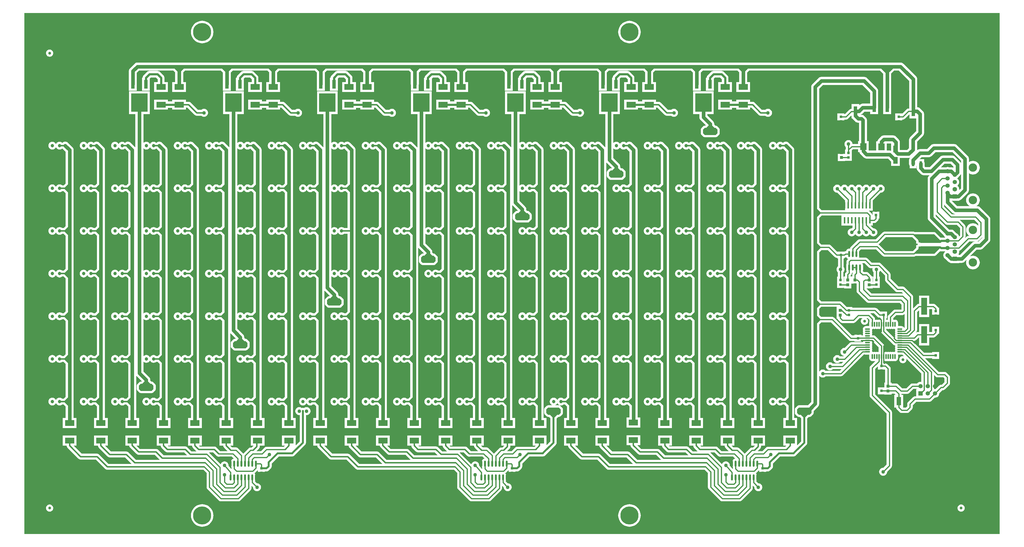
<source format=gtl>
%FSLAX25Y25*%
%MOIN*%
G70*
G01*
G75*
G04 Layer_Physical_Order=1*
G04 Layer_Color=255*
%ADD10C,0.03937*%
%ADD11R,0.12992X0.07874*%
%ADD12R,0.22638X0.25590*%
%ADD13R,0.04921X0.12008*%
%ADD14O,0.02362X0.08661*%
%ADD15R,0.03543X0.03543*%
%ADD16O,0.02165X0.06890*%
%ADD17O,0.06890X0.02165*%
%ADD18R,0.03347X0.03347*%
%ADD19R,0.03937X0.03937*%
%ADD20R,0.06299X0.11811*%
%ADD21R,0.07874X0.23622*%
%ADD22R,0.06299X0.02362*%
%ADD23R,0.04724X0.13780*%
%ADD24R,0.08661X0.09252*%
%ADD25R,0.06102X0.09252*%
%ADD26R,0.03347X0.06693*%
%ADD27R,0.21850X0.25590*%
%ADD28R,0.02362X0.08661*%
%ADD29C,0.05000*%
%ADD30C,0.02000*%
%ADD31C,0.03000*%
%ADD32C,0.01500*%
%ADD33C,0.02500*%
%ADD34C,0.01000*%
%ADD35C,0.25000*%
%ADD36C,0.04724*%
%ADD37C,0.04724*%
%ADD38R,0.05906X0.05906*%
%ADD39C,0.05906*%
%ADD40C,0.05906*%
%ADD41C,0.06299*%
%ADD42C,0.11614*%
%ADD43R,0.05906X0.05906*%
%ADD44C,0.05000*%
G36*
X1785570Y42874D02*
X437530D01*
Y764070D01*
X1785570D01*
Y42874D01*
D02*
G37*
%LPC*%
G36*
X1360079Y586099D02*
X1358643Y585910D01*
X1357305Y585356D01*
X1356302Y584586D01*
X1355829D01*
X1354983Y585235D01*
X1353679Y585775D01*
X1352279Y585960D01*
X1350879Y585775D01*
X1349574Y585235D01*
X1348454Y584376D01*
X1347595Y583255D01*
X1347279Y582492D01*
D01*
D01*
D01*
X1347279D01*
X1346963Y583255D01*
X1346103Y584376D01*
X1344983Y585235D01*
X1343678Y585775D01*
X1342279Y585960D01*
X1340879Y585775D01*
X1339575Y585235D01*
X1338454Y584376D01*
X1337595Y583255D01*
X1337055Y581951D01*
X1336870Y580551D01*
X1337055Y579151D01*
X1337595Y577847D01*
X1338454Y576727D01*
X1339575Y575867D01*
X1340879Y575327D01*
X1342279Y575143D01*
X1343678Y575327D01*
X1344983Y575867D01*
X1346103Y576727D01*
X1346963Y577847D01*
X1347279Y578610D01*
D01*
X1347595Y577847D01*
X1348454Y576727D01*
X1349574Y575867D01*
X1350879Y575327D01*
X1352279Y575143D01*
X1353679Y575327D01*
X1354983Y575867D01*
X1355829Y576517D01*
X1356268D01*
X1360594Y572191D01*
Y528082D01*
X1358043Y525531D01*
X1355829D01*
X1354983Y526180D01*
X1353679Y526720D01*
X1352279Y526905D01*
X1350879Y526720D01*
X1349574Y526180D01*
X1348454Y525320D01*
X1347595Y524200D01*
X1347279Y523437D01*
Y523437D01*
Y523437D01*
Y523437D01*
X1347279D01*
X1346963Y524200D01*
X1346103Y525320D01*
X1344983Y526180D01*
X1343678Y526720D01*
X1342279Y526905D01*
X1340879Y526720D01*
X1339575Y526180D01*
X1338454Y525320D01*
X1337595Y524200D01*
X1337055Y522896D01*
X1336870Y521496D01*
X1337055Y520096D01*
X1337595Y518792D01*
X1338454Y517672D01*
X1339575Y516812D01*
X1340879Y516272D01*
X1342279Y516088D01*
X1343678Y516272D01*
X1344983Y516812D01*
X1346103Y517672D01*
X1346963Y518792D01*
X1347279Y519555D01*
D01*
X1347595Y518792D01*
X1348454Y517672D01*
X1349574Y516812D01*
X1350879Y516272D01*
X1352279Y516088D01*
X1353679Y516272D01*
X1354983Y516812D01*
X1355829Y517462D01*
X1358068D01*
X1360594Y514886D01*
Y469027D01*
X1358043Y466476D01*
X1355829D01*
X1354983Y467125D01*
X1353679Y467665D01*
X1352279Y467849D01*
X1350879Y467665D01*
X1349574Y467125D01*
X1348454Y466265D01*
X1347595Y465145D01*
X1347279Y464382D01*
Y464382D01*
Y464382D01*
Y464382D01*
X1347279D01*
X1346963Y465145D01*
X1346103Y466265D01*
X1344983Y467125D01*
X1343678Y467665D01*
X1342279Y467849D01*
X1340879Y467665D01*
X1339575Y467125D01*
X1338454Y466265D01*
X1337595Y465145D01*
X1337055Y463841D01*
X1336870Y462441D01*
X1337055Y461041D01*
X1337595Y459737D01*
X1338454Y458617D01*
X1339575Y457757D01*
X1340879Y457217D01*
X1342279Y457033D01*
X1343678Y457217D01*
X1344983Y457757D01*
X1346103Y458617D01*
X1346963Y459737D01*
X1347279Y460500D01*
D01*
X1347595Y459737D01*
X1348454Y458617D01*
X1349574Y457757D01*
X1350879Y457217D01*
X1352279Y457033D01*
X1353679Y457217D01*
X1354983Y457757D01*
X1355829Y458407D01*
X1358068D01*
X1360594Y455831D01*
Y409972D01*
X1358043Y407420D01*
X1355829D01*
X1354983Y408070D01*
X1353679Y408610D01*
X1352279Y408794D01*
X1350879Y408610D01*
X1349574Y408070D01*
X1348454Y407210D01*
X1347595Y406090D01*
X1347279Y405327D01*
Y405327D01*
Y405327D01*
Y405327D01*
X1347279D01*
X1346963Y406090D01*
X1346103Y407210D01*
X1344983Y408070D01*
X1343678Y408610D01*
X1342279Y408794D01*
X1340879Y408610D01*
X1339575Y408070D01*
X1338454Y407210D01*
X1337595Y406090D01*
X1337055Y404786D01*
X1336870Y403386D01*
X1337055Y401986D01*
X1337595Y400682D01*
X1338454Y399562D01*
X1339575Y398702D01*
X1340879Y398162D01*
X1342279Y397977D01*
X1343678Y398162D01*
X1344983Y398702D01*
X1346103Y399562D01*
X1346963Y400682D01*
X1347279Y401445D01*
D01*
X1347595Y400682D01*
X1348454Y399562D01*
X1349574Y398702D01*
X1350879Y398162D01*
X1352279Y397977D01*
X1353679Y398162D01*
X1354983Y398702D01*
X1355829Y399352D01*
X1358068D01*
X1360594Y396776D01*
Y350917D01*
X1358043Y348365D01*
X1355829D01*
X1354983Y349015D01*
X1353679Y349555D01*
X1352279Y349739D01*
X1350879Y349555D01*
X1349574Y349015D01*
X1348454Y348155D01*
X1347595Y347035D01*
X1347279Y346272D01*
Y346272D01*
Y346272D01*
Y346272D01*
X1347279D01*
X1346963Y347035D01*
X1346103Y348155D01*
X1344983Y349015D01*
X1343678Y349555D01*
X1342279Y349739D01*
X1340879Y349555D01*
X1339575Y349015D01*
X1338454Y348155D01*
X1337595Y347035D01*
X1337055Y345731D01*
X1336870Y344331D01*
X1337055Y342931D01*
X1337595Y341627D01*
X1338454Y340506D01*
X1339575Y339647D01*
X1340879Y339107D01*
X1342279Y338922D01*
X1343678Y339107D01*
X1344983Y339647D01*
X1346103Y340506D01*
X1346963Y341627D01*
X1347279Y342390D01*
D01*
X1347595Y341627D01*
X1348454Y340506D01*
X1349574Y339647D01*
X1350879Y339107D01*
X1352279Y338922D01*
X1353679Y339107D01*
X1354983Y339647D01*
X1355829Y340296D01*
X1358068D01*
X1360594Y337721D01*
Y291862D01*
X1358043Y289310D01*
X1355829D01*
X1354983Y289960D01*
X1353679Y290500D01*
X1352279Y290684D01*
X1350879Y290500D01*
X1349574Y289960D01*
X1348454Y289100D01*
X1347595Y287980D01*
X1347279Y287217D01*
Y287217D01*
Y287217D01*
Y287217D01*
X1347279D01*
X1346963Y287980D01*
X1346103Y289100D01*
X1344983Y289960D01*
X1343678Y290500D01*
X1342279Y290684D01*
X1340879Y290500D01*
X1339575Y289960D01*
X1338454Y289100D01*
X1337595Y287980D01*
X1337055Y286676D01*
X1336870Y285276D01*
X1337055Y283876D01*
X1337595Y282571D01*
X1338454Y281451D01*
X1339575Y280592D01*
X1340879Y280051D01*
X1342279Y279867D01*
X1343678Y280051D01*
X1344983Y280592D01*
X1346103Y281451D01*
X1346963Y282571D01*
X1347279Y283335D01*
D01*
X1347595Y282571D01*
X1348454Y281451D01*
X1349574Y280592D01*
X1350879Y280051D01*
X1352279Y279867D01*
X1353679Y280051D01*
X1354983Y280592D01*
X1355829Y281241D01*
X1358068D01*
X1360594Y278666D01*
Y232807D01*
X1358043Y230255D01*
X1355829D01*
X1354983Y230904D01*
X1353679Y231445D01*
X1352279Y231629D01*
X1350879Y231445D01*
X1349574Y230904D01*
X1348454Y230045D01*
X1347595Y228925D01*
X1347279Y228162D01*
D01*
D01*
D01*
X1347279D01*
X1346963Y228925D01*
X1346103Y230045D01*
X1344983Y230904D01*
X1343678Y231445D01*
X1342279Y231629D01*
X1340879Y231445D01*
X1339575Y230904D01*
X1338454Y230045D01*
X1337595Y228925D01*
X1337055Y227620D01*
X1336870Y226221D01*
X1337055Y224821D01*
X1337595Y223516D01*
X1338454Y222396D01*
X1339575Y221537D01*
X1340879Y220996D01*
X1342279Y220812D01*
X1343678Y220996D01*
X1344983Y221537D01*
X1346103Y222396D01*
X1346963Y223516D01*
X1347279Y224279D01*
D01*
X1347595Y223516D01*
X1348454Y222396D01*
X1349574Y221537D01*
X1350879Y220996D01*
X1352279Y220812D01*
X1353679Y220996D01*
X1354983Y221537D01*
X1355829Y222186D01*
X1358068D01*
X1360594Y219611D01*
Y203488D01*
X1356646D01*
Y189614D01*
X1375638D01*
Y203488D01*
X1371689D01*
Y574488D01*
X1371500Y575924D01*
X1370946Y577262D01*
X1370064Y578411D01*
X1364001Y584474D01*
X1362852Y585356D01*
X1361514Y585910D01*
X1360079Y586099D01*
D02*
G37*
G36*
X1403386D02*
X1401950Y585910D01*
X1400612Y585356D01*
X1399609Y584586D01*
X1399136D01*
X1398290Y585235D01*
X1396986Y585775D01*
X1395586Y585960D01*
X1394186Y585775D01*
X1392882Y585235D01*
X1391761Y584376D01*
X1390902Y583255D01*
X1390586Y582492D01*
D01*
D01*
D01*
X1390586D01*
X1390270Y583255D01*
X1389410Y584376D01*
X1388290Y585235D01*
X1386986Y585775D01*
X1385586Y585960D01*
X1384186Y585775D01*
X1382882Y585235D01*
X1381761Y584376D01*
X1380902Y583255D01*
X1380362Y581951D01*
X1380177Y580551D01*
X1380362Y579151D01*
X1380902Y577847D01*
X1381761Y576727D01*
X1382882Y575867D01*
X1384186Y575327D01*
X1385586Y575143D01*
X1386986Y575327D01*
X1388290Y575867D01*
X1389410Y576727D01*
X1390270Y577847D01*
X1390586Y578610D01*
D01*
X1390902Y577847D01*
X1391761Y576727D01*
X1392882Y575867D01*
X1394186Y575327D01*
X1395586Y575143D01*
X1396986Y575327D01*
X1398290Y575867D01*
X1399136Y576517D01*
X1399575D01*
X1403901Y572191D01*
Y528082D01*
X1401350Y525531D01*
X1399136D01*
X1398290Y526180D01*
X1396986Y526720D01*
X1395586Y526905D01*
X1394186Y526720D01*
X1392882Y526180D01*
X1391761Y525320D01*
X1390902Y524200D01*
X1390586Y523437D01*
Y523437D01*
Y523437D01*
Y523437D01*
X1390586D01*
X1390270Y524200D01*
X1389410Y525320D01*
X1388290Y526180D01*
X1386986Y526720D01*
X1385586Y526905D01*
X1384186Y526720D01*
X1382882Y526180D01*
X1381761Y525320D01*
X1380902Y524200D01*
X1380362Y522896D01*
X1380177Y521496D01*
X1380362Y520096D01*
X1380902Y518792D01*
X1381761Y517672D01*
X1382882Y516812D01*
X1384186Y516272D01*
X1385586Y516088D01*
X1386986Y516272D01*
X1388290Y516812D01*
X1389410Y517672D01*
X1390270Y518792D01*
X1390586Y519555D01*
D01*
X1390902Y518792D01*
X1391761Y517672D01*
X1392882Y516812D01*
X1394186Y516272D01*
X1395586Y516088D01*
X1396986Y516272D01*
X1398290Y516812D01*
X1399136Y517462D01*
X1401375D01*
X1403901Y514886D01*
Y469027D01*
X1401350Y466476D01*
X1399136D01*
X1398290Y467125D01*
X1396986Y467665D01*
X1395586Y467849D01*
X1394186Y467665D01*
X1392882Y467125D01*
X1391761Y466265D01*
X1390902Y465145D01*
X1390586Y464382D01*
Y464382D01*
Y464382D01*
Y464382D01*
X1390586D01*
X1390270Y465145D01*
X1389410Y466265D01*
X1388290Y467125D01*
X1386986Y467665D01*
X1385586Y467849D01*
X1384186Y467665D01*
X1382882Y467125D01*
X1381761Y466265D01*
X1380902Y465145D01*
X1380362Y463841D01*
X1380177Y462441D01*
X1380362Y461041D01*
X1380902Y459737D01*
X1381761Y458617D01*
X1382882Y457757D01*
X1384186Y457217D01*
X1385586Y457033D01*
X1386986Y457217D01*
X1388290Y457757D01*
X1389410Y458617D01*
X1390270Y459737D01*
X1390586Y460500D01*
D01*
X1390902Y459737D01*
X1391761Y458617D01*
X1392882Y457757D01*
X1394186Y457217D01*
X1395586Y457033D01*
X1396986Y457217D01*
X1398290Y457757D01*
X1399136Y458407D01*
X1401375D01*
X1403901Y455831D01*
Y409972D01*
X1401350Y407420D01*
X1399136D01*
X1398290Y408070D01*
X1396986Y408610D01*
X1395586Y408794D01*
X1394186Y408610D01*
X1392882Y408070D01*
X1391761Y407210D01*
X1390902Y406090D01*
X1390586Y405327D01*
Y405327D01*
Y405327D01*
Y405327D01*
X1390586D01*
X1390270Y406090D01*
X1389410Y407210D01*
X1388290Y408070D01*
X1386986Y408610D01*
X1385586Y408794D01*
X1384186Y408610D01*
X1382882Y408070D01*
X1381761Y407210D01*
X1380902Y406090D01*
X1380362Y404786D01*
X1380177Y403386D01*
X1380362Y401986D01*
X1380902Y400682D01*
X1381761Y399562D01*
X1382882Y398702D01*
X1384186Y398162D01*
X1385586Y397977D01*
X1386986Y398162D01*
X1388290Y398702D01*
X1389410Y399562D01*
X1390270Y400682D01*
X1390586Y401445D01*
D01*
X1390902Y400682D01*
X1391761Y399562D01*
X1392882Y398702D01*
X1394186Y398162D01*
X1395586Y397977D01*
X1396986Y398162D01*
X1398290Y398702D01*
X1399136Y399352D01*
X1401375D01*
X1403901Y396776D01*
Y350917D01*
X1401350Y348365D01*
X1399136D01*
X1398290Y349015D01*
X1396986Y349555D01*
X1395586Y349739D01*
X1394186Y349555D01*
X1392882Y349015D01*
X1391761Y348155D01*
X1390902Y347035D01*
X1390586Y346272D01*
Y346272D01*
Y346272D01*
Y346272D01*
X1390586D01*
X1390270Y347035D01*
X1389410Y348155D01*
X1388290Y349015D01*
X1386986Y349555D01*
X1385586Y349739D01*
X1384186Y349555D01*
X1382882Y349015D01*
X1381761Y348155D01*
X1380902Y347035D01*
X1380362Y345731D01*
X1380177Y344331D01*
X1380362Y342931D01*
X1380902Y341627D01*
X1381761Y340506D01*
X1382882Y339647D01*
X1384186Y339107D01*
X1385586Y338922D01*
X1386986Y339107D01*
X1388290Y339647D01*
X1389410Y340506D01*
X1390270Y341627D01*
X1390586Y342390D01*
D01*
X1390902Y341627D01*
X1391761Y340506D01*
X1392882Y339647D01*
X1394186Y339107D01*
X1395586Y338922D01*
X1396986Y339107D01*
X1398290Y339647D01*
X1399136Y340296D01*
X1401375D01*
X1403901Y337721D01*
Y291862D01*
X1401350Y289310D01*
X1399136D01*
X1398290Y289960D01*
X1396986Y290500D01*
X1395586Y290684D01*
X1394186Y290500D01*
X1392882Y289960D01*
X1391761Y289100D01*
X1390902Y287980D01*
X1390586Y287217D01*
Y287217D01*
Y287217D01*
Y287217D01*
X1390586D01*
X1390270Y287980D01*
X1389410Y289100D01*
X1388290Y289960D01*
X1386986Y290500D01*
X1385586Y290684D01*
X1384186Y290500D01*
X1382882Y289960D01*
X1381761Y289100D01*
X1380902Y287980D01*
X1380362Y286676D01*
X1380177Y285276D01*
X1380362Y283876D01*
X1380902Y282571D01*
X1381761Y281451D01*
X1382882Y280592D01*
X1384186Y280051D01*
X1385586Y279867D01*
X1386986Y280051D01*
X1388290Y280592D01*
X1389410Y281451D01*
X1390270Y282571D01*
X1390586Y283335D01*
D01*
X1390902Y282571D01*
X1391761Y281451D01*
X1392882Y280592D01*
X1394186Y280051D01*
X1395586Y279867D01*
X1396986Y280051D01*
X1398290Y280592D01*
X1399136Y281241D01*
X1401375D01*
X1403901Y278666D01*
Y232807D01*
X1401350Y230255D01*
X1399136D01*
X1398290Y230904D01*
X1396986Y231445D01*
X1395586Y231629D01*
X1394186Y231445D01*
X1392882Y230904D01*
X1391761Y230045D01*
X1390902Y228925D01*
X1390586Y228162D01*
D01*
D01*
D01*
X1390586D01*
X1390270Y228925D01*
X1389410Y230045D01*
X1388290Y230904D01*
X1386986Y231445D01*
X1385586Y231629D01*
X1384186Y231445D01*
X1382882Y230904D01*
X1381761Y230045D01*
X1380902Y228925D01*
X1380362Y227620D01*
X1380177Y226221D01*
X1380362Y224821D01*
X1380902Y223516D01*
X1381761Y222396D01*
X1382882Y221537D01*
X1384186Y220996D01*
X1385586Y220812D01*
X1386986Y220996D01*
X1388290Y221537D01*
X1389410Y222396D01*
X1390270Y223516D01*
X1390586Y224279D01*
D01*
X1390902Y223516D01*
X1391761Y222396D01*
X1392882Y221537D01*
X1394186Y220996D01*
X1395586Y220812D01*
X1396986Y220996D01*
X1398290Y221537D01*
X1399136Y222186D01*
X1401375D01*
X1403901Y219611D01*
Y203488D01*
X1399953D01*
Y189614D01*
X1418945D01*
Y203488D01*
X1414996D01*
Y574488D01*
X1414996Y574488D01*
X1414807Y575924D01*
X1414253Y577262D01*
X1413371Y578411D01*
X1407308Y584474D01*
X1406159Y585356D01*
X1404822Y585910D01*
X1403386Y586099D01*
D02*
G37*
G36*
X1390319Y655847D02*
X1361681D01*
Y624256D01*
X1370452D01*
Y620000D01*
X1370452Y620000D01*
X1370452D01*
X1370642Y618564D01*
X1371196Y617226D01*
X1372077Y616077D01*
X1379262Y608893D01*
X1379262Y608893D01*
X1379262D01*
X1378656Y608298D01*
X1378010D01*
X1377227Y608195D01*
X1376497Y607893D01*
X1376225Y607684D01*
X1375871Y607412D01*
X1375871Y607412D01*
X1373371Y604912D01*
X1372890Y604285D01*
X1372801Y604072D01*
X1372587Y603556D01*
X1372484Y602773D01*
Y597773D01*
X1372587Y596989D01*
X1372890Y596260D01*
X1373098Y595988D01*
X1373371Y595633D01*
X1373371Y595633D01*
X1375871Y593133D01*
X1376497Y592652D01*
X1376711Y592564D01*
X1377227Y592350D01*
X1378010Y592247D01*
X1393010D01*
X1393793Y592350D01*
X1394523Y592652D01*
X1394795Y592861D01*
X1395150Y593133D01*
X1395150Y593133D01*
X1397650Y595633D01*
X1398131Y596260D01*
X1398219Y596473D01*
X1398433Y596989D01*
X1398536Y597773D01*
Y602773D01*
X1398433Y603556D01*
X1398131Y604285D01*
X1397922Y604558D01*
X1397650Y604912D01*
X1397650Y604912D01*
X1395150Y607412D01*
X1394523Y607893D01*
X1394309Y607982D01*
X1393793Y608195D01*
X1393010Y608298D01*
X1392453D01*
X1391047Y609704D01*
Y610500D01*
X1391047Y610500D01*
X1390858Y611936D01*
X1390304Y613274D01*
X1389423Y614423D01*
X1381548Y622298D01*
Y624256D01*
X1390319D01*
Y655847D01*
D02*
G37*
G36*
X1186850Y586099D02*
X1185415Y585910D01*
X1184077Y585356D01*
X1183074Y584586D01*
X1182601D01*
X1181755Y585235D01*
X1180450Y585775D01*
X1179050Y585960D01*
X1177651Y585775D01*
X1176346Y585235D01*
X1175226Y584376D01*
X1174366Y583255D01*
X1174050Y582492D01*
D01*
D01*
D01*
X1174050D01*
X1173734Y583255D01*
X1172875Y584376D01*
X1171755Y585235D01*
X1170450Y585775D01*
X1169050Y585960D01*
X1167651Y585775D01*
X1166346Y585235D01*
X1165226Y584376D01*
X1164367Y583255D01*
X1163826Y581951D01*
X1163642Y580551D01*
X1163826Y579151D01*
X1164367Y577847D01*
X1165226Y576727D01*
X1166346Y575867D01*
X1167651Y575327D01*
X1169050Y575143D01*
X1170450Y575327D01*
X1171755Y575867D01*
X1172875Y576727D01*
X1173734Y577847D01*
X1174050Y578610D01*
D01*
X1174366Y577847D01*
X1175226Y576727D01*
X1176346Y575867D01*
X1177651Y575327D01*
X1179050Y575143D01*
X1180450Y575327D01*
X1181755Y575867D01*
X1182601Y576517D01*
X1183040D01*
X1187366Y572191D01*
Y528082D01*
X1184814Y525531D01*
X1182601D01*
X1181755Y526180D01*
X1180450Y526720D01*
X1179050Y526905D01*
X1177651Y526720D01*
X1176346Y526180D01*
X1175226Y525320D01*
X1174366Y524200D01*
X1174050Y523437D01*
Y523437D01*
Y523437D01*
Y523437D01*
X1174050D01*
X1173734Y524200D01*
X1172875Y525320D01*
X1171755Y526180D01*
X1170450Y526720D01*
X1169050Y526905D01*
X1167651Y526720D01*
X1166346Y526180D01*
X1165226Y525320D01*
X1164367Y524200D01*
X1163826Y522896D01*
X1163642Y521496D01*
X1163826Y520096D01*
X1164367Y518792D01*
X1165226Y517672D01*
X1166346Y516812D01*
X1167651Y516272D01*
X1169050Y516088D01*
X1170450Y516272D01*
X1171755Y516812D01*
X1172875Y517672D01*
X1173734Y518792D01*
X1174050Y519555D01*
D01*
X1174366Y518792D01*
X1175226Y517672D01*
X1176346Y516812D01*
X1177651Y516272D01*
X1179050Y516088D01*
X1180450Y516272D01*
X1181755Y516812D01*
X1182601Y517462D01*
X1184840D01*
X1187366Y514886D01*
Y469027D01*
X1184814Y466476D01*
X1182601D01*
X1181755Y467125D01*
X1180450Y467665D01*
X1179050Y467849D01*
X1177651Y467665D01*
X1176346Y467125D01*
X1175226Y466265D01*
X1174366Y465145D01*
X1174050Y464382D01*
Y464382D01*
Y464382D01*
Y464382D01*
X1174050D01*
X1173734Y465145D01*
X1172875Y466265D01*
X1171755Y467125D01*
X1170450Y467665D01*
X1169050Y467849D01*
X1167651Y467665D01*
X1166346Y467125D01*
X1165226Y466265D01*
X1164367Y465145D01*
X1163826Y463841D01*
X1163642Y462441D01*
X1163826Y461041D01*
X1164367Y459737D01*
X1165226Y458617D01*
X1166346Y457757D01*
X1167651Y457217D01*
X1169050Y457033D01*
X1170450Y457217D01*
X1171755Y457757D01*
X1172875Y458617D01*
X1173734Y459737D01*
X1174050Y460500D01*
D01*
X1174366Y459737D01*
X1175226Y458617D01*
X1176346Y457757D01*
X1177651Y457217D01*
X1179050Y457033D01*
X1180450Y457217D01*
X1181755Y457757D01*
X1182601Y458407D01*
X1184840D01*
X1187366Y455831D01*
Y409972D01*
X1184814Y407420D01*
X1182601D01*
X1181755Y408070D01*
X1180450Y408610D01*
X1179050Y408794D01*
X1177651Y408610D01*
X1176346Y408070D01*
X1175226Y407210D01*
X1174366Y406090D01*
X1174050Y405327D01*
Y405327D01*
Y405327D01*
Y405327D01*
X1174050D01*
X1173734Y406090D01*
X1172875Y407210D01*
X1171755Y408070D01*
X1170450Y408610D01*
X1169050Y408794D01*
X1167651Y408610D01*
X1166346Y408070D01*
X1165226Y407210D01*
X1164367Y406090D01*
X1163826Y404786D01*
X1163642Y403386D01*
X1163826Y401986D01*
X1164367Y400682D01*
X1165226Y399562D01*
X1166346Y398702D01*
X1167651Y398162D01*
X1169050Y397977D01*
X1170450Y398162D01*
X1171755Y398702D01*
X1172875Y399562D01*
X1173734Y400682D01*
X1174050Y401445D01*
D01*
X1174366Y400682D01*
X1175226Y399562D01*
X1176346Y398702D01*
X1177651Y398162D01*
X1179050Y397977D01*
X1180450Y398162D01*
X1181755Y398702D01*
X1182601Y399352D01*
X1184840D01*
X1187366Y396776D01*
Y350917D01*
X1184814Y348365D01*
X1182601D01*
X1181755Y349015D01*
X1180450Y349555D01*
X1179050Y349739D01*
X1177651Y349555D01*
X1176346Y349015D01*
X1175226Y348155D01*
X1174366Y347035D01*
X1174050Y346272D01*
Y346272D01*
Y346272D01*
Y346272D01*
X1174050D01*
X1173734Y347035D01*
X1172875Y348155D01*
X1171755Y349015D01*
X1170450Y349555D01*
X1169050Y349739D01*
X1167651Y349555D01*
X1166346Y349015D01*
X1165226Y348155D01*
X1164367Y347035D01*
X1163826Y345731D01*
X1163642Y344331D01*
X1163826Y342931D01*
X1164367Y341627D01*
X1165226Y340506D01*
X1166346Y339647D01*
X1167651Y339107D01*
X1169050Y338922D01*
X1170450Y339107D01*
X1171755Y339647D01*
X1172875Y340506D01*
X1173734Y341627D01*
X1174050Y342390D01*
D01*
X1174366Y341627D01*
X1175226Y340506D01*
X1176346Y339647D01*
X1177651Y339107D01*
X1179050Y338922D01*
X1180450Y339107D01*
X1181755Y339647D01*
X1182601Y340296D01*
X1184840D01*
X1187366Y337721D01*
Y291862D01*
X1184814Y289310D01*
X1182601D01*
X1181755Y289960D01*
X1180450Y290500D01*
X1179050Y290684D01*
X1177651Y290500D01*
X1176346Y289960D01*
X1175226Y289100D01*
X1174366Y287980D01*
X1174050Y287217D01*
Y287217D01*
Y287217D01*
Y287217D01*
X1174050D01*
X1173734Y287980D01*
X1172875Y289100D01*
X1171755Y289960D01*
X1170450Y290500D01*
X1169050Y290684D01*
X1167651Y290500D01*
X1166346Y289960D01*
X1165226Y289100D01*
X1164367Y287980D01*
X1163826Y286676D01*
X1163642Y285276D01*
X1163826Y283876D01*
X1164367Y282571D01*
X1165226Y281451D01*
X1166346Y280592D01*
X1167651Y280051D01*
X1169050Y279867D01*
X1170450Y280051D01*
X1171755Y280592D01*
X1172875Y281451D01*
X1173734Y282571D01*
X1174050Y283335D01*
D01*
X1174366Y282571D01*
X1175226Y281451D01*
X1176346Y280592D01*
X1177651Y280051D01*
X1179050Y279867D01*
X1180450Y280051D01*
X1181755Y280592D01*
X1182601Y281241D01*
X1184840D01*
X1187366Y278666D01*
Y232807D01*
X1184814Y230255D01*
X1182601D01*
X1181755Y230904D01*
X1180450Y231445D01*
X1179050Y231629D01*
X1177651Y231445D01*
X1176346Y230904D01*
X1175226Y230045D01*
X1174366Y228925D01*
X1174050Y228162D01*
D01*
D01*
D01*
X1174050D01*
X1173734Y228925D01*
X1172875Y230045D01*
X1171755Y230904D01*
X1170450Y231445D01*
X1169050Y231629D01*
X1167651Y231445D01*
X1166346Y230904D01*
X1165226Y230045D01*
X1164367Y228925D01*
X1163826Y227620D01*
X1163642Y226221D01*
X1163826Y224821D01*
X1164367Y223516D01*
X1165226Y222396D01*
X1166346Y221537D01*
X1167579Y221026D01*
X1167579Y221026D01*
X1167579D01*
D01*
X1161443D01*
X1160660Y220923D01*
X1159930Y220621D01*
X1159304Y220140D01*
X1159304Y220140D01*
X1156804Y217640D01*
X1156323Y217013D01*
X1156021Y216283D01*
X1155917Y215500D01*
Y210500D01*
X1156021Y209717D01*
X1156323Y208987D01*
X1156804Y208361D01*
X1156804Y208360D01*
X1159304Y205860D01*
X1159930Y205380D01*
X1160660Y205077D01*
X1161443Y204974D01*
X1162731D01*
X1164598Y203108D01*
Y171117D01*
X1159102Y165621D01*
X1159102Y165621D01*
D01*
Y179079D01*
X1140110D01*
Y165205D01*
X1144042D01*
D01*
X1144042Y165205D01*
X1142478Y163641D01*
X1118591D01*
X1117612Y163512D01*
X1116699Y163134D01*
X1115916Y162533D01*
X1111024Y157641D01*
X1104630D01*
D01*
X1108136Y161147D01*
X1108777Y161983D01*
X1109180Y162956D01*
X1109318Y164000D01*
X1109318Y164000D01*
Y165205D01*
X1115795D01*
Y179079D01*
X1096803D01*
Y165205D01*
X1100782D01*
D01*
Y165205D01*
X1098218Y162641D01*
X1096591D01*
X1095612Y162512D01*
X1094699Y162134D01*
X1093916Y161533D01*
X1086591Y154207D01*
X1079179Y161619D01*
X1078395Y162221D01*
X1077483Y162599D01*
X1076504Y162727D01*
X1071018D01*
X1068540Y165205D01*
Y165205D01*
Y165205D01*
Y165205D01*
X1072488D01*
Y179079D01*
X1053496D01*
Y165205D01*
X1058957D01*
Y165048D01*
X1058957Y165048D01*
X1059095Y164003D01*
X1059498Y163030D01*
X1060139Y162195D01*
X1064693Y157641D01*
X1064693Y157641D01*
X1054514D01*
X1049443Y162711D01*
X1048608Y163352D01*
X1047635Y163755D01*
X1046591Y163893D01*
X1046591Y163893D01*
X1026600D01*
X1025288Y165205D01*
D01*
D01*
D01*
X1025288Y165205D01*
X1029181D01*
Y179079D01*
X1010189D01*
Y165205D01*
X1015650D01*
Y165103D01*
X1015650Y165103D01*
X1015788Y164058D01*
X1016191Y163085D01*
X1016832Y162250D01*
X1021467Y157615D01*
X1021829Y157143D01*
X1021829Y157143D01*
X1015098D01*
X1009388Y162853D01*
X1008553Y163494D01*
X1007580Y163897D01*
X1006535Y164035D01*
X1006535Y164035D01*
X983151D01*
X981981Y165205D01*
D01*
D01*
D01*
X981981Y165205D01*
X985874D01*
Y179079D01*
X966882D01*
Y165205D01*
X972343D01*
Y165103D01*
X972343Y165103D01*
X972481Y164058D01*
X972884Y163085D01*
X973525Y162250D01*
X978627Y157147D01*
X979463Y156506D01*
X980436Y156103D01*
X981480Y155966D01*
X981480D01*
X981480D01*
X1004864D01*
X1008937Y151893D01*
X1008937Y151893D01*
X1008937D01*
D01*
X976435D01*
X968924Y159404D01*
X968088Y160045D01*
X967115Y160448D01*
X966071Y160586D01*
X966071Y160586D01*
X943632D01*
X939013Y165205D01*
D01*
D01*
D01*
X939013Y165205D01*
X942567D01*
Y179079D01*
X923575D01*
Y165205D01*
X928883D01*
X928961Y164610D01*
X929364Y163637D01*
X930005Y162801D01*
X939108Y153699D01*
X939108Y153699D01*
X939943Y153057D01*
X939943Y153057D01*
X939943D01*
D01*
X939943Y153057D01*
D01*
D01*
Y153057D01*
X940916Y152654D01*
X941961Y152517D01*
X941961Y152517D01*
X964400D01*
X971283Y145633D01*
Y145633D01*
X938104D01*
X927884Y155853D01*
X927049Y156494D01*
X926076Y156897D01*
X925031Y157035D01*
X925031Y157035D01*
X903537D01*
X895367Y165205D01*
Y165205D01*
Y165205D01*
Y165205D01*
X899260D01*
Y179079D01*
X880268D01*
Y165205D01*
X885729D01*
Y165103D01*
X885729Y165103D01*
X885867Y164058D01*
X886270Y163085D01*
X886911Y162250D01*
X899013Y150147D01*
X899849Y149506D01*
X900822Y149103D01*
X901866Y148966D01*
X901866Y148966D01*
X923360D01*
X932433Y139893D01*
Y139893D01*
X900372D01*
X887412Y152853D01*
X886576Y153494D01*
X885603Y153897D01*
X884559Y154035D01*
X884559Y154035D01*
X863230D01*
X852060Y165205D01*
Y165205D01*
Y165205D01*
Y165205D01*
X855953D01*
Y179079D01*
X836961D01*
Y165205D01*
X842422D01*
Y165103D01*
X842422Y165103D01*
X842560Y164058D01*
X842963Y163085D01*
X843604Y162250D01*
X858706Y147147D01*
X859542Y146506D01*
X860515Y146103D01*
X861559Y145966D01*
X861559Y145966D01*
X882888D01*
X895238Y133615D01*
X895706Y133005D01*
X896542Y132364D01*
X897515Y131961D01*
X898559Y131824D01*
X1031401D01*
X1035808Y127417D01*
Y107858D01*
X1035808Y107858D01*
X1035808D01*
X1035937Y106879D01*
X1036315Y105967D01*
X1036916Y105184D01*
X1052916Y89184D01*
X1052916D01*
X1052916D01*
D01*
X1052916Y89184D01*
D01*
X1053699Y88583D01*
X1054612Y88205D01*
X1055591Y88076D01*
X1079591D01*
X1080569Y88205D01*
X1081482Y88583D01*
X1082265Y89184D01*
X1082265Y89184D01*
X1082265Y89184D01*
X1096679Y103597D01*
X1097280Y104381D01*
X1097657Y105293D01*
X1097786Y106272D01*
X1097786D01*
X1097786D01*
X1097786D01*
X1097786Y106272D01*
Y109967D01*
X1097786D01*
X1097786D01*
X1097786D01*
X1099980Y107774D01*
X1099957Y107599D01*
X1100146Y106163D01*
X1100700Y104825D01*
X1101581Y103676D01*
X1102730Y102794D01*
X1104068Y102240D01*
X1105504Y102051D01*
X1106940Y102240D01*
X1108278Y102794D01*
X1109427Y103676D01*
X1110308Y104825D01*
X1110862Y106163D01*
X1111051Y107599D01*
X1110862Y109034D01*
X1110308Y110372D01*
X1109427Y111521D01*
X1108278Y112403D01*
X1106940Y112957D01*
X1105504Y113146D01*
X1105329Y113123D01*
X1102786Y115665D01*
Y116206D01*
X1103077Y116909D01*
X1103221Y118000D01*
Y124299D01*
X1103077Y125391D01*
X1102656Y126408D01*
X1102201Y127002D01*
X1102438Y127184D01*
X1102438Y127184D01*
X1102438Y127184D01*
X1106678Y131424D01*
X1106732Y131494D01*
Y131494D01*
Y128977D01*
X1116276D01*
Y129462D01*
X1118653D01*
X1119763Y129607D01*
X1120797Y130036D01*
X1121685Y130717D01*
X1121685Y130717D01*
X1121685Y130717D01*
X1124535Y133567D01*
X1125216Y134455D01*
X1125644Y135489D01*
X1125645D01*
X1125644D01*
X1125645D01*
X1125644Y135489D01*
X1125791Y136599D01*
Y140355D01*
X1135707Y150272D01*
X1154243D01*
X1155353Y150418D01*
X1156387Y150846D01*
X1157274Y151527D01*
X1157742Y152136D01*
X1171915Y166310D01*
X1171915Y166310D01*
X1172597Y167198D01*
X1173025Y168231D01*
X1173171Y169341D01*
Y202870D01*
X1175317Y204974D01*
X1176443D01*
X1177226Y205077D01*
X1177956Y205380D01*
X1178583Y205860D01*
X1178583Y205860D01*
X1181083Y208361D01*
X1181564Y208987D01*
X1181866Y209717D01*
X1181969Y210500D01*
Y215500D01*
X1181866Y216283D01*
X1181564Y217013D01*
X1181083Y217640D01*
X1181083Y217640D01*
X1178583Y220140D01*
X1177956Y220621D01*
X1177226Y220923D01*
X1176443Y221026D01*
X1170522D01*
D01*
X1171755Y221537D01*
X1172875Y222396D01*
X1173734Y223516D01*
X1174050Y224279D01*
D01*
X1174366Y223516D01*
X1175226Y222396D01*
X1176346Y221537D01*
X1177651Y220996D01*
X1179050Y220812D01*
X1180450Y220996D01*
X1181755Y221537D01*
X1182601Y222186D01*
X1184840D01*
X1187366Y219611D01*
Y203488D01*
X1183417D01*
Y189614D01*
X1202409D01*
Y203488D01*
X1198461D01*
Y574488D01*
X1198272Y575924D01*
X1197717Y577262D01*
X1196836Y578411D01*
X1190773Y584474D01*
X1189624Y585356D01*
X1188286Y585910D01*
X1186850Y586099D01*
D02*
G37*
G36*
X1316772D02*
X1315336Y585910D01*
X1313998Y585356D01*
X1312995Y584586D01*
X1312522D01*
X1311676Y585235D01*
X1310371Y585775D01*
X1308972Y585960D01*
X1307572Y585775D01*
X1306267Y585235D01*
X1305147Y584376D01*
X1304288Y583255D01*
X1303972Y582492D01*
D01*
D01*
D01*
X1303972D01*
X1303656Y583255D01*
X1302796Y584376D01*
X1301676Y585235D01*
X1300371Y585775D01*
X1298972Y585960D01*
X1297572Y585775D01*
X1296267Y585235D01*
X1295147Y584376D01*
X1294288Y583255D01*
X1293748Y581951D01*
X1293563Y580551D01*
X1293748Y579151D01*
X1294288Y577847D01*
X1295147Y576727D01*
X1296267Y575867D01*
X1297572Y575327D01*
X1298972Y575143D01*
X1300371Y575327D01*
X1301676Y575867D01*
X1302796Y576727D01*
X1303656Y577847D01*
X1303972Y578610D01*
D01*
X1304288Y577847D01*
X1305147Y576727D01*
X1306267Y575867D01*
X1307572Y575327D01*
X1308972Y575143D01*
X1310371Y575327D01*
X1311676Y575867D01*
X1312522Y576517D01*
X1312961D01*
X1317287Y572190D01*
Y528082D01*
X1314736Y525531D01*
X1312522D01*
X1311676Y526180D01*
X1310371Y526720D01*
X1308972Y526905D01*
X1307572Y526720D01*
X1306267Y526180D01*
X1305147Y525320D01*
X1304288Y524200D01*
X1303972Y523437D01*
Y523437D01*
Y523437D01*
Y523437D01*
X1303972D01*
X1303656Y524200D01*
X1302796Y525320D01*
X1301676Y526180D01*
X1300371Y526720D01*
X1298972Y526905D01*
X1297572Y526720D01*
X1296267Y526180D01*
X1295147Y525320D01*
X1294288Y524200D01*
X1293748Y522896D01*
X1293563Y521496D01*
X1293748Y520096D01*
X1294288Y518792D01*
X1295147Y517672D01*
X1296267Y516812D01*
X1297572Y516272D01*
X1298972Y516088D01*
X1300371Y516272D01*
X1301676Y516812D01*
X1302796Y517672D01*
X1303656Y518792D01*
X1303972Y519555D01*
D01*
X1304288Y518792D01*
X1305147Y517672D01*
X1306267Y516812D01*
X1307572Y516272D01*
X1308972Y516088D01*
X1310371Y516272D01*
X1311676Y516812D01*
X1312522Y517462D01*
X1314761D01*
X1317287Y514886D01*
Y469027D01*
X1314735Y466476D01*
X1312522D01*
X1311676Y467125D01*
X1310371Y467665D01*
X1308972Y467849D01*
X1307572Y467665D01*
X1306267Y467125D01*
X1305147Y466265D01*
X1304288Y465145D01*
X1303972Y464382D01*
Y464382D01*
Y464382D01*
Y464382D01*
X1303972D01*
X1303656Y465145D01*
X1302796Y466265D01*
X1301676Y467125D01*
X1300371Y467665D01*
X1298972Y467849D01*
X1297572Y467665D01*
X1296267Y467125D01*
X1295147Y466265D01*
X1294288Y465145D01*
X1293748Y463841D01*
X1293563Y462441D01*
X1293748Y461041D01*
X1294288Y459737D01*
X1295147Y458617D01*
X1296267Y457757D01*
X1297572Y457217D01*
X1298972Y457033D01*
X1300371Y457217D01*
X1301676Y457757D01*
X1302796Y458617D01*
X1303656Y459737D01*
X1303972Y460500D01*
D01*
X1304288Y459737D01*
X1305147Y458617D01*
X1306267Y457757D01*
X1307572Y457217D01*
X1308972Y457033D01*
X1310371Y457217D01*
X1311676Y457757D01*
X1312522Y458407D01*
X1314761D01*
X1317287Y455831D01*
Y409972D01*
X1314735Y407420D01*
X1312522D01*
X1311676Y408070D01*
X1310371Y408610D01*
X1308972Y408794D01*
X1307572Y408610D01*
X1306267Y408070D01*
X1305147Y407210D01*
X1304288Y406090D01*
X1303972Y405327D01*
Y405327D01*
Y405327D01*
Y405327D01*
X1303972D01*
X1303656Y406090D01*
X1302796Y407210D01*
X1301676Y408070D01*
X1300371Y408610D01*
X1298972Y408794D01*
X1297572Y408610D01*
X1296267Y408070D01*
X1295147Y407210D01*
X1294288Y406090D01*
X1293748Y404786D01*
X1293563Y403386D01*
X1293748Y401986D01*
X1294288Y400682D01*
X1295147Y399562D01*
X1296267Y398702D01*
X1297572Y398162D01*
X1298972Y397977D01*
X1300371Y398162D01*
X1301676Y398702D01*
X1302796Y399562D01*
X1303656Y400682D01*
X1303972Y401445D01*
D01*
X1304288Y400682D01*
X1305147Y399562D01*
X1306267Y398702D01*
X1307572Y398162D01*
X1308972Y397977D01*
X1310371Y398162D01*
X1311676Y398702D01*
X1312522Y399352D01*
X1314761D01*
X1317287Y396776D01*
Y350917D01*
X1314735Y348365D01*
X1312522D01*
X1311676Y349015D01*
X1310371Y349555D01*
X1308972Y349739D01*
X1307572Y349555D01*
X1306267Y349015D01*
X1305147Y348155D01*
X1304288Y347035D01*
X1303972Y346272D01*
Y346272D01*
Y346272D01*
Y346272D01*
X1303972D01*
X1303656Y347035D01*
X1302796Y348155D01*
X1301676Y349015D01*
X1300371Y349555D01*
X1298972Y349739D01*
X1297572Y349555D01*
X1296267Y349015D01*
X1295147Y348155D01*
X1294288Y347035D01*
X1293748Y345731D01*
X1293563Y344331D01*
X1293748Y342931D01*
X1294288Y341627D01*
X1295147Y340506D01*
X1296267Y339647D01*
X1297572Y339107D01*
X1298972Y338922D01*
X1300371Y339107D01*
X1301676Y339647D01*
X1302796Y340506D01*
X1303656Y341627D01*
X1303972Y342390D01*
D01*
X1304288Y341627D01*
X1305147Y340506D01*
X1306267Y339647D01*
X1307572Y339107D01*
X1308972Y338922D01*
X1310371Y339107D01*
X1311676Y339647D01*
X1312522Y340296D01*
X1314761D01*
X1317287Y337721D01*
Y291862D01*
X1314735Y289310D01*
X1312522D01*
X1311676Y289960D01*
X1310371Y290500D01*
X1308972Y290684D01*
X1307572Y290500D01*
X1306267Y289960D01*
X1305147Y289100D01*
X1304288Y287980D01*
X1303972Y287217D01*
Y287217D01*
Y287217D01*
Y287217D01*
X1303972D01*
X1303656Y287980D01*
X1302796Y289100D01*
X1301676Y289960D01*
X1300371Y290500D01*
X1298972Y290684D01*
X1297572Y290500D01*
X1296267Y289960D01*
X1295147Y289100D01*
X1294288Y287980D01*
X1293748Y286676D01*
X1293563Y285276D01*
X1293748Y283876D01*
X1294288Y282571D01*
X1295147Y281451D01*
X1296267Y280592D01*
X1297572Y280051D01*
X1298972Y279867D01*
X1300371Y280051D01*
X1301676Y280592D01*
X1302796Y281451D01*
X1303656Y282571D01*
X1303972Y283335D01*
D01*
X1304288Y282571D01*
X1305147Y281451D01*
X1306267Y280592D01*
X1307572Y280051D01*
X1308972Y279867D01*
X1310371Y280051D01*
X1311676Y280592D01*
X1312522Y281241D01*
X1314761D01*
X1317287Y278665D01*
Y232807D01*
X1314735Y230255D01*
X1312522D01*
X1311676Y230904D01*
X1310371Y231445D01*
X1308972Y231629D01*
X1307572Y231445D01*
X1306267Y230904D01*
X1305147Y230045D01*
X1304288Y228925D01*
X1303972Y228162D01*
D01*
D01*
D01*
X1303972D01*
X1303656Y228925D01*
X1302796Y230045D01*
X1301676Y230904D01*
X1300371Y231445D01*
X1298972Y231629D01*
X1297572Y231445D01*
X1296267Y230904D01*
X1295147Y230045D01*
X1294288Y228925D01*
X1293748Y227620D01*
X1293563Y226221D01*
X1293748Y224821D01*
X1294288Y223516D01*
X1295147Y222396D01*
X1296267Y221537D01*
X1297572Y220996D01*
X1298972Y220812D01*
X1300371Y220996D01*
X1301676Y221537D01*
X1302796Y222396D01*
X1303656Y223516D01*
X1303972Y224279D01*
D01*
X1304288Y223516D01*
X1305147Y222396D01*
X1306267Y221537D01*
X1307572Y220996D01*
X1308972Y220812D01*
X1310371Y220996D01*
X1311676Y221537D01*
X1312522Y222186D01*
X1314761D01*
X1317287Y219610D01*
Y203488D01*
X1313338D01*
Y189614D01*
X1332331D01*
Y203488D01*
X1328382D01*
Y574488D01*
X1328193Y575924D01*
X1327639Y577262D01*
X1326757Y578411D01*
X1326757Y578411D01*
X1320694Y584474D01*
X1319545Y585356D01*
X1318207Y585910D01*
X1316772Y586099D01*
D02*
G37*
G36*
X1056929D02*
X1055493Y585910D01*
X1054155Y585356D01*
X1053152Y584586D01*
X1052680D01*
X1051833Y585235D01*
X1050529Y585775D01*
X1049129Y585960D01*
X1047729Y585775D01*
X1046425Y585235D01*
X1045305Y584376D01*
X1044445Y583255D01*
X1044129Y582492D01*
D01*
D01*
D01*
X1044129D01*
X1043813Y583255D01*
X1042953Y584376D01*
X1041833Y585235D01*
X1040529Y585775D01*
X1039129Y585960D01*
X1037729Y585775D01*
X1036425Y585235D01*
X1035305Y584376D01*
X1034445Y583255D01*
X1033905Y581951D01*
X1033721Y580551D01*
X1033905Y579151D01*
X1034445Y577847D01*
X1035305Y576727D01*
X1036425Y575867D01*
X1037729Y575327D01*
X1039129Y575143D01*
X1040529Y575327D01*
X1041833Y575867D01*
X1042953Y576727D01*
X1043813Y577847D01*
X1044129Y578610D01*
D01*
X1044445Y577847D01*
X1045305Y576727D01*
X1046425Y575867D01*
X1047729Y575327D01*
X1049129Y575143D01*
X1050529Y575327D01*
X1051833Y575867D01*
X1052680Y576517D01*
X1053118D01*
X1057445Y572191D01*
Y528082D01*
X1054893Y525531D01*
X1052680D01*
X1051833Y526180D01*
X1050529Y526720D01*
X1049129Y526905D01*
X1047729Y526720D01*
X1046425Y526180D01*
X1045305Y525320D01*
X1044445Y524200D01*
X1044129Y523437D01*
Y523437D01*
Y523437D01*
Y523437D01*
X1044129D01*
X1043813Y524200D01*
X1042953Y525320D01*
X1041833Y526180D01*
X1040529Y526720D01*
X1039129Y526905D01*
X1037729Y526720D01*
X1036425Y526180D01*
X1035305Y525320D01*
X1034445Y524200D01*
X1033905Y522896D01*
X1033721Y521496D01*
X1033905Y520096D01*
X1034445Y518792D01*
X1035305Y517672D01*
X1036425Y516812D01*
X1037729Y516272D01*
X1039129Y516088D01*
X1040529Y516272D01*
X1041833Y516812D01*
X1042953Y517672D01*
X1043813Y518792D01*
X1044129Y519555D01*
D01*
X1044445Y518792D01*
X1045305Y517672D01*
X1046425Y516812D01*
X1047729Y516272D01*
X1049129Y516088D01*
X1050529Y516272D01*
X1051833Y516812D01*
X1052680Y517462D01*
X1054918D01*
X1057445Y514886D01*
Y469027D01*
X1054893Y466476D01*
X1052680D01*
X1051833Y467125D01*
X1050529Y467665D01*
X1049129Y467849D01*
X1047729Y467665D01*
X1046425Y467125D01*
X1045305Y466265D01*
X1044445Y465145D01*
X1044129Y464382D01*
Y464382D01*
Y464382D01*
Y464382D01*
X1044129D01*
X1043813Y465145D01*
X1042953Y466265D01*
X1041833Y467125D01*
X1040529Y467665D01*
X1039129Y467849D01*
X1037729Y467665D01*
X1036425Y467125D01*
X1035305Y466265D01*
X1034445Y465145D01*
X1033905Y463841D01*
X1033721Y462441D01*
X1033905Y461041D01*
X1034445Y459737D01*
X1035305Y458617D01*
X1036425Y457757D01*
X1037729Y457217D01*
X1039129Y457033D01*
X1040529Y457217D01*
X1041833Y457757D01*
X1042953Y458617D01*
X1043813Y459737D01*
X1044129Y460500D01*
D01*
X1044445Y459737D01*
X1045305Y458617D01*
X1046425Y457757D01*
X1047729Y457217D01*
X1049129Y457033D01*
X1050529Y457217D01*
X1051833Y457757D01*
X1052680Y458407D01*
X1054918D01*
X1057445Y455831D01*
Y409972D01*
X1054893Y407420D01*
X1052680D01*
X1051833Y408070D01*
X1050529Y408610D01*
X1049129Y408794D01*
X1047729Y408610D01*
X1046425Y408070D01*
X1045305Y407210D01*
X1044445Y406090D01*
X1044129Y405327D01*
Y405327D01*
Y405327D01*
Y405327D01*
X1044129D01*
X1043813Y406090D01*
X1042953Y407210D01*
X1041833Y408070D01*
X1040529Y408610D01*
X1039129Y408794D01*
X1037729Y408610D01*
X1036425Y408070D01*
X1035305Y407210D01*
X1034445Y406090D01*
X1033905Y404786D01*
X1033721Y403386D01*
X1033905Y401986D01*
X1034445Y400682D01*
X1035305Y399562D01*
X1036425Y398702D01*
X1037729Y398162D01*
X1039129Y397977D01*
X1040529Y398162D01*
X1041833Y398702D01*
X1042953Y399562D01*
X1043813Y400682D01*
X1044129Y401445D01*
D01*
X1044445Y400682D01*
X1045305Y399562D01*
X1046425Y398702D01*
X1047729Y398162D01*
X1049129Y397977D01*
X1050529Y398162D01*
X1051833Y398702D01*
X1052680Y399352D01*
X1054918D01*
X1057445Y396776D01*
Y350917D01*
X1054893Y348365D01*
X1052680D01*
X1051833Y349015D01*
X1050529Y349555D01*
X1049129Y349739D01*
X1047729Y349555D01*
X1046425Y349015D01*
X1045305Y348155D01*
X1044445Y347035D01*
X1044129Y346272D01*
Y346272D01*
Y346272D01*
Y346272D01*
X1044129D01*
X1043813Y347035D01*
X1042953Y348155D01*
X1041833Y349015D01*
X1040529Y349555D01*
X1039129Y349739D01*
X1037729Y349555D01*
X1036425Y349015D01*
X1035305Y348155D01*
X1034445Y347035D01*
X1033905Y345731D01*
X1033721Y344331D01*
X1033905Y342931D01*
X1034445Y341627D01*
X1035305Y340506D01*
X1036425Y339647D01*
X1037729Y339107D01*
X1039129Y338922D01*
X1040529Y339107D01*
X1041833Y339647D01*
X1042953Y340506D01*
X1043813Y341627D01*
X1044129Y342390D01*
D01*
X1044445Y341627D01*
X1045305Y340506D01*
X1046425Y339647D01*
X1047729Y339107D01*
X1049129Y338922D01*
X1050529Y339107D01*
X1051833Y339647D01*
X1052680Y340296D01*
X1054918D01*
X1057445Y337721D01*
Y291862D01*
X1054893Y289310D01*
X1052680D01*
X1051833Y289960D01*
X1050529Y290500D01*
X1049129Y290684D01*
X1047729Y290500D01*
X1046425Y289960D01*
X1045305Y289100D01*
X1044445Y287980D01*
X1044129Y287217D01*
Y287217D01*
Y287217D01*
Y287217D01*
X1044129D01*
X1043813Y287980D01*
X1042953Y289100D01*
X1041833Y289960D01*
X1040529Y290500D01*
X1039129Y290684D01*
X1037729Y290500D01*
X1036425Y289960D01*
X1035305Y289100D01*
X1034445Y287980D01*
X1033905Y286676D01*
X1033721Y285276D01*
X1033905Y283876D01*
X1034445Y282571D01*
X1035305Y281451D01*
X1036425Y280592D01*
X1037729Y280051D01*
X1039129Y279867D01*
X1040529Y280051D01*
X1041833Y280592D01*
X1042953Y281451D01*
X1043813Y282571D01*
X1044129Y283335D01*
D01*
X1044445Y282571D01*
X1045305Y281451D01*
X1046425Y280592D01*
X1047729Y280051D01*
X1049129Y279867D01*
X1050529Y280051D01*
X1051833Y280592D01*
X1052680Y281241D01*
X1054918D01*
X1057445Y278666D01*
Y232807D01*
X1054893Y230255D01*
X1052680D01*
X1051833Y230904D01*
X1050529Y231445D01*
X1049129Y231629D01*
X1047729Y231445D01*
X1046425Y230904D01*
X1045305Y230045D01*
X1044445Y228925D01*
X1044129Y228162D01*
D01*
D01*
D01*
X1044129D01*
X1043813Y228925D01*
X1042953Y230045D01*
X1041833Y230904D01*
X1040529Y231445D01*
X1039129Y231629D01*
X1037729Y231445D01*
X1036425Y230904D01*
X1035305Y230045D01*
X1034445Y228925D01*
X1033905Y227620D01*
X1033721Y226221D01*
X1033905Y224821D01*
X1034445Y223516D01*
X1035305Y222396D01*
X1036425Y221537D01*
X1037729Y220996D01*
X1039129Y220812D01*
X1040529Y220996D01*
X1041833Y221537D01*
X1042953Y222396D01*
X1043813Y223516D01*
X1044129Y224279D01*
D01*
X1044445Y223516D01*
X1045305Y222396D01*
X1046425Y221537D01*
X1047729Y220996D01*
X1049129Y220812D01*
X1050529Y220996D01*
X1051833Y221537D01*
X1052680Y222186D01*
X1054918D01*
X1057445Y219611D01*
Y203488D01*
X1053496D01*
Y189614D01*
X1072488D01*
Y203488D01*
X1068540D01*
Y574488D01*
X1068351Y575924D01*
X1067796Y577262D01*
X1066915Y578411D01*
X1060852Y584474D01*
X1059703Y585356D01*
X1058365Y585910D01*
X1056929Y586099D01*
D02*
G37*
G36*
X1025732Y644232D02*
X1006740D01*
Y630358D01*
X1025732D01*
Y632757D01*
X1031740D01*
Y630358D01*
X1050732D01*
Y633261D01*
X1052580D01*
X1062694Y623147D01*
X1062694Y623147D01*
X1063529Y622506D01*
X1063529Y622506D01*
X1063529D01*
D01*
X1063529Y622506D01*
D01*
D01*
Y622506D01*
X1064502Y622103D01*
X1065547Y621966D01*
X1065547Y621966D01*
X1071770D01*
X1072773Y621196D01*
X1074111Y620642D01*
X1075546Y620452D01*
X1076982Y620642D01*
X1078320Y621196D01*
X1079469Y622077D01*
X1080351Y623226D01*
X1080905Y624564D01*
X1081094Y626000D01*
X1080905Y627436D01*
X1080351Y628774D01*
X1079469Y629923D01*
X1078320Y630804D01*
X1076982Y631358D01*
X1075546Y631547D01*
X1074111Y631358D01*
X1072773Y630804D01*
X1071770Y630034D01*
X1067218D01*
X1057104Y640148D01*
X1056268Y640789D01*
X1055295Y641192D01*
X1054251Y641330D01*
X1054251Y641330D01*
X1050732D01*
Y644232D01*
X1031740D01*
Y641834D01*
X1025732D01*
Y644232D01*
D02*
G37*
G36*
X1155653D02*
X1136661D01*
Y630358D01*
X1155653D01*
Y632757D01*
X1161661D01*
Y630358D01*
X1180653D01*
Y633261D01*
X1182501D01*
X1192615Y623147D01*
X1192615Y623147D01*
X1193450Y622506D01*
X1193450Y622506D01*
X1193450D01*
D01*
X1193451Y622506D01*
D01*
D01*
Y622506D01*
X1194423Y622103D01*
X1195468Y621966D01*
X1195468Y621966D01*
X1201691D01*
X1202694Y621196D01*
X1204032Y620642D01*
X1205468Y620452D01*
X1206903Y620642D01*
X1208241Y621196D01*
X1209390Y622077D01*
X1210272Y623226D01*
X1210826Y624564D01*
X1211015Y626000D01*
X1210826Y627436D01*
X1210272Y628774D01*
X1209390Y629923D01*
X1208241Y630804D01*
X1206903Y631358D01*
X1205468Y631547D01*
X1204032Y631358D01*
X1202694Y630804D01*
X1201691Y630034D01*
X1197139D01*
X1187025Y640148D01*
X1186190Y640789D01*
X1185217Y641192D01*
X1184172Y641330D01*
X1184172Y641330D01*
X1180653D01*
Y644232D01*
X1161661D01*
Y641834D01*
X1155653D01*
Y644232D01*
D02*
G37*
G36*
X1285575D02*
X1266583D01*
Y630358D01*
X1285575D01*
Y632757D01*
X1291583D01*
Y630358D01*
X1310575D01*
Y633261D01*
X1312422D01*
X1322536Y623147D01*
X1322536Y623147D01*
X1323372Y622506D01*
X1323372Y622506D01*
X1323372D01*
D01*
X1323372Y622506D01*
D01*
D01*
Y622506D01*
X1324345Y622103D01*
X1325389Y621966D01*
X1325389Y621966D01*
X1331612D01*
X1332615Y621196D01*
X1333953Y620642D01*
X1335389Y620452D01*
X1336825Y620642D01*
X1338163Y621196D01*
X1339312Y622077D01*
X1340193Y623226D01*
X1340747Y624564D01*
X1340936Y626000D01*
X1340747Y627436D01*
X1340193Y628774D01*
X1339312Y629923D01*
X1338163Y630804D01*
X1336825Y631358D01*
X1335389Y631547D01*
X1333953Y631358D01*
X1332615Y630804D01*
X1331612Y630034D01*
X1327060D01*
X1316947Y640148D01*
X1316111Y640789D01*
X1315138Y641192D01*
X1314094Y641330D01*
X1314094Y641330D01*
X1310575D01*
Y644232D01*
X1291583D01*
Y641834D01*
X1285575D01*
Y644232D01*
D02*
G37*
G36*
X635968D02*
X616976D01*
Y630358D01*
X635968D01*
Y632757D01*
X641976D01*
Y630358D01*
X660968D01*
Y633261D01*
X662816D01*
X672930Y623147D01*
X672930Y623147D01*
X673765Y622506D01*
X673765Y622506D01*
X673765D01*
D01*
X673765Y622506D01*
D01*
D01*
Y622506D01*
X674739Y622103D01*
X675783Y621966D01*
X675783Y621966D01*
X682006D01*
X683009Y621196D01*
X684347Y620642D01*
X685783Y620452D01*
X687219Y620642D01*
X688556Y621196D01*
X689705Y622077D01*
X690587Y623226D01*
X691141Y624564D01*
X691330Y626000D01*
X691141Y627436D01*
X690587Y628774D01*
X689705Y629923D01*
X688556Y630804D01*
X687219Y631358D01*
X685783Y631547D01*
X684347Y631358D01*
X683009Y630804D01*
X682006Y630034D01*
X677454D01*
X667340Y640148D01*
X666505Y640789D01*
X665532Y641192D01*
X664487Y641330D01*
X664487Y641330D01*
X660968D01*
Y644232D01*
X641976D01*
Y641834D01*
X635968D01*
Y644232D01*
D02*
G37*
G36*
X765890D02*
X746898D01*
Y630358D01*
X765890D01*
Y632757D01*
X771898D01*
Y630358D01*
X790890D01*
Y633261D01*
X792737D01*
X802851Y623147D01*
X802851Y623147D01*
X803687Y622506D01*
X804660Y622103D01*
X805704Y621966D01*
X805704Y621966D01*
X811927D01*
X812930Y621196D01*
X814268Y620642D01*
X815704Y620452D01*
X817140Y620642D01*
X818478Y621196D01*
X819627Y622077D01*
X820508Y623226D01*
X821062Y624564D01*
X821251Y626000D01*
X821062Y627436D01*
X820508Y628774D01*
X819627Y629923D01*
X818478Y630804D01*
X817140Y631358D01*
X815704Y631547D01*
X814268Y631358D01*
X812930Y630804D01*
X811927Y630034D01*
X807375D01*
X797261Y640148D01*
X796426Y640789D01*
X795453Y641192D01*
X794409Y641330D01*
X794409Y641330D01*
X790890D01*
Y644232D01*
X771898D01*
Y641834D01*
X765890D01*
Y644232D01*
D02*
G37*
G36*
X895811D02*
X876819D01*
Y630358D01*
X895811D01*
Y632757D01*
X901819D01*
Y630358D01*
X920811D01*
Y633261D01*
X922659D01*
X932772Y623147D01*
X932772Y623147D01*
X933608Y622506D01*
X934581Y622103D01*
X935625Y621966D01*
X935625Y621966D01*
X941848D01*
X942852Y621196D01*
X944189Y620642D01*
X945625Y620452D01*
X947061Y620642D01*
X948399Y621196D01*
X949548Y622077D01*
X950429Y623226D01*
X950984Y624564D01*
X951173Y626000D01*
X950984Y627436D01*
X950429Y628774D01*
X949548Y629923D01*
X948399Y630804D01*
X947061Y631358D01*
X945625Y631547D01*
X944189Y631358D01*
X942852Y630804D01*
X941848Y630034D01*
X937296D01*
X927183Y640148D01*
X926347Y640789D01*
X925374Y641192D01*
X924330Y641330D01*
X924330Y641330D01*
X920811D01*
Y644232D01*
X901819D01*
Y641834D01*
X895811D01*
Y644232D01*
D02*
G37*
G36*
X927008Y586099D02*
X925572Y585910D01*
X924234Y585356D01*
X923231Y584586D01*
X922758D01*
X921912Y585235D01*
X920608Y585775D01*
X919208Y585960D01*
X917808Y585775D01*
X916504Y585235D01*
X915384Y584376D01*
X914524Y583255D01*
X914208Y582492D01*
D01*
D01*
D01*
X914208D01*
X913892Y583255D01*
X913032Y584376D01*
X911912Y585235D01*
X910608Y585775D01*
X909208Y585960D01*
X907808Y585775D01*
X906504Y585235D01*
X905383Y584376D01*
X904524Y583255D01*
X903984Y581951D01*
X903799Y580551D01*
X903984Y579151D01*
X904524Y577847D01*
X905383Y576727D01*
X906504Y575867D01*
X907808Y575327D01*
X909208Y575143D01*
X910608Y575327D01*
X911912Y575867D01*
X913032Y576727D01*
X913892Y577847D01*
X914208Y578610D01*
D01*
X914524Y577847D01*
X915384Y576727D01*
X916504Y575867D01*
X917808Y575327D01*
X919208Y575143D01*
X920608Y575327D01*
X921912Y575867D01*
X922758Y576517D01*
X923197D01*
X927523Y572191D01*
Y528082D01*
X924972Y525531D01*
X922758D01*
X921912Y526180D01*
X920608Y526720D01*
X919208Y526905D01*
X917808Y526720D01*
X916504Y526180D01*
X915384Y525320D01*
X914524Y524200D01*
X914208Y523437D01*
Y523437D01*
Y523437D01*
Y523437D01*
X914208D01*
X913892Y524200D01*
X913032Y525320D01*
X911912Y526180D01*
X910608Y526720D01*
X909208Y526905D01*
X907808Y526720D01*
X906504Y526180D01*
X905383Y525320D01*
X904524Y524200D01*
X903984Y522896D01*
X903799Y521496D01*
X903984Y520096D01*
X904524Y518792D01*
X905383Y517672D01*
X906504Y516812D01*
X907808Y516272D01*
X909208Y516088D01*
X910608Y516272D01*
X911912Y516812D01*
X913032Y517672D01*
X913892Y518792D01*
X914208Y519555D01*
D01*
X914524Y518792D01*
X915384Y517672D01*
X916504Y516812D01*
X917808Y516272D01*
X919208Y516088D01*
X920608Y516272D01*
X921912Y516812D01*
X922758Y517462D01*
X924997D01*
X927523Y514886D01*
Y469027D01*
X924972Y466476D01*
X922758D01*
X921912Y467125D01*
X920608Y467665D01*
X919208Y467849D01*
X917808Y467665D01*
X916504Y467125D01*
X915384Y466265D01*
X914524Y465145D01*
X914208Y464382D01*
Y464382D01*
Y464382D01*
Y464382D01*
X914208D01*
X913892Y465145D01*
X913032Y466265D01*
X911912Y467125D01*
X910608Y467665D01*
X909208Y467849D01*
X907808Y467665D01*
X906504Y467125D01*
X905383Y466265D01*
X904524Y465145D01*
X903984Y463841D01*
X903799Y462441D01*
X903984Y461041D01*
X904524Y459737D01*
X905383Y458617D01*
X906504Y457757D01*
X907808Y457217D01*
X909208Y457033D01*
X910608Y457217D01*
X911912Y457757D01*
X913032Y458617D01*
X913892Y459737D01*
X914208Y460500D01*
D01*
X914524Y459737D01*
X915384Y458617D01*
X916504Y457757D01*
X917808Y457217D01*
X919208Y457033D01*
X920608Y457217D01*
X921912Y457757D01*
X922758Y458407D01*
X924997D01*
X927523Y455831D01*
Y409972D01*
X924972Y407420D01*
X922758D01*
X921912Y408070D01*
X920608Y408610D01*
X919208Y408794D01*
X917808Y408610D01*
X916504Y408070D01*
X915384Y407210D01*
X914524Y406090D01*
X914208Y405327D01*
Y405327D01*
Y405327D01*
Y405327D01*
X914208D01*
X913892Y406090D01*
X913032Y407210D01*
X911912Y408070D01*
X910608Y408610D01*
X909208Y408794D01*
X907808Y408610D01*
X906504Y408070D01*
X905383Y407210D01*
X904524Y406090D01*
X903984Y404786D01*
X903799Y403386D01*
X903984Y401986D01*
X904524Y400682D01*
X905383Y399562D01*
X906504Y398702D01*
X907808Y398162D01*
X909208Y397977D01*
X910608Y398162D01*
X911912Y398702D01*
X913032Y399562D01*
X913892Y400682D01*
X914208Y401445D01*
D01*
X914524Y400682D01*
X915384Y399562D01*
X916504Y398702D01*
X917808Y398162D01*
X919208Y397977D01*
X920608Y398162D01*
X921912Y398702D01*
X922758Y399352D01*
X924997D01*
X927523Y396776D01*
Y350917D01*
X924972Y348365D01*
X922758D01*
X921912Y349015D01*
X920608Y349555D01*
X919208Y349739D01*
X917808Y349555D01*
X916504Y349015D01*
X915384Y348155D01*
X914524Y347035D01*
X914208Y346272D01*
Y346272D01*
Y346272D01*
Y346272D01*
X914208D01*
X913892Y347035D01*
X913032Y348155D01*
X911912Y349015D01*
X910608Y349555D01*
X909208Y349739D01*
X907808Y349555D01*
X906504Y349015D01*
X905383Y348155D01*
X904524Y347035D01*
X903984Y345731D01*
X903799Y344331D01*
X903984Y342931D01*
X904524Y341627D01*
X905383Y340506D01*
X906504Y339647D01*
X907808Y339107D01*
X909208Y338922D01*
X910608Y339107D01*
X911912Y339647D01*
X913032Y340506D01*
X913892Y341627D01*
X914208Y342390D01*
D01*
X914524Y341627D01*
X915384Y340506D01*
X916504Y339647D01*
X917808Y339107D01*
X919208Y338922D01*
X920608Y339107D01*
X921912Y339647D01*
X922758Y340296D01*
X924997D01*
X927523Y337721D01*
Y291862D01*
X924972Y289310D01*
X922758D01*
X921912Y289960D01*
X920608Y290500D01*
X919208Y290684D01*
X917808Y290500D01*
X916504Y289960D01*
X915384Y289100D01*
X914524Y287980D01*
X914208Y287217D01*
Y287217D01*
Y287217D01*
Y287217D01*
X914208D01*
X913892Y287980D01*
X913032Y289100D01*
X911912Y289960D01*
X910608Y290500D01*
X909208Y290684D01*
X907808Y290500D01*
X906504Y289960D01*
X905383Y289100D01*
X904524Y287980D01*
X903984Y286676D01*
X903799Y285276D01*
X903984Y283876D01*
X904524Y282571D01*
X905383Y281451D01*
X906504Y280592D01*
X907808Y280051D01*
X909208Y279867D01*
X910608Y280051D01*
X911912Y280592D01*
X913032Y281451D01*
X913892Y282571D01*
X914208Y283335D01*
D01*
X914524Y282571D01*
X915384Y281451D01*
X916504Y280592D01*
X917808Y280051D01*
X919208Y279867D01*
X920608Y280051D01*
X921912Y280592D01*
X922758Y281241D01*
X924997D01*
X927523Y278666D01*
Y232807D01*
X924972Y230255D01*
X922758D01*
X921912Y230904D01*
X920608Y231445D01*
X919208Y231629D01*
X917808Y231445D01*
X916504Y230904D01*
X915384Y230045D01*
X914524Y228925D01*
X914208Y228162D01*
D01*
D01*
D01*
X914208D01*
X913892Y228925D01*
X913032Y230045D01*
X911912Y230904D01*
X910608Y231445D01*
X909208Y231629D01*
X907808Y231445D01*
X906504Y230904D01*
X905383Y230045D01*
X904524Y228925D01*
X903984Y227620D01*
X903799Y226221D01*
X903984Y224821D01*
X904524Y223516D01*
X905383Y222396D01*
X906504Y221537D01*
X907808Y220996D01*
X909208Y220812D01*
X910608Y220996D01*
X911912Y221537D01*
X913032Y222396D01*
X913892Y223516D01*
X914208Y224279D01*
D01*
X914524Y223516D01*
X915384Y222396D01*
X916504Y221537D01*
X917808Y220996D01*
X919208Y220812D01*
X920608Y220996D01*
X921912Y221537D01*
X922758Y222186D01*
X924997D01*
X927523Y219611D01*
Y203488D01*
X923575D01*
Y189614D01*
X942567D01*
Y203488D01*
X938618D01*
Y574488D01*
X938429Y575924D01*
X937875Y577262D01*
X936993Y578411D01*
X930931Y584474D01*
X929782Y585356D01*
X928444Y585910D01*
X927008Y586099D01*
D02*
G37*
G36*
X1130476Y655847D02*
X1101839D01*
Y624256D01*
X1110610D01*
Y577905D01*
D01*
D01*
X1110610D01*
X1110444Y578121D01*
X1110222Y578411D01*
X1104159Y584474D01*
X1103010Y585356D01*
X1101672Y585910D01*
X1100236Y586099D01*
X1098800Y585910D01*
X1097462Y585356D01*
X1096459Y584586D01*
X1095987D01*
X1095140Y585235D01*
X1093836Y585775D01*
X1092436Y585960D01*
X1091036Y585775D01*
X1089732Y585235D01*
X1088612Y584376D01*
X1087752Y583255D01*
X1087436Y582492D01*
D01*
D01*
D01*
X1087436D01*
X1087120Y583255D01*
X1086261Y584376D01*
X1085140Y585235D01*
X1083836Y585775D01*
X1082436Y585960D01*
X1081036Y585775D01*
X1079732Y585235D01*
X1078612Y584376D01*
X1077752Y583255D01*
X1077212Y581951D01*
X1077028Y580551D01*
X1077212Y579151D01*
X1077752Y577847D01*
X1078612Y576727D01*
X1079732Y575867D01*
X1081036Y575327D01*
X1082436Y575143D01*
X1083836Y575327D01*
X1085140Y575867D01*
X1086261Y576727D01*
X1087120Y577847D01*
X1087436Y578610D01*
D01*
X1087752Y577847D01*
X1088612Y576727D01*
X1089732Y575867D01*
X1091036Y575327D01*
X1092436Y575143D01*
X1093836Y575327D01*
X1095140Y575867D01*
X1095987Y576517D01*
X1096425D01*
X1100752Y572191D01*
Y528082D01*
X1098200Y525531D01*
X1095987D01*
X1095140Y526180D01*
X1093836Y526720D01*
X1092436Y526905D01*
X1091036Y526720D01*
X1089732Y526180D01*
X1088612Y525320D01*
X1087752Y524200D01*
X1087436Y523437D01*
Y523437D01*
Y523437D01*
Y523437D01*
X1087436D01*
X1087120Y524200D01*
X1086261Y525320D01*
X1085140Y526180D01*
X1083836Y526720D01*
X1082436Y526905D01*
X1081036Y526720D01*
X1079732Y526180D01*
X1078612Y525320D01*
X1077752Y524200D01*
X1077212Y522896D01*
X1077028Y521496D01*
X1077212Y520096D01*
X1077752Y518792D01*
X1078612Y517672D01*
X1079732Y516812D01*
X1081036Y516272D01*
X1082436Y516088D01*
X1083836Y516272D01*
X1085140Y516812D01*
X1086261Y517672D01*
X1087120Y518792D01*
X1087436Y519555D01*
D01*
X1087752Y518792D01*
X1088612Y517672D01*
X1089732Y516812D01*
X1091036Y516272D01*
X1092436Y516088D01*
X1093836Y516272D01*
X1095140Y516812D01*
X1095987Y517462D01*
X1098225D01*
X1100752Y514886D01*
Y469027D01*
X1098200Y466476D01*
X1095987D01*
X1095140Y467125D01*
X1093836Y467665D01*
X1092436Y467849D01*
X1091036Y467665D01*
X1089732Y467125D01*
X1088612Y466265D01*
X1087752Y465145D01*
X1087436Y464382D01*
Y464382D01*
Y464382D01*
Y464382D01*
X1087436D01*
X1087120Y465145D01*
X1086261Y466265D01*
X1085140Y467125D01*
X1083836Y467665D01*
X1082436Y467849D01*
X1081036Y467665D01*
X1079732Y467125D01*
X1078612Y466265D01*
X1077752Y465145D01*
X1077212Y463841D01*
X1077028Y462441D01*
X1077212Y461041D01*
X1077752Y459737D01*
X1078612Y458617D01*
X1079732Y457757D01*
X1081036Y457217D01*
X1082436Y457033D01*
X1083836Y457217D01*
X1085140Y457757D01*
X1086261Y458617D01*
X1087120Y459737D01*
X1087436Y460500D01*
D01*
X1087752Y459737D01*
X1088612Y458617D01*
X1089732Y457757D01*
X1091036Y457217D01*
X1092436Y457033D01*
X1093836Y457217D01*
X1095140Y457757D01*
X1095987Y458407D01*
X1098226D01*
X1100752Y455831D01*
Y409972D01*
X1098200Y407420D01*
X1095987D01*
X1095140Y408070D01*
X1093836Y408610D01*
X1092436Y408794D01*
X1091036Y408610D01*
X1089732Y408070D01*
X1088612Y407210D01*
X1087752Y406090D01*
X1087436Y405327D01*
Y405327D01*
Y405327D01*
Y405327D01*
X1087436D01*
X1087120Y406090D01*
X1086261Y407210D01*
X1085140Y408070D01*
X1083836Y408610D01*
X1082436Y408794D01*
X1081036Y408610D01*
X1079732Y408070D01*
X1078612Y407210D01*
X1077752Y406090D01*
X1077212Y404786D01*
X1077028Y403386D01*
X1077212Y401986D01*
X1077752Y400682D01*
X1078612Y399562D01*
X1079732Y398702D01*
X1081036Y398162D01*
X1082436Y397977D01*
X1083836Y398162D01*
X1085140Y398702D01*
X1086261Y399562D01*
X1087120Y400682D01*
X1087436Y401445D01*
D01*
X1087752Y400682D01*
X1088612Y399562D01*
X1089732Y398702D01*
X1091036Y398162D01*
X1092436Y397977D01*
X1093836Y398162D01*
X1095140Y398702D01*
X1095987Y399352D01*
X1098226D01*
X1100752Y396776D01*
Y350917D01*
X1098200Y348365D01*
X1095987D01*
X1095140Y349015D01*
X1093836Y349555D01*
X1092436Y349739D01*
X1091036Y349555D01*
X1089732Y349015D01*
X1088612Y348155D01*
X1087752Y347035D01*
X1087436Y346272D01*
Y346272D01*
Y346272D01*
Y346272D01*
X1087436D01*
X1087120Y347035D01*
X1086261Y348155D01*
X1085140Y349015D01*
X1083836Y349555D01*
X1082436Y349739D01*
X1081036Y349555D01*
X1079732Y349015D01*
X1078612Y348155D01*
X1077752Y347035D01*
X1077212Y345731D01*
X1077028Y344331D01*
X1077212Y342931D01*
X1077752Y341627D01*
X1078612Y340506D01*
X1079732Y339647D01*
X1081036Y339107D01*
X1082436Y338922D01*
X1083836Y339107D01*
X1085140Y339647D01*
X1086261Y340506D01*
X1087120Y341627D01*
X1087436Y342390D01*
D01*
X1087752Y341627D01*
X1088612Y340506D01*
X1089732Y339647D01*
X1091036Y339107D01*
X1092436Y338922D01*
X1093836Y339107D01*
X1095140Y339647D01*
X1095987Y340296D01*
X1098226D01*
X1100752Y337721D01*
Y291862D01*
X1098200Y289310D01*
X1095987D01*
X1095140Y289960D01*
X1093836Y290500D01*
X1092436Y290684D01*
X1091036Y290500D01*
X1089732Y289960D01*
X1088612Y289100D01*
X1087752Y287980D01*
X1087436Y287217D01*
Y287217D01*
Y287217D01*
Y287217D01*
X1087436D01*
X1087120Y287980D01*
X1086261Y289100D01*
X1085140Y289960D01*
X1083836Y290500D01*
X1082436Y290684D01*
X1081036Y290500D01*
X1079732Y289960D01*
X1078612Y289100D01*
X1077752Y287980D01*
X1077212Y286676D01*
X1077028Y285276D01*
X1077212Y283876D01*
X1077752Y282571D01*
X1078612Y281451D01*
X1079732Y280592D01*
X1081036Y280051D01*
X1082436Y279867D01*
X1083836Y280051D01*
X1085140Y280592D01*
X1086261Y281451D01*
X1087120Y282571D01*
X1087436Y283335D01*
D01*
X1087752Y282571D01*
X1088612Y281451D01*
X1089732Y280592D01*
X1091036Y280051D01*
X1092436Y279867D01*
X1093836Y280051D01*
X1095140Y280592D01*
X1095987Y281241D01*
X1098226D01*
X1100752Y278666D01*
Y232807D01*
X1098200Y230255D01*
X1095987D01*
X1095140Y230904D01*
X1093836Y231445D01*
X1092436Y231629D01*
X1091036Y231445D01*
X1089732Y230904D01*
X1088612Y230045D01*
X1087752Y228925D01*
X1087436Y228162D01*
D01*
D01*
D01*
X1087436D01*
X1087120Y228925D01*
X1086261Y230045D01*
X1085140Y230904D01*
X1083836Y231445D01*
X1082436Y231629D01*
X1081036Y231445D01*
X1079732Y230904D01*
X1078612Y230045D01*
X1077752Y228925D01*
X1077212Y227620D01*
X1077028Y226221D01*
X1077212Y224821D01*
X1077752Y223516D01*
X1078612Y222396D01*
X1079732Y221537D01*
X1081036Y220996D01*
X1082436Y220812D01*
X1083836Y220996D01*
X1085140Y221537D01*
X1086261Y222396D01*
X1087120Y223516D01*
X1087436Y224279D01*
D01*
X1087752Y223516D01*
X1088612Y222396D01*
X1089732Y221537D01*
X1091036Y220996D01*
X1092436Y220812D01*
X1093836Y220996D01*
X1095140Y221537D01*
X1095987Y222186D01*
X1098225D01*
X1100752Y219611D01*
Y203488D01*
X1096803D01*
Y189614D01*
X1115795D01*
Y203488D01*
X1111847D01*
Y498473D01*
X1111847D01*
D01*
X1111929Y498366D01*
X1112235Y497967D01*
X1119419Y490783D01*
X1119419Y490782D01*
X1119419D01*
X1118814Y490188D01*
X1118168D01*
X1117385Y490085D01*
X1116655Y489783D01*
X1116383Y489574D01*
X1116028Y489302D01*
X1116028Y489302D01*
X1113528Y486802D01*
X1113047Y486175D01*
X1112959Y485962D01*
X1112745Y485445D01*
X1112642Y484662D01*
Y479662D01*
X1112745Y478879D01*
X1113047Y478149D01*
X1113256Y477877D01*
X1113528Y477523D01*
X1113528Y477523D01*
X1116028Y475023D01*
X1116655Y474542D01*
X1116868Y474453D01*
X1117385Y474240D01*
X1118168Y474136D01*
X1133168D01*
X1133951Y474240D01*
X1134681Y474542D01*
X1134953Y474751D01*
X1135307Y475023D01*
X1135307Y475023D01*
X1137807Y477523D01*
X1138288Y478149D01*
X1138377Y478363D01*
X1138591Y478879D01*
X1138694Y479662D01*
Y484662D01*
X1138591Y485445D01*
X1138288Y486175D01*
X1138079Y486447D01*
X1137807Y486802D01*
X1137807Y486802D01*
X1135307Y489302D01*
X1134681Y489783D01*
X1134467Y489871D01*
X1133951Y490085D01*
X1133168Y490188D01*
X1132611D01*
X1131205Y491594D01*
Y492390D01*
X1131205Y492390D01*
X1131016Y493826D01*
X1130462Y495163D01*
X1129580Y496312D01*
X1121705Y504188D01*
Y517951D01*
X1121705Y517951D01*
Y517951D01*
X1121919Y517672D01*
X1123039Y516812D01*
X1124343Y516272D01*
X1125743Y516088D01*
X1127143Y516272D01*
X1128448Y516812D01*
X1129568Y517672D01*
X1130427Y518792D01*
X1130743Y519555D01*
D01*
X1131059Y518792D01*
X1131919Y517672D01*
X1133039Y516812D01*
X1134344Y516272D01*
X1135743Y516088D01*
X1137143Y516272D01*
X1138447Y516812D01*
X1139294Y517462D01*
X1141533D01*
X1144059Y514886D01*
Y469027D01*
X1141507Y466476D01*
X1139294D01*
X1138447Y467125D01*
X1137143Y467665D01*
X1135743Y467849D01*
X1134344Y467665D01*
X1133039Y467125D01*
X1131919Y466265D01*
X1131059Y465145D01*
X1130743Y464382D01*
Y464382D01*
Y464382D01*
Y464382D01*
X1130743D01*
X1130427Y465145D01*
X1129568Y466265D01*
X1128448Y467125D01*
X1127143Y467665D01*
X1125743Y467849D01*
X1124343Y467665D01*
X1123039Y467125D01*
X1121919Y466265D01*
X1121059Y465145D01*
X1120519Y463841D01*
X1120335Y462441D01*
X1120519Y461041D01*
X1121059Y459737D01*
X1121919Y458617D01*
X1123039Y457757D01*
X1124343Y457217D01*
X1125743Y457033D01*
X1127143Y457217D01*
X1128448Y457757D01*
X1129568Y458617D01*
X1130427Y459737D01*
X1130743Y460500D01*
D01*
X1131059Y459737D01*
X1131919Y458617D01*
X1133039Y457757D01*
X1134344Y457217D01*
X1135743Y457033D01*
X1137143Y457217D01*
X1138447Y457757D01*
X1139294Y458407D01*
X1141533D01*
X1144059Y455831D01*
Y409972D01*
X1141507Y407420D01*
X1139294D01*
X1138447Y408070D01*
X1137143Y408610D01*
X1135743Y408794D01*
X1134344Y408610D01*
X1133039Y408070D01*
X1131919Y407210D01*
X1131059Y406090D01*
X1130743Y405327D01*
Y405327D01*
Y405327D01*
Y405327D01*
X1130743D01*
X1130427Y406090D01*
X1129568Y407210D01*
X1128448Y408070D01*
X1127143Y408610D01*
X1125743Y408794D01*
X1124343Y408610D01*
X1123039Y408070D01*
X1121919Y407210D01*
X1121059Y406090D01*
X1120519Y404786D01*
X1120335Y403386D01*
X1120519Y401986D01*
X1121059Y400682D01*
X1121919Y399562D01*
X1123039Y398702D01*
X1124343Y398162D01*
X1125743Y397977D01*
X1127143Y398162D01*
X1128448Y398702D01*
X1129568Y399562D01*
X1130427Y400682D01*
X1130743Y401445D01*
D01*
X1131059Y400682D01*
X1131919Y399562D01*
X1133039Y398702D01*
X1134344Y398162D01*
X1135743Y397977D01*
X1137143Y398162D01*
X1138447Y398702D01*
X1139294Y399352D01*
X1141533D01*
X1144059Y396776D01*
Y350917D01*
X1141507Y348365D01*
X1139294D01*
X1138447Y349015D01*
X1137143Y349555D01*
X1135743Y349739D01*
X1134344Y349555D01*
X1133039Y349015D01*
X1131919Y348155D01*
X1131059Y347035D01*
X1130743Y346272D01*
Y346272D01*
Y346272D01*
Y346272D01*
X1130743D01*
X1130427Y347035D01*
X1129568Y348155D01*
X1128448Y349015D01*
X1127143Y349555D01*
X1125743Y349739D01*
X1124343Y349555D01*
X1123039Y349015D01*
X1121919Y348155D01*
X1121059Y347035D01*
X1120519Y345731D01*
X1120335Y344331D01*
X1120519Y342931D01*
X1121059Y341627D01*
X1121919Y340506D01*
X1123039Y339647D01*
X1124343Y339107D01*
X1125743Y338922D01*
X1127143Y339107D01*
X1128448Y339647D01*
X1129568Y340506D01*
X1130427Y341627D01*
X1130743Y342390D01*
D01*
X1131059Y341627D01*
X1131919Y340506D01*
X1133039Y339647D01*
X1134344Y339107D01*
X1135743Y338922D01*
X1137143Y339107D01*
X1138447Y339647D01*
X1139294Y340296D01*
X1141533D01*
X1144059Y337721D01*
Y291862D01*
X1141507Y289310D01*
X1139294D01*
X1138447Y289960D01*
X1137143Y290500D01*
X1135743Y290684D01*
X1134344Y290500D01*
X1133039Y289960D01*
X1131919Y289100D01*
X1131059Y287980D01*
X1130743Y287217D01*
Y287217D01*
Y287217D01*
Y287217D01*
X1130743D01*
X1130427Y287980D01*
X1129568Y289100D01*
X1128448Y289960D01*
X1127143Y290500D01*
X1125743Y290684D01*
X1124343Y290500D01*
X1123039Y289960D01*
X1121919Y289100D01*
X1121059Y287980D01*
X1120519Y286676D01*
X1120335Y285276D01*
X1120519Y283876D01*
X1121059Y282571D01*
X1121919Y281451D01*
X1123039Y280592D01*
X1124343Y280051D01*
X1125743Y279867D01*
X1127143Y280051D01*
X1128448Y280592D01*
X1129568Y281451D01*
X1130427Y282571D01*
X1130743Y283335D01*
D01*
X1131059Y282571D01*
X1131919Y281451D01*
X1133039Y280592D01*
X1134344Y280051D01*
X1135743Y279867D01*
X1137143Y280051D01*
X1138447Y280592D01*
X1139294Y281241D01*
X1141533D01*
X1144059Y278666D01*
Y232807D01*
X1141507Y230255D01*
X1139294D01*
X1138447Y230904D01*
X1137143Y231445D01*
X1135743Y231629D01*
X1134344Y231445D01*
X1133039Y230904D01*
X1131919Y230045D01*
X1131059Y228925D01*
X1130743Y228162D01*
D01*
D01*
D01*
X1130743D01*
X1130427Y228925D01*
X1129568Y230045D01*
X1128448Y230904D01*
X1127143Y231445D01*
X1125743Y231629D01*
X1124343Y231445D01*
X1123039Y230904D01*
X1121919Y230045D01*
X1121059Y228925D01*
X1120519Y227620D01*
X1120335Y226221D01*
X1120519Y224821D01*
X1121059Y223516D01*
X1121919Y222396D01*
X1123039Y221537D01*
X1124343Y220996D01*
X1125743Y220812D01*
X1127143Y220996D01*
X1128448Y221537D01*
X1129568Y222396D01*
X1130427Y223516D01*
X1130743Y224279D01*
D01*
X1131059Y223516D01*
X1131919Y222396D01*
X1133039Y221537D01*
X1134344Y220996D01*
X1135743Y220812D01*
X1137143Y220996D01*
X1138447Y221537D01*
X1139294Y222186D01*
X1141533D01*
X1144059Y219611D01*
Y203488D01*
X1140110D01*
Y189614D01*
X1159102D01*
Y203488D01*
X1155154D01*
Y574488D01*
X1154965Y575924D01*
X1154410Y577262D01*
X1153529Y578411D01*
X1147466Y584474D01*
X1146317Y585356D01*
X1144979Y585910D01*
X1143543Y586099D01*
X1142107Y585910D01*
X1140769Y585356D01*
X1139766Y584586D01*
X1139294D01*
X1138447Y585235D01*
X1137143Y585775D01*
X1135743Y585960D01*
X1134344Y585775D01*
X1133039Y585235D01*
X1131919Y584376D01*
X1131059Y583255D01*
X1130743Y582492D01*
D01*
D01*
D01*
X1130743D01*
X1130427Y583255D01*
X1129568Y584376D01*
X1128448Y585235D01*
X1127143Y585775D01*
X1125743Y585960D01*
X1124343Y585775D01*
X1123039Y585235D01*
X1121919Y584376D01*
X1121705Y584097D01*
X1121705Y584097D01*
D01*
Y624256D01*
X1130476D01*
Y655847D01*
D02*
G37*
G36*
X1260398D02*
X1231760D01*
Y624256D01*
X1240531D01*
Y577905D01*
D01*
D01*
X1240531D01*
X1240366Y578121D01*
X1240143Y578411D01*
X1234080Y584474D01*
X1232931Y585356D01*
X1231593Y585910D01*
X1230157Y586099D01*
X1228722Y585910D01*
X1227384Y585356D01*
X1226381Y584586D01*
X1225908D01*
X1225062Y585235D01*
X1223757Y585775D01*
X1222357Y585960D01*
X1220958Y585775D01*
X1219653Y585235D01*
X1218533Y584376D01*
X1217674Y583255D01*
X1217358Y582492D01*
D01*
D01*
D01*
X1217357D01*
X1217041Y583255D01*
X1216182Y584376D01*
X1215062Y585235D01*
X1213757Y585775D01*
X1212358Y585960D01*
X1210958Y585775D01*
X1209653Y585235D01*
X1208533Y584376D01*
X1207674Y583255D01*
X1207133Y581951D01*
X1206949Y580551D01*
X1207133Y579151D01*
X1207674Y577847D01*
X1208533Y576727D01*
X1209653Y575867D01*
X1210958Y575327D01*
X1212358Y575143D01*
X1213757Y575327D01*
X1215062Y575867D01*
X1216182Y576727D01*
X1217041Y577847D01*
X1217358Y578610D01*
D01*
X1217674Y577847D01*
X1218533Y576727D01*
X1219653Y575867D01*
X1220958Y575327D01*
X1222357Y575143D01*
X1223757Y575327D01*
X1225062Y575867D01*
X1225908Y576517D01*
X1226347D01*
X1230673Y572191D01*
Y528082D01*
X1228121Y525531D01*
X1225908D01*
X1225062Y526180D01*
X1223757Y526720D01*
X1222357Y526905D01*
X1220958Y526720D01*
X1219653Y526180D01*
X1218533Y525320D01*
X1217674Y524200D01*
X1217358Y523437D01*
Y523437D01*
Y523437D01*
Y523437D01*
X1217357D01*
X1217041Y524200D01*
X1216182Y525320D01*
X1215062Y526180D01*
X1213757Y526720D01*
X1212358Y526905D01*
X1210958Y526720D01*
X1209653Y526180D01*
X1208533Y525320D01*
X1207674Y524200D01*
X1207133Y522896D01*
X1206949Y521496D01*
X1207133Y520096D01*
X1207674Y518792D01*
X1208533Y517672D01*
X1209653Y516812D01*
X1210958Y516272D01*
X1212358Y516088D01*
X1213757Y516272D01*
X1215062Y516812D01*
X1216182Y517672D01*
X1217041Y518792D01*
X1217358Y519555D01*
D01*
X1217674Y518792D01*
X1218533Y517672D01*
X1219653Y516812D01*
X1220958Y516272D01*
X1222357Y516088D01*
X1223757Y516272D01*
X1225062Y516812D01*
X1225908Y517462D01*
X1228147D01*
X1230673Y514886D01*
Y469027D01*
X1228121Y466476D01*
X1225908D01*
X1225062Y467125D01*
X1223757Y467665D01*
X1222357Y467849D01*
X1220958Y467665D01*
X1219653Y467125D01*
X1218533Y466265D01*
X1217674Y465145D01*
X1217358Y464382D01*
Y464382D01*
Y464382D01*
Y464382D01*
X1217357D01*
X1217041Y465145D01*
X1216182Y466265D01*
X1215062Y467125D01*
X1213757Y467665D01*
X1212358Y467849D01*
X1210958Y467665D01*
X1209653Y467125D01*
X1208533Y466265D01*
X1207674Y465145D01*
X1207133Y463841D01*
X1206949Y462441D01*
X1207133Y461041D01*
X1207674Y459737D01*
X1208533Y458617D01*
X1209653Y457757D01*
X1210958Y457217D01*
X1212358Y457033D01*
X1213757Y457217D01*
X1215062Y457757D01*
X1216182Y458617D01*
X1217041Y459737D01*
X1217358Y460500D01*
D01*
X1217674Y459737D01*
X1218533Y458617D01*
X1219653Y457757D01*
X1220958Y457217D01*
X1222357Y457033D01*
X1223757Y457217D01*
X1225062Y457757D01*
X1225908Y458407D01*
X1228147D01*
X1230673Y455831D01*
Y409972D01*
X1228121Y407420D01*
X1225908D01*
X1225062Y408070D01*
X1223757Y408610D01*
X1222357Y408794D01*
X1220958Y408610D01*
X1219653Y408070D01*
X1218533Y407210D01*
X1217674Y406090D01*
X1217358Y405327D01*
Y405327D01*
Y405327D01*
Y405327D01*
X1217357D01*
X1217041Y406090D01*
X1216182Y407210D01*
X1215062Y408070D01*
X1213757Y408610D01*
X1212358Y408794D01*
X1210958Y408610D01*
X1209653Y408070D01*
X1208533Y407210D01*
X1207674Y406090D01*
X1207133Y404786D01*
X1206949Y403386D01*
X1207133Y401986D01*
X1207674Y400682D01*
X1208533Y399562D01*
X1209653Y398702D01*
X1210958Y398162D01*
X1212358Y397977D01*
X1213757Y398162D01*
X1215062Y398702D01*
X1216182Y399562D01*
X1217041Y400682D01*
X1217358Y401445D01*
D01*
X1217674Y400682D01*
X1218533Y399562D01*
X1219653Y398702D01*
X1220958Y398162D01*
X1222357Y397977D01*
X1223757Y398162D01*
X1225062Y398702D01*
X1225908Y399352D01*
X1228147D01*
X1230673Y396776D01*
Y350917D01*
X1228121Y348365D01*
X1225908D01*
X1225062Y349015D01*
X1223757Y349555D01*
X1222357Y349739D01*
X1220958Y349555D01*
X1219653Y349015D01*
X1218533Y348155D01*
X1217674Y347035D01*
X1217358Y346272D01*
Y346272D01*
Y346272D01*
Y346272D01*
X1217357D01*
X1217041Y347035D01*
X1216182Y348155D01*
X1215062Y349015D01*
X1213757Y349555D01*
X1212358Y349739D01*
X1210958Y349555D01*
X1209653Y349015D01*
X1208533Y348155D01*
X1207674Y347035D01*
X1207133Y345731D01*
X1206949Y344331D01*
X1207133Y342931D01*
X1207674Y341627D01*
X1208533Y340506D01*
X1209653Y339647D01*
X1210958Y339107D01*
X1212358Y338922D01*
X1213757Y339107D01*
X1215062Y339647D01*
X1216182Y340506D01*
X1217041Y341627D01*
X1217358Y342390D01*
D01*
X1217674Y341627D01*
X1218533Y340506D01*
X1219653Y339647D01*
X1220958Y339107D01*
X1222357Y338922D01*
X1223757Y339107D01*
X1225062Y339647D01*
X1225908Y340296D01*
X1228147D01*
X1230673Y337721D01*
Y291862D01*
X1228121Y289310D01*
X1225908D01*
X1225062Y289960D01*
X1223757Y290500D01*
X1222357Y290684D01*
X1220958Y290500D01*
X1219653Y289960D01*
X1218533Y289100D01*
X1217674Y287980D01*
X1217358Y287217D01*
Y287217D01*
Y287217D01*
Y287217D01*
X1217357D01*
X1217041Y287980D01*
X1216182Y289100D01*
X1215062Y289960D01*
X1213757Y290500D01*
X1212358Y290684D01*
X1210958Y290500D01*
X1209653Y289960D01*
X1208533Y289100D01*
X1207674Y287980D01*
X1207133Y286676D01*
X1206949Y285276D01*
X1207133Y283876D01*
X1207674Y282571D01*
X1208533Y281451D01*
X1209653Y280592D01*
X1210958Y280051D01*
X1212358Y279867D01*
X1213757Y280051D01*
X1215062Y280592D01*
X1216182Y281451D01*
X1217041Y282571D01*
X1217358Y283335D01*
D01*
X1217674Y282571D01*
X1218533Y281451D01*
X1219653Y280592D01*
X1220958Y280051D01*
X1222357Y279867D01*
X1223757Y280051D01*
X1225062Y280592D01*
X1225908Y281241D01*
X1228147D01*
X1230673Y278666D01*
Y232807D01*
X1228121Y230255D01*
X1225908D01*
X1225062Y230904D01*
X1223757Y231445D01*
X1222357Y231629D01*
X1220958Y231445D01*
X1219653Y230904D01*
X1218533Y230045D01*
X1217674Y228925D01*
X1217358Y228162D01*
D01*
D01*
D01*
X1217357D01*
X1217041Y228925D01*
X1216182Y230045D01*
X1215062Y230904D01*
X1213757Y231445D01*
X1212358Y231629D01*
X1210958Y231445D01*
X1209653Y230904D01*
X1208533Y230045D01*
X1207674Y228925D01*
X1207133Y227620D01*
X1206949Y226221D01*
X1207133Y224821D01*
X1207674Y223516D01*
X1208533Y222396D01*
X1209653Y221537D01*
X1210958Y220996D01*
X1212358Y220812D01*
X1213757Y220996D01*
X1215062Y221537D01*
X1216182Y222396D01*
X1217041Y223516D01*
X1217358Y224279D01*
D01*
X1217674Y223516D01*
X1218533Y222396D01*
X1219653Y221537D01*
X1220958Y220996D01*
X1222357Y220812D01*
X1223757Y220996D01*
X1225062Y221537D01*
X1225908Y222186D01*
X1228147D01*
X1230673Y219611D01*
Y203488D01*
X1226724D01*
Y189614D01*
X1245716D01*
Y203488D01*
X1241768D01*
Y557528D01*
X1241768D01*
D01*
X1242156Y557022D01*
X1249341Y549838D01*
X1249341Y549838D01*
X1249341D01*
X1248735Y549243D01*
X1248089D01*
X1247306Y549140D01*
X1246576Y548838D01*
X1246304Y548629D01*
X1245949Y548357D01*
X1245949Y548357D01*
X1243449Y545857D01*
X1242968Y545230D01*
X1242880Y545017D01*
X1242666Y544501D01*
X1242563Y543717D01*
Y538718D01*
X1242666Y537934D01*
X1242968Y537205D01*
X1243177Y536932D01*
X1243449Y536578D01*
X1243449Y536578D01*
X1245949Y534078D01*
X1246576Y533597D01*
X1246790Y533508D01*
X1247306Y533295D01*
X1248089Y533192D01*
X1263089D01*
X1263872Y533295D01*
X1264602Y533597D01*
X1264874Y533806D01*
X1265229Y534078D01*
X1265229Y534078D01*
X1267729Y536578D01*
X1268209Y537205D01*
X1268298Y537418D01*
X1268512Y537934D01*
X1268615Y538718D01*
Y543717D01*
X1268512Y544501D01*
X1268209Y545230D01*
X1268001Y545503D01*
X1267729Y545857D01*
X1267729Y545857D01*
X1265229Y548357D01*
X1264602Y548838D01*
X1264388Y548926D01*
X1263872Y549140D01*
X1263089Y549243D01*
X1262532D01*
X1261126Y550649D01*
Y551445D01*
X1261126Y551445D01*
X1260937Y552881D01*
X1260383Y554219D01*
X1259501Y555368D01*
X1251626Y563243D01*
Y577006D01*
X1251626D01*
Y577006D01*
X1251840Y576727D01*
X1252960Y575867D01*
X1254265Y575327D01*
X1255665Y575143D01*
X1257064Y575327D01*
X1258369Y575867D01*
X1259489Y576727D01*
X1260348Y577847D01*
X1260664Y578610D01*
D01*
X1260981Y577847D01*
X1261840Y576727D01*
X1262960Y575867D01*
X1264265Y575327D01*
X1265664Y575143D01*
X1267064Y575327D01*
X1268369Y575867D01*
X1269215Y576517D01*
X1269654D01*
X1273980Y572191D01*
Y528082D01*
X1271428Y525531D01*
X1269215D01*
X1268369Y526180D01*
X1267064Y526720D01*
X1265664Y526905D01*
X1264265Y526720D01*
X1262960Y526180D01*
X1261840Y525320D01*
X1260981Y524200D01*
X1260664Y523437D01*
Y523437D01*
Y523437D01*
Y523437D01*
X1260664D01*
X1260348Y524200D01*
X1259489Y525320D01*
X1258369Y526180D01*
X1257064Y526720D01*
X1255665Y526905D01*
X1254265Y526720D01*
X1252960Y526180D01*
X1251840Y525320D01*
X1250981Y524200D01*
X1250440Y522896D01*
X1250256Y521496D01*
X1250440Y520096D01*
X1250981Y518792D01*
X1251840Y517672D01*
X1252960Y516812D01*
X1254265Y516272D01*
X1255665Y516088D01*
X1257064Y516272D01*
X1258369Y516812D01*
X1259489Y517672D01*
X1260348Y518792D01*
X1260664Y519555D01*
D01*
X1260981Y518792D01*
X1261840Y517672D01*
X1262960Y516812D01*
X1264265Y516272D01*
X1265664Y516088D01*
X1267064Y516272D01*
X1268369Y516812D01*
X1269215Y517462D01*
X1271454D01*
X1273980Y514886D01*
Y469027D01*
X1271428Y466476D01*
X1269215D01*
X1268369Y467125D01*
X1267064Y467665D01*
X1265664Y467849D01*
X1264265Y467665D01*
X1262960Y467125D01*
X1261840Y466265D01*
X1260981Y465145D01*
X1260664Y464382D01*
Y464382D01*
Y464382D01*
Y464382D01*
X1260664D01*
X1260348Y465145D01*
X1259489Y466265D01*
X1258369Y467125D01*
X1257064Y467665D01*
X1255665Y467849D01*
X1254265Y467665D01*
X1252960Y467125D01*
X1251840Y466265D01*
X1250981Y465145D01*
X1250440Y463841D01*
X1250256Y462441D01*
X1250440Y461041D01*
X1250981Y459737D01*
X1251840Y458617D01*
X1252960Y457757D01*
X1254265Y457217D01*
X1255665Y457033D01*
X1257064Y457217D01*
X1258369Y457757D01*
X1259489Y458617D01*
X1260348Y459737D01*
X1260664Y460500D01*
D01*
X1260981Y459737D01*
X1261840Y458617D01*
X1262960Y457757D01*
X1264265Y457217D01*
X1265664Y457033D01*
X1267064Y457217D01*
X1268369Y457757D01*
X1269215Y458407D01*
X1271454D01*
X1273980Y455831D01*
Y409972D01*
X1271428Y407420D01*
X1269215D01*
X1268369Y408070D01*
X1267064Y408610D01*
X1265664Y408794D01*
X1264265Y408610D01*
X1262960Y408070D01*
X1261840Y407210D01*
X1260981Y406090D01*
X1260664Y405327D01*
Y405327D01*
Y405327D01*
Y405327D01*
X1260664D01*
X1260348Y406090D01*
X1259489Y407210D01*
X1258369Y408070D01*
X1257064Y408610D01*
X1255665Y408794D01*
X1254265Y408610D01*
X1252960Y408070D01*
X1251840Y407210D01*
X1250981Y406090D01*
X1250440Y404786D01*
X1250256Y403386D01*
X1250440Y401986D01*
X1250981Y400682D01*
X1251840Y399562D01*
X1252960Y398702D01*
X1254265Y398162D01*
X1255665Y397977D01*
X1257064Y398162D01*
X1258369Y398702D01*
X1259489Y399562D01*
X1260348Y400682D01*
X1260664Y401445D01*
D01*
X1260981Y400682D01*
X1261840Y399562D01*
X1262960Y398702D01*
X1264265Y398162D01*
X1265664Y397977D01*
X1267064Y398162D01*
X1268369Y398702D01*
X1269215Y399352D01*
X1271454D01*
X1273980Y396776D01*
Y350917D01*
X1271428Y348365D01*
X1269215D01*
X1268369Y349015D01*
X1267064Y349555D01*
X1265664Y349739D01*
X1264265Y349555D01*
X1262960Y349015D01*
X1261840Y348155D01*
X1260981Y347035D01*
X1260664Y346272D01*
Y346272D01*
Y346272D01*
Y346272D01*
X1260664D01*
X1260348Y347035D01*
X1259489Y348155D01*
X1258369Y349015D01*
X1257064Y349555D01*
X1255665Y349739D01*
X1254265Y349555D01*
X1252960Y349015D01*
X1251840Y348155D01*
X1250981Y347035D01*
X1250440Y345731D01*
X1250256Y344331D01*
X1250440Y342931D01*
X1250981Y341627D01*
X1251840Y340506D01*
X1252960Y339647D01*
X1254265Y339107D01*
X1255665Y338922D01*
X1257064Y339107D01*
X1258369Y339647D01*
X1259489Y340506D01*
X1260348Y341627D01*
X1260664Y342390D01*
D01*
X1260981Y341627D01*
X1261840Y340506D01*
X1262960Y339647D01*
X1264265Y339107D01*
X1265664Y338922D01*
X1267064Y339107D01*
X1268369Y339647D01*
X1269215Y340296D01*
X1271454D01*
X1273980Y337721D01*
Y291862D01*
X1271428Y289310D01*
X1269215D01*
X1268369Y289960D01*
X1267064Y290500D01*
X1265664Y290684D01*
X1264265Y290500D01*
X1262960Y289960D01*
X1261840Y289100D01*
X1260981Y287980D01*
X1260664Y287217D01*
Y287217D01*
Y287217D01*
Y287217D01*
X1260664D01*
X1260348Y287980D01*
X1259489Y289100D01*
X1258369Y289960D01*
X1257064Y290500D01*
X1255665Y290684D01*
X1254265Y290500D01*
X1252960Y289960D01*
X1251840Y289100D01*
X1250981Y287980D01*
X1250440Y286676D01*
X1250256Y285276D01*
X1250440Y283876D01*
X1250981Y282571D01*
X1251840Y281451D01*
X1252960Y280592D01*
X1254265Y280051D01*
X1255665Y279867D01*
X1257064Y280051D01*
X1258369Y280592D01*
X1259489Y281451D01*
X1260348Y282571D01*
X1260664Y283335D01*
D01*
X1260981Y282571D01*
X1261840Y281451D01*
X1262960Y280592D01*
X1264265Y280051D01*
X1265664Y279867D01*
X1267064Y280051D01*
X1268369Y280592D01*
X1269215Y281241D01*
X1271454D01*
X1273980Y278666D01*
Y232807D01*
X1271428Y230255D01*
X1269215D01*
X1268369Y230904D01*
X1267064Y231445D01*
X1265664Y231629D01*
X1264265Y231445D01*
X1262960Y230904D01*
X1261840Y230045D01*
X1260981Y228925D01*
X1260664Y228162D01*
D01*
D01*
D01*
X1260664D01*
X1260348Y228925D01*
X1259489Y230045D01*
X1258369Y230904D01*
X1257064Y231445D01*
X1255665Y231629D01*
X1254265Y231445D01*
X1252960Y230904D01*
X1251840Y230045D01*
X1250981Y228925D01*
X1250440Y227620D01*
X1250256Y226221D01*
X1250440Y224821D01*
X1250981Y223516D01*
X1251840Y222396D01*
X1252960Y221537D01*
X1254265Y220996D01*
X1255665Y220812D01*
X1257064Y220996D01*
X1258369Y221537D01*
X1259489Y222396D01*
X1260348Y223516D01*
X1260664Y224279D01*
D01*
X1260981Y223516D01*
X1261840Y222396D01*
X1262960Y221537D01*
X1264265Y220996D01*
X1265664Y220812D01*
X1267064Y220996D01*
X1268369Y221537D01*
X1269215Y222186D01*
X1271454D01*
X1273980Y219611D01*
Y204040D01*
X1269819D01*
Y190165D01*
X1288811D01*
Y204040D01*
X1285075D01*
Y574488D01*
X1284886Y575924D01*
X1284332Y577262D01*
X1283450Y578411D01*
X1277387Y584474D01*
X1276238Y585356D01*
X1274900Y585910D01*
X1273464Y586099D01*
X1272029Y585910D01*
X1270691Y585356D01*
X1269688Y584586D01*
X1269215D01*
X1268369Y585235D01*
X1267064Y585775D01*
X1265664Y585960D01*
X1264265Y585775D01*
X1262960Y585235D01*
X1261840Y584376D01*
X1260981Y583255D01*
X1260664Y582492D01*
D01*
D01*
D01*
X1260664D01*
X1260348Y583255D01*
X1259489Y584376D01*
X1258369Y585235D01*
X1257064Y585775D01*
X1255665Y585960D01*
X1254265Y585775D01*
X1252960Y585235D01*
X1251840Y584376D01*
X1251626Y584097D01*
X1251626Y584097D01*
D01*
Y624256D01*
X1260398D01*
Y655847D01*
D02*
G37*
G36*
X610791Y655847D02*
X582154D01*
Y624256D01*
X590925D01*
Y577905D01*
D01*
D01*
X590925D01*
X590537Y578411D01*
X584474Y584474D01*
X583325Y585356D01*
X581987Y585910D01*
X580551Y586099D01*
X579115Y585910D01*
X577777Y585356D01*
X576774Y584586D01*
X576302D01*
X575455Y585235D01*
X574151Y585775D01*
X572751Y585960D01*
X571351Y585775D01*
X570047Y585235D01*
X568927Y584376D01*
X568067Y583255D01*
X567751Y582492D01*
D01*
D01*
D01*
X567751D01*
X567435Y583255D01*
X566575Y584376D01*
X565455Y585235D01*
X564151Y585775D01*
X562751Y585960D01*
X561351Y585775D01*
X560047Y585235D01*
X558927Y584376D01*
X558067Y583255D01*
X557527Y581951D01*
X557343Y580551D01*
X557527Y579151D01*
X558067Y577847D01*
X558927Y576727D01*
X560047Y575867D01*
X561351Y575327D01*
X562751Y575143D01*
X564151Y575327D01*
X565455Y575867D01*
X566575Y576727D01*
X567435Y577847D01*
X567751Y578610D01*
D01*
X568067Y577847D01*
X568927Y576727D01*
X570047Y575867D01*
X571351Y575327D01*
X572751Y575143D01*
X574151Y575327D01*
X575455Y575867D01*
X576302Y576517D01*
X576740D01*
X581067Y572191D01*
Y528082D01*
X578515Y525531D01*
X576302D01*
X575455Y526180D01*
X574151Y526720D01*
X572751Y526905D01*
X571351Y526720D01*
X570047Y526180D01*
X568927Y525320D01*
X568067Y524200D01*
X567751Y523437D01*
Y523437D01*
Y523437D01*
Y523437D01*
X567751D01*
X567435Y524200D01*
X566575Y525320D01*
X565455Y526180D01*
X564151Y526720D01*
X562751Y526905D01*
X561351Y526720D01*
X560047Y526180D01*
X558927Y525320D01*
X558067Y524200D01*
X557527Y522896D01*
X557343Y521496D01*
X557527Y520096D01*
X558067Y518792D01*
X558927Y517672D01*
X560047Y516812D01*
X561351Y516272D01*
X562751Y516088D01*
X564151Y516272D01*
X565455Y516812D01*
X566575Y517672D01*
X567435Y518792D01*
X567751Y519555D01*
D01*
X568067Y518792D01*
X568927Y517672D01*
X570047Y516812D01*
X571351Y516272D01*
X572751Y516088D01*
X574151Y516272D01*
X575455Y516812D01*
X576302Y517462D01*
X578540D01*
X581067Y514886D01*
Y469027D01*
X578515Y466476D01*
X576302D01*
X575455Y467125D01*
X574151Y467665D01*
X572751Y467849D01*
X571351Y467665D01*
X570047Y467125D01*
X568927Y466265D01*
X568067Y465145D01*
X567751Y464382D01*
Y464382D01*
Y464382D01*
Y464382D01*
X567751D01*
X567435Y465145D01*
X566575Y466265D01*
X565455Y467125D01*
X564151Y467665D01*
X562751Y467849D01*
X561351Y467665D01*
X560047Y467125D01*
X558927Y466265D01*
X558067Y465145D01*
X557527Y463841D01*
X557343Y462441D01*
X557527Y461041D01*
X558067Y459737D01*
X558927Y458617D01*
X560047Y457757D01*
X561351Y457217D01*
X562751Y457033D01*
X564151Y457217D01*
X565455Y457757D01*
X566575Y458617D01*
X567435Y459737D01*
X567751Y460500D01*
D01*
X568067Y459737D01*
X568927Y458617D01*
X570047Y457757D01*
X571351Y457217D01*
X572751Y457033D01*
X574151Y457217D01*
X575455Y457757D01*
X576302Y458407D01*
X578541D01*
X581067Y455831D01*
Y409972D01*
X578515Y407420D01*
X576302D01*
X575455Y408070D01*
X574151Y408610D01*
X572751Y408794D01*
X571351Y408610D01*
X570047Y408070D01*
X568927Y407210D01*
X568067Y406090D01*
X567751Y405327D01*
Y405327D01*
Y405327D01*
Y405327D01*
X567751D01*
X567435Y406090D01*
X566575Y407210D01*
X565455Y408070D01*
X564151Y408610D01*
X562751Y408794D01*
X561351Y408610D01*
X560047Y408070D01*
X558927Y407210D01*
X558067Y406090D01*
X557527Y404786D01*
X557343Y403386D01*
X557527Y401986D01*
X558067Y400682D01*
X558927Y399562D01*
X560047Y398702D01*
X561351Y398162D01*
X562751Y397977D01*
X564151Y398162D01*
X565455Y398702D01*
X566575Y399562D01*
X567435Y400682D01*
X567751Y401445D01*
D01*
X568067Y400682D01*
X568927Y399562D01*
X570047Y398702D01*
X571351Y398162D01*
X572751Y397977D01*
X574151Y398162D01*
X575455Y398702D01*
X576302Y399352D01*
X578541D01*
X581067Y396776D01*
Y350917D01*
X578515Y348365D01*
X576302D01*
X575455Y349015D01*
X574151Y349555D01*
X572751Y349739D01*
X571351Y349555D01*
X570047Y349015D01*
X568927Y348155D01*
X568067Y347035D01*
X567751Y346272D01*
Y346272D01*
Y346272D01*
Y346272D01*
X567751D01*
X567435Y347035D01*
X566575Y348155D01*
X565455Y349015D01*
X564151Y349555D01*
X562751Y349739D01*
X561351Y349555D01*
X560047Y349015D01*
X558927Y348155D01*
X558067Y347035D01*
X557527Y345731D01*
X557343Y344331D01*
X557527Y342931D01*
X558067Y341627D01*
X558927Y340506D01*
X560047Y339647D01*
X561351Y339107D01*
X562751Y338922D01*
X564151Y339107D01*
X565455Y339647D01*
X566575Y340506D01*
X567435Y341627D01*
X567751Y342390D01*
D01*
X568067Y341627D01*
X568927Y340506D01*
X570047Y339647D01*
X571351Y339107D01*
X572751Y338922D01*
X574151Y339107D01*
X575455Y339647D01*
X576302Y340296D01*
X578541D01*
X581067Y337721D01*
Y291862D01*
X578515Y289310D01*
X576302D01*
X575455Y289960D01*
X574151Y290500D01*
X572751Y290684D01*
X571351Y290500D01*
X570047Y289960D01*
X568927Y289100D01*
X568067Y287980D01*
X567751Y287217D01*
Y287217D01*
Y287217D01*
Y287217D01*
X567751D01*
X567435Y287980D01*
X566575Y289100D01*
X565455Y289960D01*
X564151Y290500D01*
X562751Y290684D01*
X561351Y290500D01*
X560047Y289960D01*
X558927Y289100D01*
X558067Y287980D01*
X557527Y286676D01*
X557343Y285276D01*
X557527Y283876D01*
X558067Y282571D01*
X558927Y281451D01*
X560047Y280592D01*
X561351Y280051D01*
X562751Y279867D01*
X564151Y280051D01*
X565455Y280592D01*
X566575Y281451D01*
X567435Y282571D01*
X567751Y283335D01*
D01*
X568067Y282571D01*
X568927Y281451D01*
X570047Y280592D01*
X571351Y280051D01*
X572751Y279867D01*
X574151Y280051D01*
X575455Y280592D01*
X576302Y281241D01*
X578541D01*
X581067Y278666D01*
Y232807D01*
X578515Y230255D01*
X576301D01*
X575455Y230904D01*
X574151Y231445D01*
X572751Y231629D01*
X571351Y231445D01*
X570047Y230904D01*
X568927Y230045D01*
X568067Y228925D01*
X567751Y228162D01*
D01*
D01*
D01*
X567751D01*
X567435Y228925D01*
X566575Y230045D01*
X565455Y230904D01*
X564151Y231445D01*
X562751Y231629D01*
X561351Y231445D01*
X560047Y230904D01*
X558927Y230045D01*
X558067Y228925D01*
X557527Y227620D01*
X557343Y226221D01*
X557527Y224821D01*
X558067Y223516D01*
X558927Y222396D01*
X560047Y221537D01*
X561351Y220996D01*
X562751Y220812D01*
X564151Y220996D01*
X565455Y221537D01*
X566575Y222396D01*
X567435Y223516D01*
X567751Y224279D01*
D01*
X568067Y223516D01*
X568927Y222396D01*
X570047Y221537D01*
X571351Y220996D01*
X572751Y220812D01*
X574151Y220996D01*
X575455Y221537D01*
X576302Y222186D01*
X578541D01*
X581067Y219611D01*
Y203488D01*
X577118D01*
Y189614D01*
X596110D01*
Y203488D01*
X592162D01*
Y262253D01*
X592162D01*
D01*
X592550Y261747D01*
X599734Y254562D01*
X599734Y254562D01*
X599734D01*
X599128Y253968D01*
X598483D01*
X597699Y253865D01*
X596970Y253562D01*
X596698Y253354D01*
X596343Y253081D01*
X596343Y253081D01*
X593843Y250582D01*
X593362Y249955D01*
X593274Y249741D01*
X593060Y249225D01*
X592957Y248442D01*
Y243442D01*
X593060Y242659D01*
X593362Y241929D01*
X593571Y241657D01*
X593843Y241302D01*
X593843Y241302D01*
X596343Y238802D01*
X596970Y238321D01*
X597184Y238233D01*
X597699Y238019D01*
X598483Y237916D01*
X613483D01*
X614266Y238019D01*
X614996Y238321D01*
X615268Y238530D01*
X615622Y238802D01*
X615622Y238802D01*
X618122Y241302D01*
X618603Y241929D01*
X618692Y242143D01*
X618905Y242659D01*
X619009Y243442D01*
Y248442D01*
X618905Y249225D01*
X618603Y249955D01*
X618394Y250227D01*
X618122Y250582D01*
X618122Y250582D01*
X615622Y253081D01*
X614996Y253562D01*
X614782Y253651D01*
X614266Y253865D01*
X613483Y253968D01*
X612926D01*
X611520Y255374D01*
Y256169D01*
X611520Y256169D01*
X611331Y257605D01*
X610777Y258943D01*
X609895Y260092D01*
X602020Y267967D01*
Y281730D01*
X602020Y281730D01*
Y281730D01*
X602234Y281451D01*
X603354Y280592D01*
X604658Y280051D01*
X606058Y279867D01*
X607458Y280051D01*
X608763Y280592D01*
X609883Y281451D01*
X610742Y282571D01*
X611058Y283335D01*
D01*
X611374Y282571D01*
X612234Y281451D01*
X613354Y280592D01*
X614658Y280051D01*
X616058Y279867D01*
X617458Y280051D01*
X618762Y280592D01*
X619609Y281241D01*
X621848D01*
X624374Y278666D01*
Y232807D01*
X621822Y230255D01*
X619609D01*
X618762Y230904D01*
X617458Y231445D01*
X616058Y231629D01*
X614658Y231445D01*
X613354Y230904D01*
X612234Y230045D01*
X611374Y228925D01*
X611058Y228162D01*
D01*
D01*
D01*
X611058D01*
X610742Y228925D01*
X609883Y230045D01*
X608763Y230904D01*
X607458Y231445D01*
X606058Y231629D01*
X604658Y231445D01*
X603354Y230904D01*
X602234Y230045D01*
X601374Y228925D01*
X600834Y227620D01*
X600650Y226221D01*
X600834Y224821D01*
X601374Y223516D01*
X602234Y222396D01*
X603354Y221537D01*
X604658Y220996D01*
X606058Y220812D01*
X607458Y220996D01*
X608763Y221537D01*
X609883Y222396D01*
X610742Y223516D01*
X611058Y224279D01*
D01*
X611374Y223516D01*
X612234Y222396D01*
X613354Y221537D01*
X614658Y220996D01*
X616058Y220812D01*
X617458Y220996D01*
X618762Y221537D01*
X619609Y222186D01*
X621848D01*
X624374Y219611D01*
Y203488D01*
X620425D01*
Y189614D01*
X639417D01*
Y203488D01*
X635469D01*
Y574488D01*
X635280Y575924D01*
X634725Y577262D01*
X633844Y578411D01*
X627781Y584474D01*
X626632Y585356D01*
X625294Y585910D01*
X623858Y586099D01*
X622422Y585910D01*
X621084Y585356D01*
X620081Y584586D01*
X619609D01*
X618762Y585235D01*
X617458Y585775D01*
X616058Y585960D01*
X614658Y585775D01*
X613354Y585235D01*
X612234Y584376D01*
X611374Y583255D01*
X611058Y582492D01*
D01*
D01*
D01*
X611058D01*
X610742Y583255D01*
X609883Y584376D01*
X608763Y585235D01*
X607458Y585775D01*
X606058Y585960D01*
X604658Y585775D01*
X603354Y585235D01*
X602234Y584376D01*
X602020Y584097D01*
X602020Y584097D01*
D01*
Y624256D01*
X610791D01*
Y655847D01*
D02*
G37*
G36*
X740713D02*
X712075D01*
Y624256D01*
X720846D01*
Y577905D01*
D01*
D01*
X720846D01*
X720681Y578121D01*
X720458Y578411D01*
X714395Y584474D01*
X713246Y585356D01*
X711908Y585910D01*
X710472Y586099D01*
X709037Y585910D01*
X707699Y585356D01*
X706696Y584586D01*
X706223D01*
X705377Y585235D01*
X704072Y585775D01*
X702672Y585960D01*
X701273Y585775D01*
X699968Y585235D01*
X698848Y584376D01*
X697989Y583255D01*
X697672Y582492D01*
D01*
D01*
D01*
X697672D01*
X697356Y583255D01*
X696497Y584376D01*
X695377Y585235D01*
X694072Y585775D01*
X692672Y585960D01*
X691273Y585775D01*
X689968Y585235D01*
X688848Y584376D01*
X687989Y583255D01*
X687448Y581951D01*
X687264Y580551D01*
X687448Y579151D01*
X687989Y577847D01*
X688848Y576727D01*
X689968Y575867D01*
X691273Y575327D01*
X692672Y575143D01*
X694072Y575327D01*
X695377Y575867D01*
X696497Y576727D01*
X697356Y577847D01*
X697672Y578610D01*
D01*
X697989Y577847D01*
X698848Y576727D01*
X699968Y575867D01*
X701273Y575327D01*
X702672Y575143D01*
X704072Y575327D01*
X705377Y575867D01*
X706223Y576517D01*
X706662D01*
X710988Y572191D01*
Y528082D01*
X708436Y525531D01*
X706223D01*
X705377Y526180D01*
X704072Y526720D01*
X702672Y526905D01*
X701273Y526720D01*
X699968Y526180D01*
X698848Y525320D01*
X697989Y524200D01*
X697672Y523437D01*
Y523437D01*
Y523437D01*
Y523437D01*
X697672D01*
X697356Y524200D01*
X696497Y525320D01*
X695377Y526180D01*
X694072Y526720D01*
X692672Y526905D01*
X691273Y526720D01*
X689968Y526180D01*
X688848Y525320D01*
X687989Y524200D01*
X687448Y522896D01*
X687264Y521496D01*
X687448Y520096D01*
X687989Y518792D01*
X688848Y517672D01*
X689968Y516812D01*
X691273Y516272D01*
X692672Y516088D01*
X694072Y516272D01*
X695377Y516812D01*
X696497Y517672D01*
X697356Y518792D01*
X697672Y519555D01*
D01*
X697989Y518792D01*
X698848Y517672D01*
X699968Y516812D01*
X701273Y516272D01*
X702672Y516088D01*
X704072Y516272D01*
X705377Y516812D01*
X706223Y517462D01*
X708462D01*
X710988Y514886D01*
Y469027D01*
X708436Y466476D01*
X706223D01*
X705377Y467125D01*
X704072Y467665D01*
X702672Y467849D01*
X701273Y467665D01*
X699968Y467125D01*
X698848Y466265D01*
X697989Y465145D01*
X697672Y464382D01*
Y464382D01*
Y464382D01*
Y464382D01*
X697672D01*
X697356Y465145D01*
X696497Y466265D01*
X695377Y467125D01*
X694072Y467665D01*
X692672Y467849D01*
X691273Y467665D01*
X689968Y467125D01*
X688848Y466265D01*
X687989Y465145D01*
X687448Y463841D01*
X687264Y462441D01*
X687448Y461041D01*
X687989Y459737D01*
X688848Y458617D01*
X689968Y457757D01*
X691273Y457217D01*
X692672Y457033D01*
X694072Y457217D01*
X695377Y457757D01*
X696497Y458617D01*
X697356Y459737D01*
X697672Y460500D01*
D01*
X697989Y459737D01*
X698848Y458617D01*
X699968Y457757D01*
X701273Y457217D01*
X702672Y457033D01*
X704072Y457217D01*
X705377Y457757D01*
X706223Y458407D01*
X708462D01*
X710988Y455831D01*
Y409972D01*
X708436Y407420D01*
X706223D01*
X705377Y408070D01*
X704072Y408610D01*
X702672Y408794D01*
X701273Y408610D01*
X699968Y408070D01*
X698848Y407210D01*
X697989Y406090D01*
X697672Y405327D01*
Y405327D01*
Y405327D01*
Y405327D01*
X697672D01*
X697356Y406090D01*
X696497Y407210D01*
X695377Y408070D01*
X694072Y408610D01*
X692672Y408794D01*
X691273Y408610D01*
X689968Y408070D01*
X688848Y407210D01*
X687989Y406090D01*
X687448Y404786D01*
X687264Y403386D01*
X687448Y401986D01*
X687989Y400682D01*
X688848Y399562D01*
X689968Y398702D01*
X691273Y398162D01*
X692672Y397977D01*
X694072Y398162D01*
X695377Y398702D01*
X696497Y399562D01*
X697356Y400682D01*
X697672Y401445D01*
D01*
X697989Y400682D01*
X698848Y399562D01*
X699968Y398702D01*
X701273Y398162D01*
X702672Y397977D01*
X704072Y398162D01*
X705377Y398702D01*
X706223Y399352D01*
X708462D01*
X710988Y396776D01*
Y350917D01*
X708436Y348365D01*
X706223D01*
X705377Y349015D01*
X704072Y349555D01*
X702672Y349739D01*
X701273Y349555D01*
X699968Y349015D01*
X698848Y348155D01*
X697989Y347035D01*
X697672Y346272D01*
Y346272D01*
Y346272D01*
Y346272D01*
X697672D01*
X697356Y347035D01*
X696497Y348155D01*
X695377Y349015D01*
X694072Y349555D01*
X692672Y349739D01*
X691273Y349555D01*
X689968Y349015D01*
X688848Y348155D01*
X687989Y347035D01*
X687448Y345731D01*
X687264Y344331D01*
X687448Y342931D01*
X687989Y341627D01*
X688848Y340506D01*
X689968Y339647D01*
X691273Y339107D01*
X692672Y338922D01*
X694072Y339107D01*
X695377Y339647D01*
X696497Y340506D01*
X697356Y341627D01*
X697672Y342390D01*
D01*
X697989Y341627D01*
X698848Y340506D01*
X699968Y339647D01*
X701273Y339107D01*
X702672Y338922D01*
X704072Y339107D01*
X705377Y339647D01*
X706223Y340296D01*
X708462D01*
X710988Y337721D01*
Y291862D01*
X708436Y289310D01*
X706223D01*
X705377Y289960D01*
X704072Y290500D01*
X702672Y290684D01*
X701273Y290500D01*
X699968Y289960D01*
X698848Y289100D01*
X697989Y287980D01*
X697672Y287217D01*
Y287217D01*
Y287217D01*
Y287217D01*
X697672D01*
X697356Y287980D01*
X696497Y289100D01*
X695377Y289960D01*
X694072Y290500D01*
X692672Y290684D01*
X691273Y290500D01*
X689968Y289960D01*
X688848Y289100D01*
X687989Y287980D01*
X687448Y286676D01*
X687264Y285276D01*
X687448Y283876D01*
X687989Y282571D01*
X688848Y281451D01*
X689968Y280592D01*
X691273Y280051D01*
X692672Y279867D01*
X694072Y280051D01*
X695377Y280592D01*
X696497Y281451D01*
X697356Y282571D01*
X697672Y283335D01*
D01*
X697989Y282571D01*
X698848Y281451D01*
X699968Y280592D01*
X701273Y280051D01*
X702672Y279867D01*
X704072Y280051D01*
X705377Y280592D01*
X706223Y281241D01*
X708462D01*
X710988Y278666D01*
Y232807D01*
X708436Y230255D01*
X706223D01*
X705377Y230904D01*
X704072Y231445D01*
X702672Y231629D01*
X701273Y231445D01*
X699968Y230904D01*
X698848Y230045D01*
X697989Y228925D01*
X697672Y228162D01*
D01*
D01*
D01*
X697672D01*
X697356Y228925D01*
X696497Y230045D01*
X695377Y230904D01*
X694072Y231445D01*
X692672Y231629D01*
X691273Y231445D01*
X689968Y230904D01*
X688848Y230045D01*
X687989Y228925D01*
X687448Y227620D01*
X687264Y226221D01*
X687448Y224821D01*
X687989Y223516D01*
X688848Y222396D01*
X689968Y221537D01*
X691273Y220996D01*
X692672Y220812D01*
X694072Y220996D01*
X695377Y221537D01*
X696497Y222396D01*
X697356Y223516D01*
X697672Y224279D01*
D01*
X697989Y223516D01*
X698848Y222396D01*
X699968Y221537D01*
X701273Y220996D01*
X702672Y220812D01*
X704072Y220996D01*
X705377Y221537D01*
X706223Y222186D01*
X708462D01*
X710988Y219611D01*
Y203488D01*
X707039D01*
Y189614D01*
X726031D01*
Y203488D01*
X722083D01*
Y321308D01*
X722083D01*
D01*
X722471Y320802D01*
X729656Y313617D01*
X729656D01*
X729656D01*
X729656Y313617D01*
X729656D01*
X729050Y313023D01*
X728404D01*
X727621Y312920D01*
X726891Y312617D01*
X726619Y312409D01*
X726264Y312137D01*
X726264Y312137D01*
X723764Y309637D01*
X723283Y309010D01*
X723195Y308796D01*
X722981Y308280D01*
X722878Y307497D01*
Y302497D01*
X722981Y301714D01*
X723283Y300984D01*
X723492Y300712D01*
X723764Y300357D01*
X723764Y300357D01*
X726264Y297857D01*
X726891Y297376D01*
X727105Y297288D01*
X727621Y297074D01*
X728404Y296971D01*
X743404D01*
X744187Y297074D01*
X744917Y297376D01*
X745189Y297585D01*
X745544Y297857D01*
X745544Y297857D01*
X748044Y300357D01*
X748524Y300984D01*
X748613Y301198D01*
X748827Y301714D01*
X748930Y302497D01*
Y307497D01*
X748827Y308280D01*
X748524Y309010D01*
X748316Y309282D01*
X748044Y309637D01*
X748043Y309637D01*
X745544Y312137D01*
X744917Y312617D01*
X744703Y312706D01*
X744187Y312920D01*
X743404Y313023D01*
X742847D01*
X741441Y314429D01*
Y315224D01*
X741441Y315224D01*
X741252Y316660D01*
X740698Y317998D01*
X739816Y319147D01*
X731941Y327022D01*
Y340785D01*
X731941Y340785D01*
Y340785D01*
X732155Y340506D01*
X733275Y339647D01*
X734580Y339107D01*
X735980Y338922D01*
X737379Y339107D01*
X738684Y339647D01*
X739804Y340506D01*
X740663Y341627D01*
X740979Y342390D01*
D01*
X741296Y341627D01*
X742155Y340506D01*
X743275Y339647D01*
X744580Y339107D01*
X745979Y338922D01*
X747379Y339107D01*
X748684Y339647D01*
X749530Y340296D01*
X751769D01*
X754295Y337721D01*
Y291862D01*
X751743Y289310D01*
X749530D01*
X748684Y289960D01*
X747379Y290500D01*
X745979Y290684D01*
X744580Y290500D01*
X743275Y289960D01*
X742155Y289100D01*
X741296Y287980D01*
X740979Y287217D01*
Y287217D01*
Y287217D01*
Y287217D01*
X740979D01*
X740663Y287980D01*
X739804Y289100D01*
X738684Y289960D01*
X737379Y290500D01*
X735980Y290684D01*
X734580Y290500D01*
X733275Y289960D01*
X732155Y289100D01*
X731296Y287980D01*
X730755Y286676D01*
X730571Y285276D01*
X730755Y283876D01*
X731296Y282571D01*
X732155Y281451D01*
X733275Y280592D01*
X734580Y280051D01*
X735980Y279867D01*
X737379Y280051D01*
X738684Y280592D01*
X739804Y281451D01*
X740663Y282571D01*
X740979Y283335D01*
D01*
X741296Y282571D01*
X742155Y281451D01*
X743275Y280592D01*
X744580Y280051D01*
X745979Y279867D01*
X747379Y280051D01*
X748684Y280592D01*
X749530Y281241D01*
X751769D01*
X754295Y278666D01*
Y232807D01*
X751743Y230255D01*
X749530D01*
X748684Y230904D01*
X747379Y231445D01*
X745979Y231629D01*
X744580Y231445D01*
X743275Y230904D01*
X742155Y230045D01*
X741296Y228925D01*
X740979Y228162D01*
D01*
D01*
D01*
X740979D01*
X740663Y228925D01*
X739804Y230045D01*
X738684Y230904D01*
X737379Y231445D01*
X735980Y231629D01*
X734580Y231445D01*
X733275Y230904D01*
X732155Y230045D01*
X731296Y228925D01*
X730755Y227620D01*
X730571Y226221D01*
X730755Y224821D01*
X731296Y223516D01*
X732155Y222396D01*
X733275Y221537D01*
X734580Y220996D01*
X735980Y220812D01*
X737379Y220996D01*
X738684Y221537D01*
X739804Y222396D01*
X740663Y223516D01*
X740979Y224279D01*
D01*
X741296Y223516D01*
X742155Y222396D01*
X743275Y221537D01*
X744580Y220996D01*
X745979Y220812D01*
X747379Y220996D01*
X748684Y221537D01*
X749530Y222186D01*
X751769D01*
X754295Y219611D01*
Y203488D01*
X750346D01*
Y189614D01*
X769339D01*
Y203488D01*
X765390D01*
Y574488D01*
X765201Y575924D01*
X764647Y577262D01*
X763765Y578411D01*
X757702Y584474D01*
X756553Y585356D01*
X755215Y585910D01*
X753780Y586099D01*
X752344Y585910D01*
X751006Y585356D01*
X750003Y584586D01*
X749530D01*
X748684Y585235D01*
X747379Y585775D01*
X745979Y585960D01*
X744580Y585775D01*
X743275Y585235D01*
X742155Y584376D01*
X741296Y583255D01*
X740979Y582492D01*
D01*
D01*
D01*
X740979D01*
X740663Y583255D01*
X739804Y584376D01*
X738684Y585235D01*
X737379Y585775D01*
X735980Y585960D01*
X734580Y585775D01*
X733275Y585235D01*
X732155Y584376D01*
X731941Y584097D01*
X731941Y584097D01*
D01*
Y624256D01*
X740713D01*
Y655847D01*
D02*
G37*
G36*
X870634Y655847D02*
X841996D01*
Y624256D01*
X850768D01*
Y577905D01*
D01*
D01*
X850768D01*
X850379Y578411D01*
X844316Y584474D01*
X843167Y585356D01*
X841829Y585910D01*
X840394Y586099D01*
X838958Y585910D01*
X837620Y585356D01*
X836617Y584586D01*
X836144D01*
X835298Y585235D01*
X833994Y585775D01*
X832594Y585960D01*
X831194Y585775D01*
X829889Y585235D01*
X828769Y584376D01*
X827910Y583255D01*
X827594Y582492D01*
D01*
D01*
D01*
X827594D01*
X827277Y583255D01*
X826418Y584376D01*
X825298Y585235D01*
X823993Y585775D01*
X822594Y585960D01*
X821194Y585775D01*
X819889Y585235D01*
X818769Y584376D01*
X817910Y583255D01*
X817369Y581951D01*
X817185Y580551D01*
X817369Y579151D01*
X817910Y577847D01*
X818769Y576727D01*
X819889Y575867D01*
X821194Y575327D01*
X822594Y575143D01*
X823993Y575327D01*
X825298Y575867D01*
X826418Y576727D01*
X827277Y577847D01*
X827594Y578610D01*
D01*
X827910Y577847D01*
X828769Y576727D01*
X829889Y575867D01*
X831194Y575327D01*
X832594Y575143D01*
X833994Y575327D01*
X835298Y575867D01*
X836144Y576517D01*
X836583D01*
X840909Y572191D01*
Y528082D01*
X838358Y525531D01*
X836144D01*
X835298Y526180D01*
X833994Y526720D01*
X832594Y526905D01*
X831194Y526720D01*
X829889Y526180D01*
X828769Y525320D01*
X827910Y524200D01*
X827594Y523437D01*
Y523437D01*
Y523437D01*
Y523437D01*
X827594D01*
X827277Y524200D01*
X826418Y525320D01*
X825298Y526180D01*
X823993Y526720D01*
X822594Y526905D01*
X821194Y526720D01*
X819889Y526180D01*
X818769Y525320D01*
X817910Y524200D01*
X817369Y522896D01*
X817185Y521496D01*
X817369Y520096D01*
X817910Y518792D01*
X818769Y517672D01*
X819889Y516812D01*
X821194Y516272D01*
X822594Y516088D01*
X823993Y516272D01*
X825298Y516812D01*
X826418Y517672D01*
X827277Y518792D01*
X827594Y519555D01*
D01*
X827910Y518792D01*
X828769Y517672D01*
X829889Y516812D01*
X831194Y516272D01*
X832594Y516088D01*
X833994Y516272D01*
X835298Y516812D01*
X836144Y517462D01*
X838383D01*
X840909Y514886D01*
Y469027D01*
X838357Y466476D01*
X836144D01*
X835298Y467125D01*
X833994Y467665D01*
X832594Y467849D01*
X831194Y467665D01*
X829889Y467125D01*
X828769Y466265D01*
X827910Y465145D01*
X827594Y464382D01*
Y464382D01*
Y464382D01*
Y464382D01*
X827594D01*
X827277Y465145D01*
X826418Y466265D01*
X825298Y467125D01*
X823993Y467665D01*
X822594Y467849D01*
X821194Y467665D01*
X819889Y467125D01*
X818769Y466265D01*
X817910Y465145D01*
X817369Y463841D01*
X817185Y462441D01*
X817369Y461041D01*
X817910Y459737D01*
X818769Y458617D01*
X819889Y457757D01*
X821194Y457217D01*
X822594Y457033D01*
X823993Y457217D01*
X825298Y457757D01*
X826418Y458617D01*
X827277Y459737D01*
X827594Y460500D01*
D01*
X827910Y459737D01*
X828769Y458617D01*
X829889Y457757D01*
X831194Y457217D01*
X832594Y457033D01*
X833994Y457217D01*
X835298Y457757D01*
X836144Y458407D01*
X838383D01*
X840909Y455831D01*
Y409972D01*
X838357Y407420D01*
X836144D01*
X835298Y408070D01*
X833994Y408610D01*
X832594Y408794D01*
X831194Y408610D01*
X829889Y408070D01*
X828769Y407210D01*
X827910Y406090D01*
X827594Y405327D01*
Y405327D01*
Y405327D01*
Y405327D01*
X827594D01*
X827277Y406090D01*
X826418Y407210D01*
X825298Y408070D01*
X823993Y408610D01*
X822594Y408794D01*
X821194Y408610D01*
X819889Y408070D01*
X818769Y407210D01*
X817910Y406090D01*
X817369Y404786D01*
X817185Y403386D01*
X817369Y401986D01*
X817910Y400682D01*
X818769Y399562D01*
X819889Y398702D01*
X821194Y398162D01*
X822594Y397977D01*
X823993Y398162D01*
X825298Y398702D01*
X826418Y399562D01*
X827277Y400682D01*
X827594Y401445D01*
D01*
X827910Y400682D01*
X828769Y399562D01*
X829889Y398702D01*
X831194Y398162D01*
X832594Y397977D01*
X833994Y398162D01*
X835298Y398702D01*
X836144Y399352D01*
X838383D01*
X840909Y396776D01*
Y350917D01*
X838357Y348365D01*
X836144D01*
X835298Y349015D01*
X833994Y349555D01*
X832594Y349739D01*
X831194Y349555D01*
X829889Y349015D01*
X828769Y348155D01*
X827910Y347035D01*
X827594Y346272D01*
Y346272D01*
Y346272D01*
Y346272D01*
X827594D01*
X827277Y347035D01*
X826418Y348155D01*
X825298Y349015D01*
X823993Y349555D01*
X822594Y349739D01*
X821194Y349555D01*
X819889Y349015D01*
X818769Y348155D01*
X817910Y347035D01*
X817369Y345731D01*
X817185Y344331D01*
X817369Y342931D01*
X817910Y341627D01*
X818769Y340506D01*
X819889Y339647D01*
X821194Y339107D01*
X822594Y338922D01*
X823993Y339107D01*
X825298Y339647D01*
X826418Y340506D01*
X827277Y341627D01*
X827594Y342390D01*
D01*
X827910Y341627D01*
X828769Y340506D01*
X829889Y339647D01*
X831194Y339107D01*
X832594Y338922D01*
X833994Y339107D01*
X835298Y339647D01*
X836144Y340296D01*
X838383D01*
X840909Y337721D01*
Y291862D01*
X838357Y289310D01*
X836144D01*
X835298Y289960D01*
X833994Y290500D01*
X832594Y290684D01*
X831194Y290500D01*
X829889Y289960D01*
X828769Y289100D01*
X827910Y287980D01*
X827594Y287217D01*
Y287217D01*
Y287217D01*
Y287217D01*
X827594D01*
X827277Y287980D01*
X826418Y289100D01*
X825298Y289960D01*
X823993Y290500D01*
X822594Y290684D01*
X821194Y290500D01*
X819889Y289960D01*
X818769Y289100D01*
X817910Y287980D01*
X817369Y286676D01*
X817185Y285276D01*
X817369Y283876D01*
X817910Y282571D01*
X818769Y281451D01*
X819889Y280592D01*
X821194Y280051D01*
X822594Y279867D01*
X823993Y280051D01*
X825298Y280592D01*
X826418Y281451D01*
X827277Y282571D01*
X827594Y283335D01*
D01*
X827910Y282571D01*
X828769Y281451D01*
X829889Y280592D01*
X831194Y280051D01*
X832594Y279867D01*
X833994Y280051D01*
X835298Y280592D01*
X836144Y281241D01*
X838383D01*
X840909Y278666D01*
Y232807D01*
X838358Y230255D01*
X836144D01*
X835298Y230904D01*
X833994Y231445D01*
X832594Y231629D01*
X831194Y231445D01*
X829889Y230904D01*
X828769Y230045D01*
X827910Y228925D01*
X827594Y228162D01*
D01*
D01*
D01*
X827594D01*
X827277Y228925D01*
X826418Y230045D01*
X825298Y230904D01*
X823993Y231445D01*
X822594Y231629D01*
X821194Y231445D01*
X819889Y230904D01*
X818769Y230045D01*
X817910Y228925D01*
X817369Y227620D01*
X817185Y226221D01*
X817369Y224821D01*
X817910Y223516D01*
X818769Y222396D01*
X819889Y221537D01*
X821194Y220996D01*
X822594Y220812D01*
X823993Y220996D01*
X825298Y221537D01*
X826418Y222396D01*
X827277Y223516D01*
X827594Y224279D01*
D01*
X827910Y223516D01*
X828769Y222396D01*
X829889Y221537D01*
X831194Y220996D01*
X832594Y220812D01*
X833994Y220996D01*
X835298Y221537D01*
X836144Y222186D01*
X838383D01*
X840909Y219611D01*
Y203488D01*
X836961D01*
Y189614D01*
X855953D01*
Y203488D01*
X852004D01*
Y380363D01*
X852004D01*
D01*
X852392Y379857D01*
X859577Y372672D01*
X859577D01*
X859577D01*
X859577Y372672D01*
X859577D01*
X858971Y372078D01*
X858325D01*
X857542Y371975D01*
X856812Y371673D01*
X856540Y371464D01*
X856186Y371192D01*
X856186Y371192D01*
X853686Y368692D01*
X853205Y368065D01*
X853116Y367851D01*
X852902Y367335D01*
X852799Y366552D01*
Y361552D01*
X852902Y360769D01*
X853205Y360039D01*
X853413Y359767D01*
X853686Y359413D01*
X853686Y359413D01*
X856186Y356912D01*
X856812Y356432D01*
X857026Y356343D01*
X857542Y356129D01*
X858325Y356026D01*
X873325D01*
X874108Y356129D01*
X874838Y356432D01*
X875110Y356640D01*
X875465Y356912D01*
X875465Y356912D01*
X877965Y359413D01*
X878446Y360039D01*
X878534Y360253D01*
X878748Y360769D01*
X878851Y361552D01*
Y366552D01*
X878748Y367335D01*
X878446Y368065D01*
X878237Y368337D01*
X877965Y368692D01*
X877965Y368692D01*
X875465Y371192D01*
X874838Y371673D01*
X874624Y371761D01*
X874108Y371975D01*
X873325Y372078D01*
X872768D01*
X871362Y373484D01*
Y374279D01*
X871362Y374279D01*
X871173Y375715D01*
X870619Y377053D01*
X869738Y378202D01*
X861862Y386077D01*
Y399840D01*
X861862Y399840D01*
Y399840D01*
X862076Y399562D01*
X863196Y398702D01*
X864501Y398162D01*
X865901Y397977D01*
X867301Y398162D01*
X868605Y398702D01*
X869725Y399562D01*
X870585Y400682D01*
X870901Y401445D01*
D01*
X871217Y400682D01*
X872076Y399562D01*
X873197Y398702D01*
X874501Y398162D01*
X875901Y397977D01*
X877301Y398162D01*
X878605Y398702D01*
X879451Y399352D01*
X881690D01*
X884216Y396776D01*
Y350917D01*
X881664Y348365D01*
X879451D01*
X878605Y349015D01*
X877301Y349555D01*
X875901Y349739D01*
X874501Y349555D01*
X873197Y349015D01*
X872076Y348155D01*
X871217Y347035D01*
X870901Y346272D01*
Y346272D01*
Y346272D01*
Y346272D01*
X870901D01*
X870585Y347035D01*
X869725Y348155D01*
X868605Y349015D01*
X867301Y349555D01*
X865901Y349739D01*
X864501Y349555D01*
X863196Y349015D01*
X862076Y348155D01*
X861217Y347035D01*
X860677Y345731D01*
X860492Y344331D01*
X860677Y342931D01*
X861217Y341627D01*
X862076Y340506D01*
X863196Y339647D01*
X864501Y339107D01*
X865901Y338922D01*
X867301Y339107D01*
X868605Y339647D01*
X869725Y340506D01*
X870585Y341627D01*
X870901Y342390D01*
D01*
X871217Y341627D01*
X872076Y340506D01*
X873197Y339647D01*
X874501Y339107D01*
X875901Y338922D01*
X877301Y339107D01*
X878605Y339647D01*
X879451Y340296D01*
X881690D01*
X884216Y337721D01*
Y291862D01*
X881664Y289310D01*
X879451D01*
X878605Y289960D01*
X877301Y290500D01*
X875901Y290684D01*
X874501Y290500D01*
X873197Y289960D01*
X872076Y289100D01*
X871217Y287980D01*
X870901Y287217D01*
Y287217D01*
Y287217D01*
Y287217D01*
X870901D01*
X870585Y287980D01*
X869725Y289100D01*
X868605Y289960D01*
X867301Y290500D01*
X865901Y290684D01*
X864501Y290500D01*
X863196Y289960D01*
X862076Y289100D01*
X861217Y287980D01*
X860677Y286676D01*
X860492Y285276D01*
X860677Y283876D01*
X861217Y282571D01*
X862076Y281451D01*
X863196Y280592D01*
X864501Y280051D01*
X865901Y279867D01*
X867301Y280051D01*
X868605Y280592D01*
X869725Y281451D01*
X870585Y282571D01*
X870901Y283335D01*
D01*
X871217Y282571D01*
X872076Y281451D01*
X873197Y280592D01*
X874501Y280051D01*
X875901Y279867D01*
X877301Y280051D01*
X878605Y280592D01*
X879451Y281241D01*
X881690D01*
X884216Y278666D01*
Y232807D01*
X881665Y230255D01*
X879451D01*
X878605Y230904D01*
X877301Y231445D01*
X875901Y231629D01*
X874501Y231445D01*
X873197Y230904D01*
X872076Y230045D01*
X871217Y228925D01*
X870901Y228162D01*
D01*
D01*
D01*
X870901D01*
X870585Y228925D01*
X869725Y230045D01*
X868605Y230904D01*
X867301Y231445D01*
X865901Y231629D01*
X864501Y231445D01*
X863196Y230904D01*
X862076Y230045D01*
X861217Y228925D01*
X860677Y227620D01*
X860492Y226221D01*
X860677Y224821D01*
X861217Y223516D01*
X862076Y222396D01*
X863196Y221537D01*
X864501Y220996D01*
X865901Y220812D01*
X867301Y220996D01*
X868605Y221537D01*
X869725Y222396D01*
X870585Y223516D01*
X870901Y224279D01*
D01*
X871217Y223516D01*
X872076Y222396D01*
X873197Y221537D01*
X874501Y220996D01*
X875901Y220812D01*
X877301Y220996D01*
X878605Y221537D01*
X879451Y222186D01*
X881690D01*
X884216Y219611D01*
Y203488D01*
X880268D01*
Y189614D01*
X899260D01*
Y203488D01*
X895311D01*
Y574488D01*
X895122Y575924D01*
X894568Y577262D01*
X893686Y578411D01*
X887623Y584474D01*
X886475Y585356D01*
X885137Y585910D01*
X883701Y586099D01*
X882265Y585910D01*
X880927Y585356D01*
X879924Y584586D01*
X879451D01*
X878605Y585235D01*
X877301Y585775D01*
X875901Y585960D01*
X874501Y585775D01*
X873197Y585235D01*
X872076Y584376D01*
X871217Y583255D01*
X870901Y582492D01*
D01*
D01*
D01*
X870901D01*
X870585Y583255D01*
X869725Y584376D01*
X868605Y585235D01*
X867301Y585775D01*
X865901Y585960D01*
X864501Y585775D01*
X863196Y585235D01*
X862076Y584376D01*
X861862Y584097D01*
X861862Y584097D01*
D01*
Y624256D01*
X870634D01*
Y655847D01*
D02*
G37*
G36*
X1000555D02*
X971917D01*
Y624256D01*
X980689D01*
Y577905D01*
D01*
D01*
X980689D01*
X980523Y578121D01*
X980301Y578411D01*
X974238Y584474D01*
X973089Y585356D01*
X971751Y585910D01*
X970315Y586099D01*
X968879Y585910D01*
X967541Y585356D01*
X966538Y584586D01*
X966065D01*
X965219Y585235D01*
X963915Y585775D01*
X962515Y585960D01*
X961115Y585775D01*
X959811Y585235D01*
X958691Y584376D01*
X957831Y583255D01*
X957515Y582492D01*
D01*
D01*
D01*
X957515D01*
X957199Y583255D01*
X956339Y584376D01*
X955219Y585235D01*
X953915Y585775D01*
X952515Y585960D01*
X951115Y585775D01*
X949811Y585235D01*
X948691Y584376D01*
X947831Y583255D01*
X947291Y581951D01*
X947106Y580551D01*
X947291Y579151D01*
X947831Y577847D01*
X948691Y576727D01*
X949811Y575867D01*
X951115Y575327D01*
X952515Y575143D01*
X953915Y575327D01*
X955219Y575867D01*
X956339Y576727D01*
X957199Y577847D01*
X957515Y578610D01*
D01*
X957831Y577847D01*
X958691Y576727D01*
X959811Y575867D01*
X961115Y575327D01*
X962515Y575143D01*
X963915Y575327D01*
X965219Y575867D01*
X966065Y576517D01*
X966504D01*
X970830Y572191D01*
Y528082D01*
X968279Y525531D01*
X966065D01*
X965219Y526180D01*
X963915Y526720D01*
X962515Y526905D01*
X961115Y526720D01*
X959811Y526180D01*
X958691Y525320D01*
X957831Y524200D01*
X957515Y523437D01*
Y523437D01*
Y523437D01*
Y523437D01*
X957515D01*
X957199Y524200D01*
X956339Y525320D01*
X955219Y526180D01*
X953915Y526720D01*
X952515Y526905D01*
X951115Y526720D01*
X949811Y526180D01*
X948691Y525320D01*
X947831Y524200D01*
X947291Y522896D01*
X947106Y521496D01*
X947291Y520096D01*
X947831Y518792D01*
X948691Y517672D01*
X949811Y516812D01*
X951115Y516272D01*
X952515Y516088D01*
X953915Y516272D01*
X955219Y516812D01*
X956339Y517672D01*
X957199Y518792D01*
X957515Y519555D01*
D01*
X957831Y518792D01*
X958691Y517672D01*
X959811Y516812D01*
X961115Y516272D01*
X962515Y516088D01*
X963915Y516272D01*
X965219Y516812D01*
X966066Y517462D01*
X968304D01*
X970830Y514886D01*
Y469027D01*
X968279Y466476D01*
X966065D01*
X965219Y467125D01*
X963915Y467665D01*
X962515Y467849D01*
X961115Y467665D01*
X959811Y467125D01*
X958691Y466265D01*
X957831Y465145D01*
X957515Y464382D01*
Y464382D01*
Y464382D01*
Y464382D01*
X957515D01*
X957199Y465145D01*
X956339Y466265D01*
X955219Y467125D01*
X953915Y467665D01*
X952515Y467849D01*
X951115Y467665D01*
X949811Y467125D01*
X948691Y466265D01*
X947831Y465145D01*
X947291Y463841D01*
X947106Y462441D01*
X947291Y461041D01*
X947831Y459737D01*
X948691Y458617D01*
X949811Y457757D01*
X951115Y457217D01*
X952515Y457033D01*
X953915Y457217D01*
X955219Y457757D01*
X956339Y458617D01*
X957199Y459737D01*
X957515Y460500D01*
D01*
X957831Y459737D01*
X958691Y458617D01*
X959811Y457757D01*
X961115Y457217D01*
X962515Y457033D01*
X963915Y457217D01*
X965219Y457757D01*
X966066Y458407D01*
X968304D01*
X970830Y455831D01*
Y409972D01*
X968279Y407420D01*
X966065D01*
X965219Y408070D01*
X963915Y408610D01*
X962515Y408794D01*
X961115Y408610D01*
X959811Y408070D01*
X958691Y407210D01*
X957831Y406090D01*
X957515Y405327D01*
Y405327D01*
Y405327D01*
Y405327D01*
X957515D01*
X957199Y406090D01*
X956339Y407210D01*
X955219Y408070D01*
X953915Y408610D01*
X952515Y408794D01*
X951115Y408610D01*
X949811Y408070D01*
X948691Y407210D01*
X947831Y406090D01*
X947291Y404786D01*
X947106Y403386D01*
X947291Y401986D01*
X947831Y400682D01*
X948691Y399562D01*
X949811Y398702D01*
X951115Y398162D01*
X952515Y397977D01*
X953915Y398162D01*
X955219Y398702D01*
X956339Y399562D01*
X957199Y400682D01*
X957515Y401445D01*
D01*
X957831Y400682D01*
X958691Y399562D01*
X959811Y398702D01*
X961115Y398162D01*
X962515Y397977D01*
X963915Y398162D01*
X965219Y398702D01*
X966066Y399352D01*
X968304D01*
X970830Y396776D01*
Y350917D01*
X968279Y348365D01*
X966065D01*
X965219Y349015D01*
X963915Y349555D01*
X962515Y349739D01*
X961115Y349555D01*
X959811Y349015D01*
X958691Y348155D01*
X957831Y347035D01*
X957515Y346272D01*
Y346272D01*
Y346272D01*
Y346272D01*
X957515D01*
X957199Y347035D01*
X956339Y348155D01*
X955219Y349015D01*
X953915Y349555D01*
X952515Y349739D01*
X951115Y349555D01*
X949811Y349015D01*
X948691Y348155D01*
X947831Y347035D01*
X947291Y345731D01*
X947106Y344331D01*
X947291Y342931D01*
X947831Y341627D01*
X948691Y340506D01*
X949811Y339647D01*
X951115Y339107D01*
X952515Y338922D01*
X953915Y339107D01*
X955219Y339647D01*
X956339Y340506D01*
X957199Y341627D01*
X957515Y342390D01*
D01*
X957831Y341627D01*
X958691Y340506D01*
X959811Y339647D01*
X961115Y339107D01*
X962515Y338922D01*
X963915Y339107D01*
X965219Y339647D01*
X966066Y340296D01*
X968304D01*
X970830Y337721D01*
Y291862D01*
X968279Y289310D01*
X966065D01*
X965219Y289960D01*
X963915Y290500D01*
X962515Y290684D01*
X961115Y290500D01*
X959811Y289960D01*
X958691Y289100D01*
X957831Y287980D01*
X957515Y287217D01*
Y287217D01*
Y287217D01*
Y287217D01*
X957515D01*
X957199Y287980D01*
X956339Y289100D01*
X955219Y289960D01*
X953915Y290500D01*
X952515Y290684D01*
X951115Y290500D01*
X949811Y289960D01*
X948691Y289100D01*
X947831Y287980D01*
X947291Y286676D01*
X947106Y285276D01*
X947291Y283876D01*
X947831Y282571D01*
X948691Y281451D01*
X949811Y280592D01*
X951115Y280051D01*
X952515Y279867D01*
X953915Y280051D01*
X955219Y280592D01*
X956339Y281451D01*
X957199Y282571D01*
X957515Y283335D01*
D01*
X957831Y282571D01*
X958691Y281451D01*
X959811Y280592D01*
X961115Y280051D01*
X962515Y279867D01*
X963915Y280051D01*
X965219Y280592D01*
X966066Y281241D01*
X968304D01*
X970830Y278666D01*
Y232807D01*
X968279Y230255D01*
X966065D01*
X965219Y230904D01*
X963915Y231445D01*
X962515Y231629D01*
X961115Y231445D01*
X959811Y230904D01*
X958691Y230045D01*
X957831Y228925D01*
X957515Y228162D01*
D01*
D01*
D01*
X957515D01*
X957199Y228925D01*
X956339Y230045D01*
X955219Y230904D01*
X953915Y231445D01*
X952515Y231629D01*
X951115Y231445D01*
X949811Y230904D01*
X948691Y230045D01*
X947831Y228925D01*
X947291Y227620D01*
X947106Y226221D01*
X947291Y224821D01*
X947831Y223516D01*
X948691Y222396D01*
X949811Y221537D01*
X951115Y220996D01*
X952515Y220812D01*
X953915Y220996D01*
X955219Y221537D01*
X956339Y222396D01*
X957199Y223516D01*
X957515Y224279D01*
D01*
X957831Y223516D01*
X958691Y222396D01*
X959811Y221537D01*
X961115Y220996D01*
X962515Y220812D01*
X963915Y220996D01*
X965219Y221537D01*
X966066Y222186D01*
X968304D01*
X970830Y219611D01*
Y203488D01*
X966882D01*
Y189614D01*
X985874D01*
Y203488D01*
X981925D01*
Y439418D01*
X981925D01*
D01*
X982314Y438912D01*
X989498Y431727D01*
X989498D01*
X989498D01*
X989498Y431727D01*
X989498D01*
X988892Y431133D01*
X988247D01*
X987463Y431030D01*
X986734Y430728D01*
X986461Y430519D01*
X986107Y430247D01*
X986107Y430247D01*
X983607Y427747D01*
X983126Y427120D01*
X983037Y426906D01*
X982824Y426390D01*
X982721Y425607D01*
Y420607D01*
X982824Y419824D01*
X983126Y419094D01*
X983335Y418822D01*
X983607Y418468D01*
X983607Y418468D01*
X986107Y415968D01*
X986734Y415487D01*
X986947Y415398D01*
X987463Y415184D01*
X988247Y415081D01*
X1003246D01*
X1004030Y415184D01*
X1004759Y415487D01*
X1005031Y415695D01*
X1005386Y415968D01*
X1005386Y415968D01*
X1007886Y418468D01*
X1008367Y419094D01*
X1008455Y419308D01*
X1008669Y419824D01*
X1008772Y420607D01*
Y425607D01*
X1008669Y426390D01*
X1008367Y427120D01*
X1008158Y427392D01*
X1007886Y427747D01*
X1007886Y427747D01*
X1005386Y430247D01*
X1004759Y430728D01*
X1004546Y430816D01*
X1004030Y431030D01*
X1003246Y431133D01*
X1002690D01*
X1001284Y432539D01*
Y433335D01*
X1001284Y433335D01*
X1001095Y434770D01*
X1000541Y436108D01*
X999659Y437257D01*
X991784Y445132D01*
Y458895D01*
X991784Y458895D01*
Y458895D01*
X991998Y458617D01*
X993118Y457757D01*
X994422Y457217D01*
X995822Y457033D01*
X997222Y457217D01*
X998526Y457757D01*
X999646Y458617D01*
X1000506Y459737D01*
X1000822Y460500D01*
D01*
X1001138Y459737D01*
X1001998Y458617D01*
X1003118Y457757D01*
X1004422Y457217D01*
X1005822Y457033D01*
X1007222Y457217D01*
X1008526Y457757D01*
X1009373Y458407D01*
X1011611D01*
X1014137Y455831D01*
Y409972D01*
X1011586Y407420D01*
X1009372D01*
X1008526Y408070D01*
X1007222Y408610D01*
X1005822Y408794D01*
X1004422Y408610D01*
X1003118Y408070D01*
X1001998Y407210D01*
X1001138Y406090D01*
X1000822Y405327D01*
Y405327D01*
Y405327D01*
Y405327D01*
X1000822D01*
X1000506Y406090D01*
X999646Y407210D01*
X998526Y408070D01*
X997222Y408610D01*
X995822Y408794D01*
X994422Y408610D01*
X993118Y408070D01*
X991998Y407210D01*
X991138Y406090D01*
X990598Y404786D01*
X990414Y403386D01*
X990598Y401986D01*
X991138Y400682D01*
X991998Y399562D01*
X993118Y398702D01*
X994422Y398162D01*
X995822Y397977D01*
X997222Y398162D01*
X998526Y398702D01*
X999646Y399562D01*
X1000506Y400682D01*
X1000822Y401445D01*
D01*
X1001138Y400682D01*
X1001998Y399562D01*
X1003118Y398702D01*
X1004422Y398162D01*
X1005822Y397977D01*
X1007222Y398162D01*
X1008526Y398702D01*
X1009373Y399352D01*
X1011611D01*
X1014137Y396776D01*
Y350917D01*
X1011586Y348365D01*
X1009372D01*
X1008526Y349015D01*
X1007222Y349555D01*
X1005822Y349739D01*
X1004422Y349555D01*
X1003118Y349015D01*
X1001998Y348155D01*
X1001138Y347035D01*
X1000822Y346272D01*
Y346272D01*
Y346272D01*
Y346272D01*
X1000822D01*
X1000506Y347035D01*
X999646Y348155D01*
X998526Y349015D01*
X997222Y349555D01*
X995822Y349739D01*
X994422Y349555D01*
X993118Y349015D01*
X991998Y348155D01*
X991138Y347035D01*
X990598Y345731D01*
X990414Y344331D01*
X990598Y342931D01*
X991138Y341627D01*
X991998Y340506D01*
X993118Y339647D01*
X994422Y339107D01*
X995822Y338922D01*
X997222Y339107D01*
X998526Y339647D01*
X999646Y340506D01*
X1000506Y341627D01*
X1000822Y342390D01*
D01*
X1001138Y341627D01*
X1001998Y340506D01*
X1003118Y339647D01*
X1004422Y339107D01*
X1005822Y338922D01*
X1007222Y339107D01*
X1008526Y339647D01*
X1009373Y340296D01*
X1011611D01*
X1014137Y337721D01*
Y291862D01*
X1011586Y289310D01*
X1009372D01*
X1008526Y289960D01*
X1007222Y290500D01*
X1005822Y290684D01*
X1004422Y290500D01*
X1003118Y289960D01*
X1001998Y289100D01*
X1001138Y287980D01*
X1000822Y287217D01*
Y287217D01*
Y287217D01*
Y287217D01*
X1000822D01*
X1000506Y287980D01*
X999646Y289100D01*
X998526Y289960D01*
X997222Y290500D01*
X995822Y290684D01*
X994422Y290500D01*
X993118Y289960D01*
X991998Y289100D01*
X991138Y287980D01*
X990598Y286676D01*
X990414Y285276D01*
X990598Y283876D01*
X991138Y282571D01*
X991998Y281451D01*
X993118Y280592D01*
X994422Y280051D01*
X995822Y279867D01*
X997222Y280051D01*
X998526Y280592D01*
X999646Y281451D01*
X1000506Y282571D01*
X1000822Y283335D01*
D01*
X1001138Y282571D01*
X1001998Y281451D01*
X1003118Y280592D01*
X1004422Y280051D01*
X1005822Y279867D01*
X1007222Y280051D01*
X1008526Y280592D01*
X1009373Y281241D01*
X1011611D01*
X1014137Y278666D01*
Y232807D01*
X1011586Y230255D01*
X1009372D01*
X1008526Y230904D01*
X1007222Y231445D01*
X1005822Y231629D01*
X1004422Y231445D01*
X1003118Y230904D01*
X1001998Y230045D01*
X1001138Y228925D01*
X1000822Y228162D01*
D01*
D01*
D01*
X1000822D01*
X1000506Y228925D01*
X999646Y230045D01*
X998526Y230904D01*
X997222Y231445D01*
X995822Y231629D01*
X994422Y231445D01*
X993118Y230904D01*
X991998Y230045D01*
X991138Y228925D01*
X990598Y227620D01*
X990414Y226221D01*
X990598Y224821D01*
X991138Y223516D01*
X991998Y222396D01*
X993118Y221537D01*
X994422Y220996D01*
X995822Y220812D01*
X997222Y220996D01*
X998526Y221537D01*
X999646Y222396D01*
X1000506Y223516D01*
X1000822Y224279D01*
D01*
X1001138Y223516D01*
X1001998Y222396D01*
X1003118Y221537D01*
X1004422Y220996D01*
X1005822Y220812D01*
X1007222Y220996D01*
X1008526Y221537D01*
X1009373Y222186D01*
X1011611D01*
X1014137Y219611D01*
Y203488D01*
X1010189D01*
Y189614D01*
X1029181D01*
Y203488D01*
X1025232D01*
Y574488D01*
X1025043Y575924D01*
X1024489Y577262D01*
X1023608Y578411D01*
X1017545Y584474D01*
X1016396Y585356D01*
X1015058Y585910D01*
X1013622Y586099D01*
X1012186Y585910D01*
X1010848Y585356D01*
X1009845Y584586D01*
X1009373D01*
X1008526Y585235D01*
X1007222Y585775D01*
X1005822Y585960D01*
X1004422Y585775D01*
X1003118Y585235D01*
X1001998Y584376D01*
X1001138Y583255D01*
X1000822Y582492D01*
D01*
D01*
D01*
X1000822D01*
X1000506Y583255D01*
X999646Y584376D01*
X998526Y585235D01*
X997222Y585775D01*
X995822Y585960D01*
X994422Y585775D01*
X993118Y585235D01*
X991998Y584376D01*
X991784Y584097D01*
X991784Y584097D01*
D01*
Y624256D01*
X1000555D01*
Y655847D01*
D02*
G37*
G36*
X537244Y586099D02*
X535808Y585910D01*
X534470Y585356D01*
X533467Y584586D01*
X532995D01*
X532148Y585235D01*
X530844Y585775D01*
X529444Y585960D01*
X528044Y585775D01*
X526740Y585235D01*
X525620Y584376D01*
X524760Y583255D01*
X524444Y582492D01*
D01*
D01*
D01*
X524444D01*
X524128Y583255D01*
X523268Y584376D01*
X522148Y585235D01*
X520844Y585775D01*
X519444Y585960D01*
X518044Y585775D01*
X516740Y585235D01*
X515620Y584376D01*
X514760Y583255D01*
X514220Y581951D01*
X514036Y580551D01*
X514220Y579151D01*
X514760Y577847D01*
X515620Y576727D01*
X516740Y575867D01*
X518044Y575327D01*
X519444Y575143D01*
X520844Y575327D01*
X522148Y575867D01*
X523268Y576727D01*
X524128Y577847D01*
X524444Y578610D01*
D01*
X524760Y577847D01*
X525620Y576727D01*
X526740Y575867D01*
X528044Y575327D01*
X529444Y575143D01*
X530844Y575327D01*
X532148Y575867D01*
X532995Y576517D01*
X533433D01*
X537759Y572191D01*
Y528082D01*
X535208Y525531D01*
X532995D01*
X532148Y526180D01*
X530844Y526720D01*
X529444Y526905D01*
X528044Y526720D01*
X526740Y526180D01*
X525620Y525320D01*
X524760Y524200D01*
X524444Y523437D01*
Y523437D01*
Y523437D01*
Y523437D01*
X524444D01*
X524128Y524200D01*
X523268Y525320D01*
X522148Y526180D01*
X520844Y526720D01*
X519444Y526905D01*
X518044Y526720D01*
X516740Y526180D01*
X515620Y525320D01*
X514760Y524200D01*
X514220Y522896D01*
X514036Y521496D01*
X514220Y520096D01*
X514760Y518792D01*
X515620Y517672D01*
X516740Y516812D01*
X518044Y516272D01*
X519444Y516088D01*
X520844Y516272D01*
X522148Y516812D01*
X523268Y517672D01*
X524128Y518792D01*
X524444Y519555D01*
D01*
X524760Y518792D01*
X525620Y517672D01*
X526740Y516812D01*
X528044Y516272D01*
X529444Y516088D01*
X530844Y516272D01*
X532148Y516812D01*
X532995Y517462D01*
X535233D01*
X537759Y514886D01*
Y469027D01*
X535208Y466476D01*
X532995D01*
X532148Y467125D01*
X530844Y467665D01*
X529444Y467849D01*
X528044Y467665D01*
X526740Y467125D01*
X525620Y466265D01*
X524760Y465145D01*
X524444Y464382D01*
Y464382D01*
Y464382D01*
Y464382D01*
X524444D01*
X524128Y465145D01*
X523268Y466265D01*
X522148Y467125D01*
X520844Y467665D01*
X519444Y467849D01*
X518044Y467665D01*
X516740Y467125D01*
X515620Y466265D01*
X514760Y465145D01*
X514220Y463841D01*
X514036Y462441D01*
X514220Y461041D01*
X514760Y459737D01*
X515620Y458617D01*
X516740Y457757D01*
X518044Y457217D01*
X519444Y457033D01*
X520844Y457217D01*
X522148Y457757D01*
X523268Y458617D01*
X524128Y459737D01*
X524444Y460500D01*
D01*
X524760Y459737D01*
X525620Y458617D01*
X526740Y457757D01*
X528044Y457217D01*
X529444Y457033D01*
X530844Y457217D01*
X532148Y457757D01*
X532995Y458407D01*
X535233D01*
X537759Y455831D01*
Y409972D01*
X535208Y407420D01*
X532995D01*
X532148Y408070D01*
X530844Y408610D01*
X529444Y408794D01*
X528044Y408610D01*
X526740Y408070D01*
X525620Y407210D01*
X524760Y406090D01*
X524444Y405327D01*
Y405327D01*
Y405327D01*
Y405327D01*
X524444D01*
X524128Y406090D01*
X523268Y407210D01*
X522148Y408070D01*
X520844Y408610D01*
X519444Y408794D01*
X518044Y408610D01*
X516740Y408070D01*
X515620Y407210D01*
X514760Y406090D01*
X514220Y404786D01*
X514036Y403386D01*
X514220Y401986D01*
X514760Y400682D01*
X515620Y399562D01*
X516740Y398702D01*
X518044Y398162D01*
X519444Y397977D01*
X520844Y398162D01*
X522148Y398702D01*
X523268Y399562D01*
X524128Y400682D01*
X524444Y401445D01*
D01*
X524760Y400682D01*
X525620Y399562D01*
X526740Y398702D01*
X528044Y398162D01*
X529444Y397977D01*
X530844Y398162D01*
X532148Y398702D01*
X532995Y399352D01*
X535233D01*
X537759Y396776D01*
Y350917D01*
X535208Y348365D01*
X532995D01*
X532148Y349015D01*
X530844Y349555D01*
X529444Y349739D01*
X528044Y349555D01*
X526740Y349015D01*
X525620Y348155D01*
X524760Y347035D01*
X524444Y346272D01*
Y346272D01*
Y346272D01*
Y346272D01*
X524444D01*
X524128Y347035D01*
X523268Y348155D01*
X522148Y349015D01*
X520844Y349555D01*
X519444Y349739D01*
X518044Y349555D01*
X516740Y349015D01*
X515620Y348155D01*
X514760Y347035D01*
X514220Y345731D01*
X514036Y344331D01*
X514220Y342931D01*
X514760Y341627D01*
X515620Y340506D01*
X516740Y339647D01*
X518044Y339107D01*
X519444Y338922D01*
X520844Y339107D01*
X522148Y339647D01*
X523268Y340506D01*
X524128Y341627D01*
X524444Y342390D01*
D01*
X524760Y341627D01*
X525620Y340506D01*
X526740Y339647D01*
X528044Y339107D01*
X529444Y338922D01*
X530844Y339107D01*
X532148Y339647D01*
X532995Y340296D01*
X535233D01*
X537759Y337721D01*
Y291862D01*
X535208Y289310D01*
X532995D01*
X532148Y289960D01*
X530844Y290500D01*
X529444Y290684D01*
X528044Y290500D01*
X526740Y289960D01*
X525620Y289100D01*
X524760Y287980D01*
X524444Y287217D01*
Y287217D01*
Y287217D01*
Y287217D01*
X524444D01*
X524128Y287980D01*
X523268Y289100D01*
X522148Y289960D01*
X520844Y290500D01*
X519444Y290684D01*
X518044Y290500D01*
X516740Y289960D01*
X515620Y289100D01*
X514760Y287980D01*
X514220Y286676D01*
X514036Y285276D01*
X514220Y283876D01*
X514760Y282571D01*
X515620Y281451D01*
X516740Y280592D01*
X518044Y280051D01*
X519444Y279867D01*
X520844Y280051D01*
X522148Y280592D01*
X523268Y281451D01*
X524128Y282571D01*
X524444Y283335D01*
D01*
X524760Y282571D01*
X525620Y281451D01*
X526740Y280592D01*
X528044Y280051D01*
X529444Y279867D01*
X530844Y280051D01*
X532148Y280592D01*
X532995Y281241D01*
X535233D01*
X537759Y278666D01*
Y232807D01*
X535208Y230255D01*
X532994D01*
X532148Y230904D01*
X530844Y231445D01*
X529444Y231629D01*
X528044Y231445D01*
X526740Y230904D01*
X525620Y230045D01*
X524760Y228925D01*
X524444Y228162D01*
D01*
D01*
D01*
X524444D01*
X524128Y228925D01*
X523268Y230045D01*
X522148Y230904D01*
X520844Y231445D01*
X519444Y231629D01*
X518044Y231445D01*
X516740Y230904D01*
X515620Y230045D01*
X514760Y228925D01*
X514220Y227620D01*
X514036Y226221D01*
X514220Y224821D01*
X514760Y223516D01*
X515620Y222396D01*
X516740Y221537D01*
X518044Y220996D01*
X519444Y220812D01*
X520844Y220996D01*
X522148Y221537D01*
X523268Y222396D01*
X524128Y223516D01*
X524444Y224279D01*
D01*
X524760Y223516D01*
X525620Y222396D01*
X526740Y221537D01*
X528044Y220996D01*
X529444Y220812D01*
X530844Y220996D01*
X532148Y221537D01*
X532995Y222186D01*
X535233D01*
X537759Y219611D01*
Y203488D01*
X533811D01*
Y189614D01*
X552803D01*
Y203488D01*
X548854D01*
Y574488D01*
X548665Y575924D01*
X548111Y577262D01*
X547230Y578411D01*
X541167Y584474D01*
X540018Y585356D01*
X538680Y585910D01*
X537244Y586099D01*
D02*
G37*
G36*
X667165D02*
X665730Y585910D01*
X664392Y585356D01*
X663388Y584586D01*
X662916D01*
X662070Y585235D01*
X660765Y585775D01*
X659365Y585960D01*
X657966Y585775D01*
X656661Y585235D01*
X655541Y584376D01*
X654681Y583255D01*
X654365Y582492D01*
D01*
D01*
D01*
X654365D01*
X654049Y583255D01*
X653190Y584376D01*
X652070Y585235D01*
X650765Y585775D01*
X649365Y585960D01*
X647965Y585775D01*
X646661Y585235D01*
X645541Y584376D01*
X644682Y583255D01*
X644141Y581951D01*
X643957Y580551D01*
X644141Y579151D01*
X644682Y577847D01*
X645541Y576727D01*
X646661Y575867D01*
X647965Y575327D01*
X649365Y575143D01*
X650765Y575327D01*
X652070Y575867D01*
X653190Y576727D01*
X654049Y577847D01*
X654365Y578610D01*
D01*
X654681Y577847D01*
X655541Y576727D01*
X656661Y575867D01*
X657966Y575327D01*
X659365Y575143D01*
X660765Y575327D01*
X662070Y575867D01*
X662916Y576517D01*
X663354D01*
X667681Y572191D01*
Y528082D01*
X665129Y525531D01*
X662916D01*
X662070Y526180D01*
X660765Y526720D01*
X659365Y526905D01*
X657966Y526720D01*
X656661Y526180D01*
X655541Y525320D01*
X654681Y524200D01*
X654365Y523437D01*
Y523437D01*
Y523437D01*
Y523437D01*
X654365D01*
X654049Y524200D01*
X653190Y525320D01*
X652070Y526180D01*
X650765Y526720D01*
X649365Y526905D01*
X647965Y526720D01*
X646661Y526180D01*
X645541Y525320D01*
X644682Y524200D01*
X644141Y522896D01*
X643957Y521496D01*
X644141Y520096D01*
X644682Y518792D01*
X645541Y517672D01*
X646661Y516812D01*
X647965Y516272D01*
X649365Y516088D01*
X650765Y516272D01*
X652070Y516812D01*
X653190Y517672D01*
X654049Y518792D01*
X654365Y519555D01*
D01*
X654681Y518792D01*
X655541Y517672D01*
X656661Y516812D01*
X657966Y516272D01*
X659365Y516088D01*
X660765Y516272D01*
X662070Y516812D01*
X662916Y517462D01*
X665155D01*
X667681Y514886D01*
Y469027D01*
X665129Y466476D01*
X662916D01*
X662070Y467125D01*
X660765Y467665D01*
X659365Y467849D01*
X657966Y467665D01*
X656661Y467125D01*
X655541Y466265D01*
X654681Y465145D01*
X654365Y464382D01*
Y464382D01*
Y464382D01*
Y464382D01*
X654365D01*
X654049Y465145D01*
X653190Y466265D01*
X652070Y467125D01*
X650765Y467665D01*
X649365Y467849D01*
X647965Y467665D01*
X646661Y467125D01*
X645541Y466265D01*
X644682Y465145D01*
X644141Y463841D01*
X643957Y462441D01*
X644141Y461041D01*
X644682Y459737D01*
X645541Y458617D01*
X646661Y457757D01*
X647965Y457217D01*
X649365Y457033D01*
X650765Y457217D01*
X652070Y457757D01*
X653190Y458617D01*
X654049Y459737D01*
X654365Y460500D01*
D01*
X654681Y459737D01*
X655541Y458617D01*
X656661Y457757D01*
X657966Y457217D01*
X659365Y457033D01*
X660765Y457217D01*
X662070Y457757D01*
X662916Y458407D01*
X665155D01*
X667681Y455831D01*
Y409972D01*
X665129Y407420D01*
X662916D01*
X662070Y408070D01*
X660765Y408610D01*
X659365Y408794D01*
X657966Y408610D01*
X656661Y408070D01*
X655541Y407210D01*
X654681Y406090D01*
X654365Y405327D01*
Y405327D01*
Y405327D01*
Y405327D01*
X654365D01*
X654049Y406090D01*
X653190Y407210D01*
X652070Y408070D01*
X650765Y408610D01*
X649365Y408794D01*
X647965Y408610D01*
X646661Y408070D01*
X645541Y407210D01*
X644682Y406090D01*
X644141Y404786D01*
X643957Y403386D01*
X644141Y401986D01*
X644682Y400682D01*
X645541Y399562D01*
X646661Y398702D01*
X647965Y398162D01*
X649365Y397977D01*
X650765Y398162D01*
X652070Y398702D01*
X653190Y399562D01*
X654049Y400682D01*
X654365Y401445D01*
D01*
X654681Y400682D01*
X655541Y399562D01*
X656661Y398702D01*
X657966Y398162D01*
X659365Y397977D01*
X660765Y398162D01*
X662070Y398702D01*
X662916Y399352D01*
X665155D01*
X667681Y396776D01*
Y350917D01*
X665129Y348365D01*
X662916D01*
X662070Y349015D01*
X660765Y349555D01*
X659365Y349739D01*
X657966Y349555D01*
X656661Y349015D01*
X655541Y348155D01*
X654681Y347035D01*
X654365Y346272D01*
Y346272D01*
Y346272D01*
Y346272D01*
X654365D01*
X654049Y347035D01*
X653190Y348155D01*
X652070Y349015D01*
X650765Y349555D01*
X649365Y349739D01*
X647965Y349555D01*
X646661Y349015D01*
X645541Y348155D01*
X644682Y347035D01*
X644141Y345731D01*
X643957Y344331D01*
X644141Y342931D01*
X644682Y341627D01*
X645541Y340506D01*
X646661Y339647D01*
X647965Y339107D01*
X649365Y338922D01*
X650765Y339107D01*
X652070Y339647D01*
X653190Y340506D01*
X654049Y341627D01*
X654365Y342390D01*
D01*
X654681Y341627D01*
X655541Y340506D01*
X656661Y339647D01*
X657966Y339107D01*
X659365Y338922D01*
X660765Y339107D01*
X662070Y339647D01*
X662916Y340296D01*
X665155D01*
X667681Y337721D01*
Y291862D01*
X665129Y289310D01*
X662916D01*
X662070Y289960D01*
X660765Y290500D01*
X659365Y290684D01*
X657966Y290500D01*
X656661Y289960D01*
X655541Y289100D01*
X654681Y287980D01*
X654365Y287217D01*
Y287217D01*
Y287217D01*
Y287217D01*
X654365D01*
X654049Y287980D01*
X653190Y289100D01*
X652070Y289960D01*
X650765Y290500D01*
X649365Y290684D01*
X647965Y290500D01*
X646661Y289960D01*
X645541Y289100D01*
X644682Y287980D01*
X644141Y286676D01*
X643957Y285276D01*
X644141Y283876D01*
X644682Y282571D01*
X645541Y281451D01*
X646661Y280592D01*
X647965Y280051D01*
X649365Y279867D01*
X650765Y280051D01*
X652070Y280592D01*
X653190Y281451D01*
X654049Y282571D01*
X654365Y283335D01*
D01*
X654681Y282571D01*
X655541Y281451D01*
X656661Y280592D01*
X657966Y280051D01*
X659365Y279867D01*
X660765Y280051D01*
X662070Y280592D01*
X662916Y281241D01*
X665155D01*
X667681Y278666D01*
Y232807D01*
X665129Y230255D01*
X662916D01*
X662070Y230904D01*
X660765Y231445D01*
X659365Y231629D01*
X657966Y231445D01*
X656661Y230904D01*
X655541Y230045D01*
X654681Y228925D01*
X654365Y228162D01*
D01*
D01*
D01*
X654365D01*
X654049Y228925D01*
X653190Y230045D01*
X652070Y230904D01*
X650765Y231445D01*
X649365Y231629D01*
X647965Y231445D01*
X646661Y230904D01*
X645541Y230045D01*
X644682Y228925D01*
X644141Y227620D01*
X643957Y226221D01*
X644141Y224821D01*
X644682Y223516D01*
X645541Y222396D01*
X646661Y221537D01*
X647965Y220996D01*
X649365Y220812D01*
X650765Y220996D01*
X652070Y221537D01*
X653190Y222396D01*
X654049Y223516D01*
X654365Y224279D01*
D01*
X654681Y223516D01*
X655541Y222396D01*
X656661Y221537D01*
X657966Y220996D01*
X659365Y220812D01*
X660765Y220996D01*
X662070Y221537D01*
X662916Y222186D01*
X665155D01*
X667681Y219611D01*
Y203488D01*
X663732D01*
Y189614D01*
X682724D01*
Y203488D01*
X678776D01*
Y574488D01*
X678587Y575924D01*
X678032Y577262D01*
X677151Y578411D01*
X671088Y584474D01*
X669939Y585356D01*
X668601Y585910D01*
X667165Y586099D01*
D02*
G37*
G36*
X797087D02*
X795651Y585910D01*
X794313Y585356D01*
X793310Y584586D01*
X792837D01*
X791991Y585235D01*
X790686Y585775D01*
X789287Y585960D01*
X787887Y585775D01*
X786582Y585235D01*
X785462Y584376D01*
X784603Y583255D01*
X784287Y582492D01*
D01*
D01*
D01*
X784287D01*
X783970Y583255D01*
X783111Y584376D01*
X781991Y585235D01*
X780686Y585775D01*
X779287Y585960D01*
X777887Y585775D01*
X776582Y585235D01*
X775462Y584376D01*
X774603Y583255D01*
X774062Y581951D01*
X773878Y580551D01*
X774062Y579151D01*
X774603Y577847D01*
X775462Y576727D01*
X776582Y575867D01*
X777887Y575327D01*
X779287Y575143D01*
X780686Y575327D01*
X781991Y575867D01*
X783111Y576727D01*
X783970Y577847D01*
X784287Y578610D01*
D01*
X784603Y577847D01*
X785462Y576727D01*
X786582Y575867D01*
X787887Y575327D01*
X789287Y575143D01*
X790686Y575327D01*
X791991Y575867D01*
X792837Y576517D01*
X793276D01*
X797602Y572191D01*
Y528082D01*
X795050Y525531D01*
X792837D01*
X791991Y526180D01*
X790686Y526720D01*
X789287Y526905D01*
X787887Y526720D01*
X786582Y526180D01*
X785462Y525320D01*
X784603Y524200D01*
X784287Y523437D01*
Y523437D01*
Y523437D01*
Y523437D01*
X784287D01*
X783970Y524200D01*
X783111Y525320D01*
X781991Y526180D01*
X780686Y526720D01*
X779287Y526905D01*
X777887Y526720D01*
X776582Y526180D01*
X775462Y525320D01*
X774603Y524200D01*
X774062Y522896D01*
X773878Y521496D01*
X774062Y520096D01*
X774603Y518792D01*
X775462Y517672D01*
X776582Y516812D01*
X777887Y516272D01*
X779287Y516088D01*
X780686Y516272D01*
X781991Y516812D01*
X783111Y517672D01*
X783970Y518792D01*
X784287Y519555D01*
D01*
X784603Y518792D01*
X785462Y517672D01*
X786582Y516812D01*
X787887Y516272D01*
X789287Y516088D01*
X790686Y516272D01*
X791991Y516812D01*
X792837Y517462D01*
X795076D01*
X797602Y514886D01*
Y469027D01*
X795050Y466476D01*
X792837D01*
X791991Y467125D01*
X790686Y467665D01*
X789287Y467849D01*
X787887Y467665D01*
X786582Y467125D01*
X785462Y466265D01*
X784603Y465145D01*
X784287Y464382D01*
Y464382D01*
Y464382D01*
Y464382D01*
X784287D01*
X783970Y465145D01*
X783111Y466265D01*
X781991Y467125D01*
X780686Y467665D01*
X779287Y467849D01*
X777887Y467665D01*
X776582Y467125D01*
X775462Y466265D01*
X774603Y465145D01*
X774062Y463841D01*
X773878Y462441D01*
X774062Y461041D01*
X774603Y459737D01*
X775462Y458617D01*
X776582Y457757D01*
X777887Y457217D01*
X779287Y457033D01*
X780686Y457217D01*
X781991Y457757D01*
X783111Y458617D01*
X783970Y459737D01*
X784287Y460500D01*
D01*
X784603Y459737D01*
X785462Y458617D01*
X786582Y457757D01*
X787887Y457217D01*
X789287Y457033D01*
X790686Y457217D01*
X791991Y457757D01*
X792837Y458407D01*
X795076D01*
X797602Y455831D01*
Y409972D01*
X795050Y407420D01*
X792837D01*
X791991Y408070D01*
X790686Y408610D01*
X789287Y408794D01*
X787887Y408610D01*
X786582Y408070D01*
X785462Y407210D01*
X784603Y406090D01*
X784287Y405327D01*
Y405327D01*
Y405327D01*
Y405327D01*
X784287D01*
X783970Y406090D01*
X783111Y407210D01*
X781991Y408070D01*
X780686Y408610D01*
X779287Y408794D01*
X777887Y408610D01*
X776582Y408070D01*
X775462Y407210D01*
X774603Y406090D01*
X774062Y404786D01*
X773878Y403386D01*
X774062Y401986D01*
X774603Y400682D01*
X775462Y399562D01*
X776582Y398702D01*
X777887Y398162D01*
X779287Y397977D01*
X780686Y398162D01*
X781991Y398702D01*
X783111Y399562D01*
X783970Y400682D01*
X784287Y401445D01*
D01*
X784603Y400682D01*
X785462Y399562D01*
X786582Y398702D01*
X787887Y398162D01*
X789287Y397977D01*
X790686Y398162D01*
X791991Y398702D01*
X792837Y399352D01*
X795076D01*
X797602Y396776D01*
Y350917D01*
X795050Y348365D01*
X792837D01*
X791991Y349015D01*
X790686Y349555D01*
X789287Y349739D01*
X787887Y349555D01*
X786582Y349015D01*
X785462Y348155D01*
X784603Y347035D01*
X784287Y346272D01*
Y346272D01*
Y346272D01*
Y346272D01*
X784287D01*
X783970Y347035D01*
X783111Y348155D01*
X781991Y349015D01*
X780686Y349555D01*
X779287Y349739D01*
X777887Y349555D01*
X776582Y349015D01*
X775462Y348155D01*
X774603Y347035D01*
X774062Y345731D01*
X773878Y344331D01*
X774062Y342931D01*
X774603Y341627D01*
X775462Y340506D01*
X776582Y339647D01*
X777887Y339107D01*
X779287Y338922D01*
X780686Y339107D01*
X781991Y339647D01*
X783111Y340506D01*
X783970Y341627D01*
X784287Y342390D01*
D01*
X784603Y341627D01*
X785462Y340506D01*
X786582Y339647D01*
X787887Y339107D01*
X789287Y338922D01*
X790686Y339107D01*
X791991Y339647D01*
X792837Y340296D01*
X795076D01*
X797602Y337721D01*
Y291862D01*
X795050Y289310D01*
X792837D01*
X791991Y289960D01*
X790686Y290500D01*
X789287Y290684D01*
X787887Y290500D01*
X786582Y289960D01*
X785462Y289100D01*
X784603Y287980D01*
X784287Y287217D01*
Y287217D01*
Y287217D01*
Y287217D01*
X784287D01*
X783970Y287980D01*
X783111Y289100D01*
X781991Y289960D01*
X780686Y290500D01*
X779287Y290684D01*
X777887Y290500D01*
X776582Y289960D01*
X775462Y289100D01*
X774603Y287980D01*
X774062Y286676D01*
X773878Y285276D01*
X774062Y283876D01*
X774603Y282571D01*
X775462Y281451D01*
X776582Y280592D01*
X777887Y280051D01*
X779287Y279867D01*
X780686Y280051D01*
X781991Y280592D01*
X783111Y281451D01*
X783970Y282571D01*
X784287Y283335D01*
D01*
X784603Y282571D01*
X785462Y281451D01*
X786582Y280592D01*
X787887Y280051D01*
X789287Y279867D01*
X790686Y280051D01*
X791991Y280592D01*
X792837Y281241D01*
X795076D01*
X797602Y278666D01*
Y232807D01*
X795050Y230255D01*
X792837D01*
X791991Y230904D01*
X790686Y231445D01*
X789287Y231629D01*
X787887Y231445D01*
X786582Y230904D01*
X785462Y230045D01*
X784603Y228925D01*
X784287Y228162D01*
D01*
D01*
D01*
X784287D01*
X783970Y228925D01*
X783111Y230045D01*
X781991Y230904D01*
X780686Y231445D01*
X779287Y231629D01*
X777887Y231445D01*
X776582Y230904D01*
X775462Y230045D01*
X774603Y228925D01*
X774062Y227620D01*
X773878Y226221D01*
X774062Y224821D01*
X774603Y223516D01*
X775462Y222396D01*
X776582Y221537D01*
X777887Y220996D01*
X779287Y220812D01*
X780686Y220996D01*
X781991Y221537D01*
X783111Y222396D01*
X783970Y223516D01*
X784287Y224279D01*
D01*
X784603Y223516D01*
X785462Y222396D01*
X786582Y221537D01*
X787887Y220996D01*
X789287Y220812D01*
X790686Y220996D01*
X791991Y221537D01*
X792837Y222186D01*
X795076D01*
X797602Y219611D01*
Y203488D01*
X793653D01*
Y189614D01*
X812646D01*
Y203488D01*
X808697D01*
Y574488D01*
X808508Y575924D01*
X807954Y577262D01*
X807072Y578411D01*
X801009Y584474D01*
X799860Y585356D01*
X798522Y585910D01*
X797087Y586099D01*
D02*
G37*
G36*
X1445677Y586091D02*
X1444241Y585902D01*
X1442903Y585348D01*
X1441900Y584578D01*
X1441428D01*
X1440581Y585227D01*
X1439277Y585768D01*
X1437877Y585952D01*
X1436477Y585768D01*
X1435173Y585227D01*
X1434053Y584368D01*
X1433193Y583248D01*
X1432877Y582484D01*
Y582484D01*
Y582484D01*
Y582484D01*
X1432877D01*
X1432561Y583248D01*
X1431701Y584368D01*
X1430581Y585227D01*
X1429277Y585768D01*
X1427877Y585952D01*
X1426477Y585768D01*
X1425173Y585227D01*
X1424053Y584368D01*
X1423193Y583248D01*
X1422653Y581943D01*
X1422469Y580543D01*
X1422653Y579144D01*
X1423193Y577839D01*
X1424053Y576719D01*
X1425173Y575859D01*
X1426477Y575319D01*
X1427877Y575135D01*
X1429277Y575319D01*
X1430581Y575859D01*
X1431701Y576719D01*
X1432561Y577839D01*
X1432877Y578602D01*
D01*
X1433193Y577839D01*
X1434053Y576719D01*
X1435173Y575859D01*
X1436477Y575319D01*
X1437877Y575135D01*
X1439277Y575319D01*
X1440581Y575859D01*
X1441428Y576509D01*
X1441866D01*
X1446193Y572183D01*
Y528075D01*
X1443641Y525523D01*
X1441428D01*
X1440581Y526172D01*
X1439277Y526713D01*
X1437877Y526897D01*
X1436477Y526713D01*
X1435173Y526172D01*
X1434053Y525313D01*
X1433193Y524192D01*
X1432877Y523429D01*
D01*
D01*
D01*
X1432877D01*
X1432561Y524192D01*
X1431701Y525313D01*
X1430581Y526172D01*
X1429277Y526713D01*
X1427877Y526897D01*
X1426477Y526713D01*
X1425173Y526172D01*
X1424053Y525313D01*
X1423193Y524192D01*
X1422653Y522888D01*
X1422469Y521488D01*
X1422653Y520088D01*
X1423193Y518784D01*
X1424053Y517664D01*
X1425173Y516804D01*
X1426477Y516264D01*
X1427877Y516080D01*
X1429277Y516264D01*
X1430581Y516804D01*
X1431701Y517664D01*
X1432561Y518784D01*
X1432877Y519547D01*
D01*
X1433193Y518784D01*
X1434053Y517664D01*
X1435173Y516804D01*
X1436477Y516264D01*
X1437877Y516080D01*
X1439277Y516264D01*
X1440581Y516804D01*
X1441428Y517454D01*
X1443666D01*
X1446193Y514878D01*
Y469019D01*
X1443641Y466468D01*
X1441428D01*
X1440581Y467117D01*
X1439277Y467657D01*
X1437877Y467842D01*
X1436477Y467657D01*
X1435173Y467117D01*
X1434053Y466257D01*
X1433193Y465137D01*
X1432877Y464374D01*
D01*
D01*
D01*
X1432877D01*
X1432561Y465137D01*
X1431701Y466257D01*
X1430581Y467117D01*
X1429277Y467657D01*
X1427877Y467842D01*
X1426477Y467657D01*
X1425173Y467117D01*
X1424053Y466257D01*
X1423193Y465137D01*
X1422653Y463833D01*
X1422469Y462433D01*
X1422653Y461033D01*
X1423193Y459729D01*
X1424053Y458609D01*
X1425173Y457749D01*
X1426477Y457209D01*
X1427877Y457025D01*
X1429277Y457209D01*
X1430581Y457749D01*
X1431701Y458609D01*
X1432561Y459729D01*
X1432877Y460492D01*
D01*
X1433193Y459729D01*
X1434053Y458609D01*
X1435173Y457749D01*
X1436477Y457209D01*
X1437877Y457025D01*
X1439277Y457209D01*
X1440581Y457749D01*
X1441428Y458399D01*
X1443666D01*
X1446193Y455823D01*
Y409964D01*
X1443641Y407413D01*
X1441428D01*
X1440581Y408062D01*
X1439277Y408602D01*
X1437877Y408786D01*
X1436477Y408602D01*
X1435173Y408062D01*
X1434053Y407202D01*
X1433193Y406082D01*
X1432877Y405319D01*
D01*
D01*
D01*
X1432877D01*
X1432561Y406082D01*
X1431701Y407202D01*
X1430581Y408062D01*
X1429277Y408602D01*
X1427877Y408786D01*
X1426477Y408602D01*
X1425173Y408062D01*
X1424053Y407202D01*
X1423193Y406082D01*
X1422653Y404778D01*
X1422469Y403378D01*
X1422653Y401978D01*
X1423193Y400674D01*
X1424053Y399554D01*
X1425173Y398694D01*
X1426477Y398154D01*
X1427877Y397970D01*
X1429277Y398154D01*
X1430581Y398694D01*
X1431701Y399554D01*
X1432561Y400674D01*
X1432877Y401437D01*
D01*
X1433193Y400674D01*
X1434053Y399554D01*
X1435173Y398694D01*
X1436477Y398154D01*
X1437877Y397970D01*
X1439277Y398154D01*
X1440581Y398694D01*
X1441428Y399344D01*
X1443666D01*
X1446193Y396768D01*
Y350909D01*
X1443641Y348358D01*
X1441428D01*
X1440581Y349007D01*
X1439277Y349547D01*
X1437877Y349731D01*
X1436477Y349547D01*
X1435173Y349007D01*
X1434053Y348147D01*
X1433193Y347027D01*
X1432877Y346264D01*
D01*
D01*
D01*
X1432877D01*
X1432561Y347027D01*
X1431701Y348147D01*
X1430581Y349007D01*
X1429277Y349547D01*
X1427877Y349731D01*
X1426477Y349547D01*
X1425173Y349007D01*
X1424053Y348147D01*
X1423193Y347027D01*
X1422653Y345723D01*
X1422469Y344323D01*
X1422653Y342923D01*
X1423193Y341619D01*
X1424053Y340498D01*
X1425173Y339639D01*
X1426477Y339099D01*
X1427877Y338914D01*
X1429277Y339099D01*
X1430581Y339639D01*
X1431701Y340498D01*
X1432561Y341619D01*
X1432877Y342382D01*
D01*
X1433193Y341619D01*
X1434053Y340498D01*
X1435173Y339639D01*
X1436477Y339099D01*
X1437877Y338914D01*
X1439277Y339099D01*
X1440581Y339639D01*
X1441428Y340288D01*
X1443666D01*
X1446193Y337713D01*
Y291854D01*
X1443641Y289302D01*
X1441428D01*
X1440581Y289952D01*
X1439277Y290492D01*
X1437877Y290676D01*
X1436477Y290492D01*
X1435173Y289952D01*
X1434053Y289092D01*
X1433193Y287972D01*
X1432877Y287209D01*
D01*
D01*
D01*
X1432877D01*
X1432561Y287972D01*
X1431701Y289092D01*
X1430581Y289952D01*
X1429277Y290492D01*
X1427877Y290676D01*
X1426477Y290492D01*
X1425173Y289952D01*
X1424053Y289092D01*
X1423193Y287972D01*
X1422653Y286668D01*
X1422469Y285268D01*
X1422653Y283868D01*
X1423193Y282564D01*
X1424053Y281443D01*
X1425173Y280584D01*
X1426477Y280044D01*
X1427877Y279859D01*
X1429277Y280044D01*
X1430581Y280584D01*
X1431701Y281443D01*
X1432561Y282564D01*
X1432877Y283327D01*
D01*
X1433193Y282564D01*
X1434053Y281443D01*
X1435173Y280584D01*
X1436477Y280044D01*
X1437877Y279859D01*
X1439277Y280044D01*
X1440581Y280584D01*
X1441428Y281233D01*
X1443666D01*
X1446193Y278658D01*
Y232799D01*
X1443641Y230247D01*
X1442453D01*
X1441597Y230904D01*
X1440293Y231445D01*
X1438893Y231629D01*
X1437493Y231445D01*
X1436189Y230904D01*
X1435069Y230045D01*
X1434209Y228925D01*
X1433893Y228162D01*
D01*
D01*
D01*
X1433893D01*
X1433577Y228925D01*
X1432717Y230045D01*
X1431597Y230904D01*
X1430293Y231445D01*
X1428893Y231629D01*
X1427493Y231445D01*
X1426189Y230904D01*
X1425068Y230045D01*
X1424209Y228925D01*
X1423669Y227620D01*
X1423484Y226221D01*
X1423669Y224821D01*
X1424209Y223516D01*
X1425068Y222396D01*
X1426189Y221537D01*
X1427493Y220996D01*
X1428893Y220812D01*
X1430293Y220996D01*
X1431597Y221537D01*
X1432717Y222396D01*
X1433577Y223516D01*
X1433893Y224279D01*
D01*
X1434209Y223516D01*
X1435069Y222396D01*
X1436189Y221537D01*
X1437493Y220996D01*
X1438893Y220812D01*
X1440293Y220996D01*
X1441597Y221537D01*
X1442433Y222178D01*
X1443666D01*
X1446193Y219603D01*
Y203480D01*
X1442244D01*
Y189606D01*
X1461236D01*
Y203480D01*
X1457288D01*
Y574480D01*
X1457098Y575916D01*
X1456544Y577254D01*
X1455663Y578403D01*
X1449600Y584466D01*
X1448451Y585348D01*
X1447113Y585902D01*
X1445677Y586091D01*
D02*
G37*
G36*
X1490000Y586099D02*
X1488564Y585910D01*
X1487226Y585355D01*
X1486223Y584586D01*
X1485751D01*
X1484904Y585235D01*
X1483600Y585775D01*
X1482200Y585960D01*
X1480800Y585775D01*
X1479496Y585235D01*
X1478376Y584376D01*
X1477516Y583255D01*
X1477200Y582492D01*
D01*
D01*
D01*
X1477200D01*
X1476884Y583255D01*
X1476024Y584376D01*
X1474904Y585235D01*
X1473600Y585775D01*
X1472200Y585960D01*
X1470800Y585775D01*
X1469496Y585235D01*
X1468376Y584376D01*
X1467516Y583255D01*
X1466976Y581951D01*
X1466792Y580551D01*
X1466976Y579151D01*
X1467516Y577847D01*
X1468376Y576727D01*
X1469496Y575867D01*
X1470800Y575327D01*
X1472200Y575143D01*
X1473600Y575327D01*
X1474904Y575867D01*
X1476024Y576727D01*
X1476884Y577847D01*
X1477200Y578610D01*
D01*
X1477516Y577847D01*
X1478376Y576727D01*
X1479496Y575867D01*
X1480800Y575327D01*
X1482200Y575143D01*
X1483600Y575327D01*
X1484904Y575867D01*
X1485750Y576517D01*
X1486189D01*
X1490516Y572190D01*
Y528082D01*
X1487964Y525531D01*
X1485750D01*
X1484904Y526180D01*
X1483600Y526720D01*
X1482200Y526905D01*
X1480800Y526720D01*
X1479496Y526180D01*
X1478376Y525320D01*
X1477516Y524200D01*
X1477200Y523437D01*
Y523437D01*
Y523437D01*
Y523437D01*
X1477200D01*
X1476884Y524200D01*
X1476024Y525320D01*
X1474904Y526180D01*
X1473600Y526720D01*
X1472200Y526905D01*
X1470800Y526720D01*
X1469496Y526180D01*
X1468376Y525320D01*
X1467516Y524200D01*
X1466976Y522896D01*
X1466792Y521496D01*
X1466976Y520096D01*
X1467516Y518792D01*
X1468376Y517672D01*
X1469496Y516812D01*
X1470800Y516272D01*
X1472200Y516088D01*
X1473600Y516272D01*
X1474904Y516812D01*
X1476024Y517672D01*
X1476884Y518792D01*
X1477200Y519555D01*
D01*
X1477516Y518792D01*
X1478376Y517672D01*
X1479496Y516812D01*
X1480800Y516272D01*
X1482200Y516088D01*
X1483600Y516272D01*
X1484904Y516812D01*
X1485750Y517462D01*
X1487989D01*
X1490516Y514886D01*
Y469027D01*
X1487964Y466475D01*
X1485750D01*
X1484904Y467125D01*
X1483600Y467665D01*
X1482200Y467849D01*
X1480800Y467665D01*
X1479496Y467125D01*
X1478376Y466265D01*
X1477516Y465145D01*
X1477200Y464382D01*
Y464382D01*
Y464382D01*
Y464382D01*
X1477200D01*
X1476884Y465145D01*
X1476024Y466265D01*
X1474904Y467125D01*
X1473600Y467665D01*
X1472200Y467849D01*
X1470800Y467665D01*
X1469496Y467125D01*
X1468376Y466265D01*
X1467516Y465145D01*
X1466976Y463841D01*
X1466792Y462441D01*
X1466976Y461041D01*
X1467516Y459737D01*
X1468376Y458617D01*
X1469496Y457757D01*
X1470800Y457217D01*
X1472200Y457033D01*
X1473600Y457217D01*
X1474904Y457757D01*
X1476024Y458617D01*
X1476884Y459737D01*
X1477200Y460500D01*
D01*
X1477516Y459737D01*
X1478376Y458617D01*
X1479496Y457757D01*
X1480800Y457217D01*
X1482200Y457033D01*
X1483600Y457217D01*
X1484904Y457757D01*
X1485750Y458406D01*
X1487989D01*
X1490516Y455831D01*
Y409972D01*
X1487964Y407420D01*
X1485750D01*
X1484904Y408070D01*
X1483600Y408610D01*
X1482200Y408794D01*
X1480800Y408610D01*
X1479496Y408070D01*
X1478376Y407210D01*
X1477516Y406090D01*
X1477200Y405327D01*
Y405327D01*
Y405327D01*
Y405327D01*
X1477200D01*
X1476884Y406090D01*
X1476024Y407210D01*
X1474904Y408070D01*
X1473600Y408610D01*
X1472200Y408794D01*
X1470800Y408610D01*
X1469496Y408070D01*
X1468376Y407210D01*
X1467516Y406090D01*
X1466976Y404786D01*
X1466792Y403386D01*
X1466976Y401986D01*
X1467516Y400682D01*
X1468376Y399562D01*
X1469496Y398702D01*
X1470800Y398162D01*
X1472200Y397977D01*
X1473600Y398162D01*
X1474904Y398702D01*
X1476024Y399562D01*
X1476884Y400682D01*
X1477200Y401445D01*
D01*
X1477516Y400682D01*
X1478376Y399562D01*
X1479496Y398702D01*
X1480800Y398162D01*
X1482200Y397977D01*
X1483600Y398162D01*
X1484904Y398702D01*
X1485750Y399351D01*
X1487989D01*
X1490516Y396776D01*
Y350917D01*
X1487964Y348365D01*
X1485750D01*
X1484904Y349015D01*
X1483600Y349555D01*
X1482200Y349739D01*
X1480800Y349555D01*
X1479496Y349015D01*
X1478376Y348155D01*
X1477516Y347035D01*
X1477200Y346272D01*
Y346272D01*
Y346272D01*
Y346272D01*
X1477200D01*
X1476884Y347035D01*
X1476024Y348155D01*
X1474904Y349015D01*
X1473600Y349555D01*
X1472200Y349739D01*
X1470800Y349555D01*
X1469496Y349015D01*
X1468376Y348155D01*
X1467516Y347035D01*
X1466976Y345731D01*
X1466792Y344331D01*
X1466976Y342931D01*
X1467516Y341627D01*
X1468376Y340506D01*
X1469496Y339647D01*
X1470800Y339107D01*
X1472200Y338922D01*
X1473600Y339107D01*
X1474904Y339647D01*
X1476024Y340506D01*
X1476884Y341627D01*
X1477200Y342390D01*
D01*
X1477516Y341627D01*
X1478376Y340506D01*
X1479496Y339647D01*
X1480800Y339107D01*
X1482200Y338922D01*
X1483600Y339107D01*
X1484904Y339647D01*
X1485750Y340296D01*
X1487989D01*
X1490516Y337721D01*
Y291862D01*
X1487964Y289310D01*
X1485750D01*
X1484904Y289960D01*
X1483600Y290500D01*
X1482200Y290684D01*
X1480800Y290500D01*
X1479496Y289960D01*
X1478376Y289100D01*
X1477516Y287980D01*
X1477200Y287217D01*
Y287217D01*
Y287217D01*
Y287217D01*
X1477200D01*
X1476884Y287980D01*
X1476024Y289100D01*
X1474904Y289960D01*
X1473600Y290500D01*
X1472200Y290684D01*
X1470800Y290500D01*
X1469496Y289960D01*
X1468376Y289100D01*
X1467516Y287980D01*
X1466976Y286676D01*
X1466792Y285276D01*
X1466976Y283876D01*
X1467516Y282571D01*
X1468376Y281451D01*
X1469496Y280592D01*
X1470800Y280051D01*
X1472200Y279867D01*
X1473600Y280051D01*
X1474904Y280592D01*
X1476024Y281451D01*
X1476884Y282571D01*
X1477200Y283335D01*
D01*
X1477516Y282571D01*
X1478376Y281451D01*
X1479496Y280592D01*
X1480800Y280051D01*
X1482200Y279867D01*
X1483600Y280051D01*
X1484904Y280592D01*
X1485750Y281241D01*
X1487989D01*
X1490516Y278665D01*
Y232807D01*
X1487964Y230255D01*
X1485750D01*
X1484904Y230904D01*
X1483600Y231445D01*
X1482200Y231629D01*
X1480800Y231445D01*
X1479496Y230904D01*
X1478376Y230045D01*
X1477516Y228925D01*
X1477200Y228162D01*
D01*
D01*
D01*
X1477200D01*
X1476884Y228925D01*
X1476024Y230045D01*
X1474904Y230904D01*
X1473600Y231445D01*
X1472200Y231629D01*
X1470800Y231445D01*
X1469496Y230904D01*
X1468376Y230045D01*
X1467516Y228925D01*
X1466976Y227620D01*
X1466792Y226221D01*
X1466976Y224821D01*
X1467516Y223516D01*
X1468376Y222396D01*
X1469496Y221537D01*
X1470800Y220996D01*
X1472200Y220812D01*
X1473600Y220996D01*
X1474904Y221537D01*
X1476024Y222396D01*
X1476884Y223516D01*
X1477200Y224279D01*
D01*
X1477516Y223516D01*
X1478376Y222396D01*
X1479496Y221537D01*
X1480800Y220996D01*
X1482200Y220812D01*
X1483600Y220996D01*
X1484904Y221537D01*
X1485750Y222186D01*
X1487989D01*
X1490516Y219610D01*
Y203488D01*
X1486567D01*
Y189614D01*
X1505559D01*
Y203488D01*
X1501610D01*
Y574488D01*
X1501421Y575924D01*
X1500867Y577262D01*
X1499986Y578411D01*
X1493923Y584474D01*
X1492774Y585355D01*
X1491436Y585910D01*
X1490000Y586099D01*
D02*
G37*
G36*
X493937Y586099D02*
X492501Y585910D01*
X491163Y585356D01*
X490160Y584586D01*
X489687D01*
X488841Y585235D01*
X487537Y585775D01*
X486137Y585960D01*
X484737Y585775D01*
X483433Y585235D01*
X482313Y584376D01*
X481453Y583255D01*
X481137Y582492D01*
D01*
D01*
D01*
X481137D01*
X480821Y583255D01*
X479961Y584376D01*
X478841Y585235D01*
X477537Y585775D01*
X476137Y585960D01*
X474737Y585775D01*
X473433Y585235D01*
X472313Y584376D01*
X471453Y583255D01*
X470913Y581951D01*
X470728Y580551D01*
X470913Y579151D01*
X471453Y577847D01*
X472313Y576727D01*
X473433Y575867D01*
X474737Y575327D01*
X476137Y575143D01*
X477537Y575327D01*
X478841Y575867D01*
X479961Y576727D01*
X480821Y577847D01*
X481137Y578610D01*
D01*
X481453Y577847D01*
X482313Y576727D01*
X483433Y575867D01*
X484737Y575327D01*
X486137Y575143D01*
X487537Y575327D01*
X488841Y575867D01*
X489687Y576517D01*
X490126D01*
X494452Y572191D01*
Y528082D01*
X491901Y525531D01*
X489687D01*
X488841Y526180D01*
X487537Y526720D01*
X486137Y526905D01*
X484737Y526720D01*
X483433Y526180D01*
X482313Y525320D01*
X481453Y524200D01*
X481137Y523437D01*
X481137Y523437D01*
D01*
D01*
D01*
X480821Y524200D01*
X479961Y525320D01*
X478841Y526180D01*
X477537Y526720D01*
X476137Y526905D01*
X474737Y526720D01*
X473433Y526180D01*
X472313Y525320D01*
X471453Y524200D01*
X470913Y522896D01*
X470728Y521496D01*
X470913Y520096D01*
X471453Y518792D01*
X472313Y517672D01*
X473433Y516812D01*
X474737Y516272D01*
X476137Y516088D01*
X477537Y516272D01*
X478841Y516812D01*
X479961Y517672D01*
X480821Y518792D01*
X481137Y519555D01*
D01*
X481453Y518792D01*
X482313Y517672D01*
X483433Y516812D01*
X484737Y516272D01*
X486137Y516088D01*
X487537Y516272D01*
X488841Y516812D01*
X489688Y517462D01*
X491926D01*
X494452Y514886D01*
Y469027D01*
X491901Y466476D01*
X489687D01*
X488841Y467125D01*
X487537Y467665D01*
X486137Y467849D01*
X484737Y467665D01*
X483433Y467125D01*
X482313Y466265D01*
X481453Y465145D01*
X481137Y464382D01*
Y464382D01*
Y464382D01*
Y464382D01*
X481137D01*
X480821Y465145D01*
X479961Y466265D01*
X478841Y467125D01*
X477537Y467665D01*
X476137Y467849D01*
X474737Y467665D01*
X473433Y467125D01*
X472313Y466265D01*
X471453Y465145D01*
X470913Y463841D01*
X470728Y462441D01*
X470913Y461041D01*
X471453Y459737D01*
X472313Y458617D01*
X473433Y457757D01*
X474737Y457217D01*
X476137Y457033D01*
X477537Y457217D01*
X478841Y457757D01*
X479961Y458617D01*
X480821Y459737D01*
X481137Y460500D01*
D01*
X481453Y459737D01*
X482313Y458617D01*
X483433Y457757D01*
X484737Y457217D01*
X486137Y457033D01*
X487537Y457217D01*
X488841Y457757D01*
X489688Y458407D01*
X491926D01*
X494452Y455831D01*
Y409972D01*
X491901Y407420D01*
X489687D01*
X488841Y408070D01*
X487537Y408610D01*
X486137Y408794D01*
X484737Y408610D01*
X483433Y408070D01*
X482313Y407210D01*
X481453Y406090D01*
X481137Y405327D01*
Y405327D01*
Y405327D01*
Y405327D01*
X481137D01*
X480821Y406090D01*
X479961Y407210D01*
X478841Y408070D01*
X477537Y408610D01*
X476137Y408794D01*
X474737Y408610D01*
X473433Y408070D01*
X472313Y407210D01*
X471453Y406090D01*
X470913Y404786D01*
X470728Y403386D01*
X470913Y401986D01*
X471453Y400682D01*
X472313Y399562D01*
X473433Y398702D01*
X474737Y398162D01*
X476137Y397977D01*
X477537Y398162D01*
X478841Y398702D01*
X479961Y399562D01*
X480821Y400682D01*
X481137Y401445D01*
D01*
X481453Y400682D01*
X482313Y399562D01*
X483433Y398702D01*
X484737Y398162D01*
X486137Y397977D01*
X487537Y398162D01*
X488841Y398702D01*
X489688Y399352D01*
X491926D01*
X494452Y396776D01*
Y350917D01*
X491901Y348365D01*
X489687D01*
X488841Y349015D01*
X487537Y349555D01*
X486137Y349739D01*
X484737Y349555D01*
X483433Y349015D01*
X482313Y348155D01*
X481453Y347035D01*
X481137Y346272D01*
Y346272D01*
Y346272D01*
Y346272D01*
X481137D01*
X480821Y347035D01*
X479961Y348155D01*
X478841Y349015D01*
X477537Y349555D01*
X476137Y349739D01*
X474737Y349555D01*
X473433Y349015D01*
X472313Y348155D01*
X471453Y347035D01*
X470913Y345731D01*
X470728Y344331D01*
X470913Y342931D01*
X471453Y341627D01*
X472313Y340506D01*
X473433Y339647D01*
X474737Y339107D01*
X476137Y338922D01*
X477537Y339107D01*
X478841Y339647D01*
X479961Y340506D01*
X480821Y341627D01*
X481137Y342390D01*
D01*
X481453Y341627D01*
X482313Y340506D01*
X483433Y339647D01*
X484737Y339107D01*
X486137Y338922D01*
X487537Y339107D01*
X488841Y339647D01*
X489688Y340296D01*
X491926D01*
X494452Y337721D01*
Y291862D01*
X491901Y289310D01*
X489687D01*
X488841Y289960D01*
X487537Y290500D01*
X486137Y290684D01*
X484737Y290500D01*
X483433Y289960D01*
X482313Y289100D01*
X481453Y287980D01*
X481137Y287217D01*
Y287217D01*
Y287217D01*
Y287217D01*
X481137D01*
X480821Y287980D01*
X479961Y289100D01*
X478841Y289960D01*
X477537Y290500D01*
X476137Y290684D01*
X474737Y290500D01*
X473433Y289960D01*
X472313Y289100D01*
X471453Y287980D01*
X470913Y286676D01*
X470728Y285276D01*
X470913Y283876D01*
X471453Y282571D01*
X472313Y281451D01*
X473433Y280592D01*
X474737Y280051D01*
X476137Y279867D01*
X477537Y280051D01*
X478841Y280592D01*
X479961Y281451D01*
X480821Y282571D01*
X481137Y283335D01*
D01*
X481453Y282571D01*
X482313Y281451D01*
X483433Y280592D01*
X484737Y280051D01*
X486137Y279867D01*
X487537Y280051D01*
X488841Y280592D01*
X489688Y281241D01*
X491926D01*
X494452Y278666D01*
Y232807D01*
X491901Y230255D01*
X489687D01*
X488841Y230904D01*
X487537Y231445D01*
X486137Y231629D01*
X484737Y231445D01*
X483433Y230904D01*
X482313Y230045D01*
X481453Y228925D01*
X481137Y228162D01*
D01*
D01*
D01*
X481137D01*
X480821Y228925D01*
X479961Y230045D01*
X478841Y230904D01*
X477537Y231445D01*
X476137Y231629D01*
X474737Y231445D01*
X473433Y230904D01*
X472313Y230045D01*
X471453Y228925D01*
X470913Y227620D01*
X470728Y226221D01*
X470913Y224821D01*
X471453Y223516D01*
X472313Y222396D01*
X473433Y221537D01*
X474737Y220996D01*
X476137Y220812D01*
X477537Y220996D01*
X478841Y221537D01*
X479961Y222396D01*
X480821Y223516D01*
X481137Y224279D01*
D01*
X481453Y223516D01*
X482313Y222396D01*
X483433Y221537D01*
X484737Y220996D01*
X486137Y220812D01*
X487537Y220996D01*
X488841Y221537D01*
X489688Y222186D01*
X491926D01*
X494452Y219611D01*
Y203488D01*
X490504D01*
Y189614D01*
X509496D01*
Y203488D01*
X505547D01*
Y574488D01*
X505358Y575924D01*
X504804Y577262D01*
X503923Y578411D01*
X497860Y584474D01*
X496711Y585356D01*
X495373Y585910D01*
X493937Y586099D01*
D02*
G37*
G36*
X1415496Y644232D02*
X1396504D01*
Y630358D01*
X1415496D01*
Y632757D01*
X1421504D01*
Y630358D01*
X1440496D01*
Y633261D01*
X1442344D01*
X1452457Y623147D01*
X1452457Y623147D01*
X1453293Y622506D01*
X1453293Y622506D01*
X1453293D01*
D01*
X1453293Y622506D01*
D01*
D01*
Y622506D01*
X1454266Y622103D01*
X1455310Y621966D01*
X1455310Y621966D01*
X1461533D01*
X1462537Y621196D01*
X1463875Y620642D01*
X1465310Y620452D01*
X1466746Y620642D01*
X1468084Y621196D01*
X1469233Y622077D01*
X1470115Y623226D01*
X1470669Y624564D01*
X1470858Y626000D01*
X1470669Y627436D01*
X1470115Y628774D01*
X1469233Y629923D01*
X1468084Y630804D01*
X1466746Y631358D01*
X1465310Y631547D01*
X1463875Y631358D01*
X1462537Y630804D01*
X1461533Y630034D01*
X1456981D01*
X1446868Y640148D01*
X1446032Y640789D01*
X1445059Y641192D01*
X1444015Y641330D01*
X1444015Y641330D01*
X1440496D01*
Y644232D01*
X1421504D01*
Y641834D01*
X1415496D01*
Y644232D01*
D02*
G37*
G36*
X1732284Y83751D02*
X1730986Y83581D01*
X1729778Y83080D01*
X1728740Y82284D01*
X1727943Y81246D01*
X1727443Y80037D01*
X1727272Y78740D01*
X1727443Y77443D01*
X1727943Y76235D01*
X1728740Y75197D01*
X1729778Y74400D01*
X1730986Y73900D01*
X1732284Y73729D01*
X1733581Y73900D01*
X1734789Y74400D01*
X1735827Y75197D01*
X1736623Y76235D01*
X1737124Y77443D01*
X1737295Y78740D01*
X1737124Y80037D01*
X1736623Y81246D01*
X1735827Y82284D01*
X1734789Y83080D01*
X1733581Y83581D01*
X1732284Y83751D01*
D02*
G37*
G36*
X472441D02*
X471144Y83581D01*
X469935Y83080D01*
X468897Y82284D01*
X468101Y81246D01*
X467600Y80037D01*
X467430Y78740D01*
X467600Y77443D01*
X468101Y76235D01*
X468897Y75197D01*
X469935Y74400D01*
X471144Y73900D01*
X472441Y73729D01*
X473738Y73900D01*
X474947Y74400D01*
X475984Y75197D01*
X476781Y76235D01*
X477282Y77443D01*
X477452Y78740D01*
X477282Y80037D01*
X476781Y81246D01*
X475984Y82284D01*
X474947Y83080D01*
X473738Y83581D01*
X472441Y83751D01*
D02*
G37*
G36*
X1401000Y684039D02*
X1390000D01*
X1388825Y683884D01*
X1387731Y683431D01*
X1386791Y682709D01*
X1386790Y682709D01*
X1381846Y677765D01*
X1381124Y676825D01*
X1380937Y676371D01*
X1380671Y675730D01*
X1380516Y674555D01*
Y674449D01*
X1379595D01*
Y656441D01*
X1390516D01*
Y673597D01*
X1391880Y674961D01*
X1399120D01*
X1401461Y672620D01*
Y668642D01*
X1396504D01*
Y654768D01*
X1415496D01*
Y668642D01*
X1410539D01*
Y674500D01*
X1410539Y674500D01*
X1410384Y675675D01*
X1409931Y676769D01*
X1409209Y677709D01*
X1404209Y682709D01*
X1403269Y683431D01*
X1402816Y683619D01*
X1402175Y683884D01*
X1401000Y684039D01*
D02*
G37*
G36*
X827487Y218548D02*
X826051Y218358D01*
X824713Y217804D01*
X823993Y217252D01*
X823537Y217441D01*
X822427Y217587D01*
X821318Y217441D01*
X820939Y217284D01*
X820260Y217804D01*
X818922Y218358D01*
X817487Y218548D01*
X816051Y218358D01*
X814713Y217804D01*
X813564Y216923D01*
X812682Y215774D01*
X812128Y214436D01*
X811939Y213000D01*
X812128Y211564D01*
X812682Y210226D01*
X813564Y209077D01*
X814713Y208196D01*
X816051Y207642D01*
X817487Y207453D01*
X818141Y207539D01*
X818141Y207539D01*
Y171117D01*
X812646Y165621D01*
X812646Y165621D01*
D01*
Y179079D01*
X793653D01*
Y165205D01*
X797585D01*
D01*
X797585Y165205D01*
X796022Y163641D01*
X772134D01*
X771155Y163512D01*
X770243Y163134D01*
X769459Y162533D01*
X764567Y157641D01*
X758173D01*
D01*
X761680Y161147D01*
X762321Y161983D01*
X762724Y162956D01*
X762861Y164000D01*
X762861Y164000D01*
Y165205D01*
X769339D01*
Y179079D01*
X750346D01*
Y165205D01*
X754326D01*
D01*
Y165205D01*
X751762Y162641D01*
X750134D01*
X749155Y162512D01*
X748243Y162134D01*
X747459Y161533D01*
X740134Y154207D01*
X732722Y161619D01*
X731938Y162221D01*
X731026Y162599D01*
X730047Y162727D01*
X724561D01*
X722084Y165205D01*
Y165205D01*
Y165205D01*
Y165205D01*
X726031D01*
Y179079D01*
X707039D01*
Y165205D01*
X712501D01*
Y165048D01*
X712501Y165048D01*
X712638Y164003D01*
X713041Y163030D01*
X713682Y162195D01*
X718236Y157641D01*
Y157641D01*
X708057D01*
X702987Y162711D01*
X702151Y163352D01*
X701178Y163755D01*
X700134Y163893D01*
X700134Y163893D01*
X680144D01*
X678832Y165205D01*
D01*
D01*
D01*
X678832Y165205D01*
X682724D01*
Y179079D01*
X663732D01*
Y165205D01*
X669194D01*
Y165103D01*
X669194Y165103D01*
X669331Y164058D01*
X669734Y163085D01*
X670375Y162250D01*
X675010Y157615D01*
X675372Y157143D01*
X675372Y157143D01*
X668642D01*
X662931Y162853D01*
X662096Y163494D01*
X661123Y163897D01*
X660079Y164035D01*
X660079Y164035D01*
X636695D01*
X635525Y165205D01*
D01*
D01*
D01*
X635525Y165205D01*
X639417D01*
Y179079D01*
X620425D01*
Y165205D01*
X625887D01*
Y165103D01*
X625887Y165103D01*
X626024Y164058D01*
X626427Y163085D01*
X627068Y162250D01*
X632171Y157147D01*
X633006Y156506D01*
X633979Y156103D01*
X635023Y155966D01*
X635023D01*
X635023D01*
X658407D01*
X662480Y151893D01*
X662480Y151893D01*
X662480D01*
D01*
X629978D01*
X622467Y159404D01*
X621631Y160045D01*
X620658Y160448D01*
X619614Y160586D01*
X619614Y160586D01*
X597175D01*
X592556Y165205D01*
D01*
D01*
D01*
X592556Y165205D01*
X596110D01*
Y179079D01*
X577118D01*
Y165205D01*
X582426D01*
X582504Y164610D01*
X582907Y163637D01*
X583549Y162801D01*
X592651Y153699D01*
X592651Y153699D01*
X593486Y153057D01*
X593486Y153057D01*
X593486D01*
D01*
X593486Y153057D01*
D01*
D01*
Y153057D01*
X594460Y152654D01*
X595504Y152517D01*
X595504Y152517D01*
X617943D01*
X624827Y145633D01*
X624827Y145633D01*
X591648D01*
X581428Y155853D01*
X580592Y156494D01*
X579619Y156897D01*
X578575Y157035D01*
X578575Y157035D01*
X557081D01*
X548910Y165205D01*
D01*
D01*
Y165205D01*
X552803D01*
Y179079D01*
X533811D01*
Y165205D01*
X539272D01*
Y165103D01*
X539272Y165103D01*
X539410Y164058D01*
X539813Y163085D01*
X540454Y162250D01*
X552557Y150147D01*
X553392Y149506D01*
X554365Y149103D01*
X555409Y148966D01*
X555409Y148966D01*
X576904D01*
X585976Y139893D01*
X585976Y139893D01*
X553915D01*
X540955Y152853D01*
X540120Y153494D01*
X539147Y153897D01*
X538102Y154035D01*
X538102Y154035D01*
X516773D01*
X505603Y165205D01*
D01*
D01*
Y165205D01*
X509496D01*
Y179079D01*
X490504D01*
Y165205D01*
X495965D01*
Y165103D01*
X495965Y165103D01*
X496103Y164058D01*
X496506Y163085D01*
X497147Y162250D01*
X512249Y147147D01*
X513085Y146506D01*
X514058Y146103D01*
X515102Y145966D01*
X515102Y145966D01*
X536431D01*
X548782Y133615D01*
X549249Y133005D01*
X550085Y132364D01*
X551058Y131961D01*
X552102Y131824D01*
X684944D01*
X689352Y127417D01*
Y107858D01*
X689352Y107858D01*
X689352D01*
X689480Y106879D01*
X689858Y105967D01*
X690459Y105184D01*
X706459Y89184D01*
D01*
X706459D01*
D01*
X706459Y89184D01*
D01*
X707243Y88583D01*
X708155Y88205D01*
X709134Y88076D01*
X733134D01*
X734113Y88205D01*
X735025Y88583D01*
X735808Y89184D01*
X735808Y89184D01*
X735808Y89184D01*
X750222Y103597D01*
X750823Y104381D01*
X751201Y105293D01*
X751330Y106272D01*
X751330D01*
X751330D01*
X751330D01*
X751330Y106272D01*
Y109967D01*
X751330D01*
D01*
D01*
X753523Y107774D01*
X753500Y107599D01*
X753689Y106163D01*
X754243Y104825D01*
X755125Y103676D01*
X756274Y102794D01*
X757612Y102240D01*
X759047Y102051D01*
X760483Y102240D01*
X761821Y102794D01*
X762970Y103676D01*
X763851Y104825D01*
X764406Y106163D01*
X764595Y107599D01*
X764406Y109034D01*
X763851Y110372D01*
X762970Y111521D01*
X761821Y112403D01*
X760483Y112957D01*
X759047Y113146D01*
X758872Y113123D01*
X756330Y115665D01*
Y116206D01*
X756621Y116909D01*
X756764Y118000D01*
Y124299D01*
X756621Y125391D01*
X756199Y126408D01*
X755744Y127002D01*
X755982Y127184D01*
X760222Y131424D01*
X760276Y131494D01*
Y131494D01*
Y128977D01*
X769819D01*
Y129462D01*
X772197D01*
X773306Y129607D01*
X774340Y130036D01*
X775228Y130717D01*
X778078Y133567D01*
X778760Y134455D01*
X778937Y134883D01*
X779188Y135489D01*
X779334Y136599D01*
Y140355D01*
X789250Y150272D01*
X807787D01*
X808896Y150418D01*
X809930Y150846D01*
X810818Y151527D01*
X811285Y152136D01*
X825459Y166310D01*
X826140Y167198D01*
X826568Y168232D01*
X826714Y169341D01*
X826714D01*
X826714D01*
X826714D01*
X826714Y169341D01*
Y207554D01*
X826714D01*
D01*
D01*
D01*
D01*
Y207554D01*
X827487Y207453D01*
X828922Y207642D01*
X830260Y208196D01*
X831409Y209077D01*
X832291Y210226D01*
X832845Y211564D01*
X833034Y213000D01*
X832845Y214436D01*
X832291Y215774D01*
X831409Y216923D01*
X830260Y217804D01*
X828922Y218358D01*
X827487Y218548D01*
D02*
G37*
G36*
X1273851Y84057D02*
X1271419Y83865D01*
X1269047Y83296D01*
X1266793Y82362D01*
X1264712Y81087D01*
X1262857Y79503D01*
X1261273Y77648D01*
X1259998Y75567D01*
X1259064Y73313D01*
X1258495Y70941D01*
X1258303Y68509D01*
X1258495Y66076D01*
X1259064Y63704D01*
X1259998Y61450D01*
X1261273Y59370D01*
X1262857Y57515D01*
X1264712Y55930D01*
X1266793Y54655D01*
X1269047Y53722D01*
X1271419Y53152D01*
X1273851Y52961D01*
X1276283Y53152D01*
X1278656Y53722D01*
X1280910Y54655D01*
X1282990Y55930D01*
X1284845Y57515D01*
X1286430Y59370D01*
X1287704Y61450D01*
X1288638Y63704D01*
X1289208Y66076D01*
X1289399Y68509D01*
X1289208Y70941D01*
X1288638Y73313D01*
X1287704Y75567D01*
X1286430Y77648D01*
X1284845Y79503D01*
X1282990Y81087D01*
X1280910Y82362D01*
X1278656Y83296D01*
X1276283Y83865D01*
X1273851Y84057D01*
D02*
G37*
G36*
X683300Y753348D02*
X680868Y753157D01*
X678495Y752587D01*
X676241Y751653D01*
X674161Y750379D01*
X672306Y748794D01*
X670721Y746939D01*
X669447Y744859D01*
X668513Y742605D01*
X667943Y740232D01*
X667752Y737800D01*
X667943Y735368D01*
X668513Y732995D01*
X669447Y730741D01*
X670721Y728661D01*
X672306Y726806D01*
X674161Y725221D01*
X676241Y723947D01*
X678495Y723013D01*
X680868Y722443D01*
X683300Y722252D01*
X685732Y722443D01*
X688105Y723013D01*
X690359Y723947D01*
X692439Y725221D01*
X694294Y726806D01*
X695879Y728661D01*
X697153Y730741D01*
X698087Y732995D01*
X698657Y735368D01*
X698848Y737800D01*
X698657Y740232D01*
X698087Y742605D01*
X697153Y744859D01*
X695879Y746939D01*
X694294Y748794D01*
X692439Y750379D01*
X690359Y751653D01*
X688105Y752587D01*
X685732Y753157D01*
X683300Y753348D01*
D02*
G37*
G36*
X1273851D02*
X1271419Y753157D01*
X1269047Y752587D01*
X1266793Y751653D01*
X1264712Y750379D01*
X1262857Y748794D01*
X1261273Y746939D01*
X1259998Y744859D01*
X1259064Y742605D01*
X1258495Y740232D01*
X1258303Y737800D01*
X1258495Y735368D01*
X1259064Y732995D01*
X1259998Y730741D01*
X1261273Y728661D01*
X1262857Y726806D01*
X1264712Y725221D01*
X1266793Y723947D01*
X1269047Y723013D01*
X1271419Y722443D01*
X1273851Y722252D01*
X1276283Y722443D01*
X1278656Y723013D01*
X1280910Y723947D01*
X1282990Y725221D01*
X1284845Y726806D01*
X1286430Y728661D01*
X1287704Y730741D01*
X1288638Y732995D01*
X1289208Y735368D01*
X1289399Y737800D01*
X1289208Y740232D01*
X1288638Y742605D01*
X1287704Y744859D01*
X1286430Y746939D01*
X1284845Y748794D01*
X1282990Y750379D01*
X1280910Y751653D01*
X1278656Y752587D01*
X1276283Y753157D01*
X1273851Y753348D01*
D02*
G37*
G36*
X683300Y84057D02*
X680868Y83865D01*
X678495Y83296D01*
X676241Y82362D01*
X674161Y81087D01*
X672306Y79503D01*
X670721Y77648D01*
X669447Y75567D01*
X668513Y73313D01*
X667943Y70941D01*
X667752Y68509D01*
X667943Y66076D01*
X668513Y63704D01*
X669447Y61450D01*
X670721Y59370D01*
X672306Y57515D01*
X674161Y55930D01*
X676241Y54655D01*
X678495Y53722D01*
X680868Y53152D01*
X683300Y52961D01*
X685732Y53152D01*
X688105Y53722D01*
X690359Y54655D01*
X692439Y55930D01*
X694294Y57515D01*
X695879Y59370D01*
X697153Y61450D01*
X698087Y63704D01*
X698657Y66076D01*
X698848Y68509D01*
X698657Y70941D01*
X698087Y73313D01*
X697153Y75567D01*
X695879Y77648D01*
X694294Y79503D01*
X692439Y81087D01*
X690359Y82362D01*
X688105Y83296D01*
X685732Y83865D01*
X683300Y84057D01*
D02*
G37*
G36*
X472441Y713673D02*
X471144Y713502D01*
X469935Y713001D01*
X468897Y712205D01*
X468101Y711167D01*
X467600Y709959D01*
X467430Y708661D01*
X467600Y707364D01*
X468101Y706156D01*
X468897Y705118D01*
X469935Y704321D01*
X471144Y703821D01*
X472441Y703650D01*
X473738Y703821D01*
X474947Y704321D01*
X475984Y705118D01*
X476781Y706156D01*
X477282Y707364D01*
X477452Y708661D01*
X477282Y709959D01*
X476781Y711167D01*
X475984Y712205D01*
X474947Y713001D01*
X473738Y713502D01*
X472441Y713673D01*
D02*
G37*
G36*
X881315Y684039D02*
X870315D01*
X869140Y683884D01*
X868046Y683431D01*
X867105Y682709D01*
X867105Y682709D01*
X862161Y677765D01*
X861439Y676825D01*
X861252Y676371D01*
X860986Y675730D01*
X860831Y674555D01*
Y674449D01*
X859909D01*
Y656441D01*
X870831D01*
Y673597D01*
X872195Y674961D01*
X879435D01*
X881776Y672620D01*
Y668642D01*
X876819D01*
Y654768D01*
X895811D01*
Y668642D01*
X890854D01*
Y674500D01*
X890854Y674500D01*
X890699Y675675D01*
X890246Y676769D01*
X889524Y677709D01*
X884524Y682709D01*
X883584Y683431D01*
X883131Y683619D01*
X882490Y683884D01*
X881315Y684039D01*
D02*
G37*
G36*
X1011236D02*
X1000236D01*
X999061Y683884D01*
X997967Y683431D01*
X997027Y682709D01*
X997027Y682709D01*
X992082Y677765D01*
X991361Y676825D01*
X991173Y676371D01*
X990907Y675730D01*
X990753Y674555D01*
Y674449D01*
X989831D01*
Y656441D01*
X1000752D01*
Y673597D01*
X1002116Y674961D01*
X1009356D01*
X1011697Y672620D01*
Y668642D01*
X1006740D01*
Y654768D01*
X1025732D01*
Y668642D01*
X1020775D01*
Y674500D01*
X1020775Y674500D01*
X1020620Y675675D01*
X1020167Y676769D01*
X1019446Y677709D01*
X1014446Y682709D01*
X1013506Y683431D01*
X1013052Y683619D01*
X1012411Y683884D01*
X1011236Y684039D01*
D02*
G37*
G36*
X751394D02*
X740394D01*
X739219Y683884D01*
X738124Y683431D01*
X737184Y682709D01*
X737184Y682709D01*
X732239Y677765D01*
X731518Y676825D01*
X731330Y676371D01*
X731065Y675730D01*
X730910Y674555D01*
Y674449D01*
X729988D01*
Y656441D01*
X740909D01*
Y673597D01*
X742274Y674961D01*
X749514D01*
X751855Y672620D01*
Y668642D01*
X746898D01*
Y654768D01*
X765890D01*
Y668642D01*
X760932D01*
Y674500D01*
X760932Y674500D01*
X760778Y675675D01*
X760324Y676769D01*
X759603Y677709D01*
X754603Y682709D01*
X753663Y683431D01*
X753210Y683619D01*
X752568Y683884D01*
X751394Y684039D01*
D02*
G37*
G36*
X1648500Y695547D02*
X593700D01*
X592264Y695358D01*
X590926Y694804D01*
X589777Y693923D01*
X583495Y687640D01*
X582613Y686491D01*
X582059Y685153D01*
X581870Y683717D01*
Y665445D01*
X581957Y664785D01*
Y656441D01*
X592878D01*
Y664785D01*
X592965Y665445D01*
Y681420D01*
X595998Y684452D01*
X643480D01*
X645925Y682007D01*
Y668642D01*
X641976D01*
Y654768D01*
X660968D01*
Y668642D01*
X657020D01*
Y681890D01*
X659632Y684452D01*
X709201D01*
X711791Y681862D01*
Y665445D01*
X711878Y664785D01*
Y656441D01*
X722799D01*
Y664785D01*
X722886Y665445D01*
Y681834D01*
X725556Y684452D01*
X773401D01*
X775846Y682007D01*
Y668642D01*
X771898D01*
Y654768D01*
X790890D01*
Y668642D01*
X786941D01*
Y681890D01*
X789554Y684452D01*
X839122D01*
X841712Y681862D01*
Y665445D01*
X841799Y664785D01*
Y656441D01*
X852720D01*
Y664785D01*
X852807Y665445D01*
Y681834D01*
X855477Y684452D01*
X903322D01*
X905768Y682007D01*
Y668642D01*
X901819D01*
Y654768D01*
X920811D01*
Y668642D01*
X916862D01*
Y681890D01*
X919475Y684452D01*
X969044D01*
X971634Y681862D01*
Y665445D01*
X971720Y664785D01*
Y656441D01*
X982642D01*
Y664785D01*
X982729Y665445D01*
Y681834D01*
X985398Y684452D01*
X1033244D01*
X1035689Y682007D01*
Y668642D01*
X1031740D01*
Y654768D01*
X1050732D01*
Y668642D01*
X1046784D01*
Y681890D01*
X1049396Y684452D01*
X1098965D01*
X1101555Y681862D01*
Y665445D01*
X1101642Y664785D01*
Y656441D01*
X1112563D01*
Y664785D01*
X1112650Y665445D01*
Y681834D01*
X1115320Y684452D01*
X1163165D01*
X1165610Y682007D01*
Y668642D01*
X1161661D01*
Y654768D01*
X1180653D01*
Y668642D01*
X1176705D01*
Y681890D01*
X1179318Y684452D01*
X1228886D01*
X1231476Y681862D01*
Y665445D01*
X1231563Y664785D01*
Y656441D01*
X1242484D01*
Y664785D01*
X1242571Y665445D01*
Y681834D01*
X1245241Y684452D01*
X1293086D01*
X1295531Y682007D01*
Y668642D01*
X1291583D01*
Y654768D01*
X1310575D01*
Y668642D01*
X1306626D01*
Y681890D01*
X1309239Y684452D01*
X1358807D01*
X1361397Y681862D01*
Y665445D01*
X1361484Y664785D01*
Y656441D01*
X1372406D01*
Y664785D01*
X1372492Y665445D01*
Y681834D01*
X1375162Y684452D01*
X1423007D01*
X1425453Y682007D01*
Y668642D01*
X1421504D01*
Y654768D01*
X1440496D01*
Y668642D01*
X1436547D01*
Y681890D01*
X1439160Y684452D01*
X1620105D01*
X1624524Y680033D01*
X1624539Y633148D01*
X1624626Y632491D01*
Y624146D01*
X1635547D01*
Y632489D01*
X1635634Y633151D01*
X1635619Y680350D01*
X1639802Y684452D01*
X1646202D01*
X1660523Y670131D01*
Y631987D01*
X1660523Y631987D01*
X1659571Y631987D01*
X1658592Y631858D01*
X1657680Y631480D01*
X1656897Y630879D01*
X1650842Y624825D01*
X1650842Y624825D01*
D01*
D01*
Y625126D01*
X1641299D01*
Y615583D01*
X1650842D01*
Y616572D01*
X1650842D01*
X1650842Y616572D01*
X1650842D01*
D01*
D01*
D01*
X1651720Y616572D01*
D01*
D01*
X1651720D01*
X1652699Y616701D01*
X1653611Y617079D01*
X1654395Y617680D01*
X1660709Y623993D01*
Y623993D01*
Y618315D01*
X1670023D01*
Y600503D01*
X1661892Y592372D01*
X1661011Y591222D01*
X1660456Y589885D01*
X1660267Y588449D01*
Y577247D01*
X1657624Y574603D01*
X1647622D01*
Y583382D01*
X1647618D01*
Y585205D01*
X1647429Y586641D01*
X1646875Y587978D01*
X1645993Y589127D01*
X1645993Y589127D01*
X1641994Y593127D01*
X1640845Y594009D01*
X1639507Y594563D01*
X1638071Y594752D01*
X1625571D01*
X1624135Y594563D01*
X1622797Y594009D01*
X1621648Y593127D01*
X1621648Y593127D01*
X1618148Y589627D01*
X1617267Y588478D01*
X1616712Y587141D01*
X1616619Y586431D01*
X1616609Y586354D01*
X1614740D01*
Y573752D01*
X1604402D01*
Y586831D01*
X1602118D01*
Y615705D01*
X1602118Y615705D01*
X1601929Y617140D01*
X1601537Y618087D01*
X1601375Y618478D01*
X1600493Y619627D01*
X1600493Y619627D01*
X1598493Y621627D01*
X1597345Y622509D01*
X1596007Y623063D01*
X1594571Y623252D01*
X1593597D01*
D01*
X1593955Y623400D01*
X1595104Y624282D01*
X1598424Y627602D01*
X1606594D01*
Y624146D01*
X1617516D01*
Y632490D01*
X1617603Y633149D01*
X1617541Y633617D01*
X1617618Y634205D01*
Y656205D01*
X1617429Y657641D01*
X1616875Y658978D01*
X1615993Y660127D01*
X1601994Y674127D01*
X1600845Y675009D01*
X1599507Y675563D01*
X1598071Y675752D01*
X1539071D01*
X1539071Y675752D01*
X1537635Y675563D01*
X1536851Y675239D01*
X1536297Y675009D01*
X1535148Y674127D01*
X1535148Y674127D01*
X1526648Y665627D01*
X1525767Y664478D01*
X1525212Y663140D01*
X1525023Y661705D01*
Y225469D01*
X1520581Y221026D01*
X1507900D01*
X1507117Y220923D01*
X1506387Y220620D01*
X1506115Y220412D01*
X1505760Y220140D01*
X1505760Y220140D01*
X1503260Y217640D01*
X1502779Y217013D01*
X1502691Y216799D01*
X1502477Y216283D01*
X1502374Y215500D01*
Y210500D01*
X1502477Y209717D01*
X1502779Y208987D01*
X1502988Y208715D01*
X1503260Y208360D01*
X1503260Y208360D01*
X1505760Y205860D01*
X1506387Y205380D01*
X1506601Y205291D01*
X1507117Y205077D01*
X1507900Y204974D01*
X1509188D01*
X1511054Y203107D01*
Y171116D01*
X1505559Y165621D01*
X1505559Y165621D01*
D01*
Y179079D01*
X1486567D01*
Y165205D01*
X1490499D01*
D01*
X1490499Y165205D01*
X1488935Y163641D01*
X1465047D01*
X1464068Y163512D01*
X1463156Y163134D01*
X1462373Y162533D01*
X1457481Y157641D01*
X1451086D01*
D01*
X1454593Y161147D01*
X1455234Y161983D01*
X1455637Y162956D01*
X1455775Y164000D01*
X1455775Y164000D01*
Y165197D01*
X1461236D01*
Y179071D01*
X1442244D01*
Y165197D01*
X1447231D01*
D01*
Y165197D01*
X1444675Y162641D01*
X1443047D01*
X1442068Y162512D01*
X1441156Y162134D01*
X1440373Y161533D01*
X1433047Y154207D01*
X1425635Y161619D01*
X1424852Y162221D01*
X1423940Y162598D01*
X1422961Y162727D01*
X1417475D01*
X1414997Y165205D01*
Y165205D01*
Y165205D01*
Y165205D01*
X1418945D01*
Y179079D01*
X1399953D01*
Y165205D01*
X1405414D01*
Y165048D01*
X1405414Y165047D01*
X1405552Y164003D01*
X1405955Y163030D01*
X1406596Y162195D01*
X1411150Y157641D01*
D01*
X1400971D01*
X1395900Y162711D01*
X1395065Y163352D01*
X1394092Y163755D01*
X1393047Y163893D01*
X1393047Y163893D01*
X1373057D01*
X1371745Y165205D01*
D01*
D01*
D01*
X1371745Y165205D01*
X1375638D01*
Y179079D01*
X1356646D01*
Y165205D01*
X1362107D01*
Y165103D01*
X1362107Y165103D01*
X1362245Y164058D01*
X1362648Y163085D01*
X1363289Y162250D01*
X1367924Y157615D01*
X1368286Y157143D01*
X1368286Y157143D01*
X1361555D01*
X1355845Y162853D01*
X1355009Y163494D01*
X1354036Y163897D01*
X1352992Y164035D01*
X1352992Y164035D01*
X1329608D01*
X1328438Y165205D01*
D01*
D01*
D01*
X1328438Y165205D01*
X1332331D01*
Y179079D01*
X1313338D01*
Y165205D01*
X1318800D01*
Y165103D01*
X1318800Y165103D01*
X1318937Y164058D01*
X1319341Y163085D01*
X1319982Y162250D01*
X1325084Y157147D01*
X1325920Y156506D01*
X1326893Y156103D01*
X1327937Y155966D01*
X1327937D01*
X1327937D01*
X1351321D01*
X1355394Y151893D01*
X1355394Y151893D01*
X1355394D01*
D01*
X1322892D01*
X1315380Y159404D01*
X1314545Y160045D01*
X1313572Y160448D01*
X1312527Y160586D01*
X1312527Y160586D01*
X1290088D01*
X1284918Y165756D01*
D01*
D01*
D01*
Y165756D01*
X1288811D01*
Y179630D01*
X1269819D01*
Y165756D01*
X1275280D01*
Y165654D01*
X1275280Y165654D01*
X1275418Y164610D01*
X1275821Y163636D01*
X1276462Y162801D01*
X1285564Y153699D01*
X1285564Y153699D01*
X1286400Y153057D01*
X1286400Y153057D01*
X1286400D01*
D01*
X1286400Y153057D01*
D01*
D01*
Y153057D01*
X1287373Y152654D01*
X1288417Y152517D01*
X1288417Y152517D01*
X1310856D01*
X1317740Y145633D01*
X1317740D01*
X1284561D01*
X1274341Y155853D01*
X1273505Y156494D01*
X1272532Y156897D01*
X1271488Y157035D01*
X1271488Y157035D01*
X1249994D01*
X1241824Y165205D01*
Y165205D01*
Y165205D01*
Y165205D01*
X1245716D01*
Y179079D01*
X1226724D01*
Y165205D01*
X1232186D01*
Y165103D01*
X1232186Y165103D01*
X1232323Y164058D01*
X1232726Y163085D01*
X1233368Y162250D01*
X1245470Y150147D01*
X1246305Y149506D01*
X1247279Y149103D01*
X1248323Y148966D01*
X1248323Y148966D01*
X1269817D01*
X1278890Y139893D01*
X1278890D01*
X1246829D01*
X1233869Y152853D01*
X1233033Y153494D01*
X1232060Y153897D01*
X1231016Y154035D01*
X1231016Y154035D01*
X1209687D01*
X1198517Y165205D01*
Y165205D01*
Y165205D01*
Y165205D01*
X1202409D01*
Y179079D01*
X1183417D01*
Y165205D01*
X1188879D01*
Y165103D01*
X1188879Y165103D01*
X1189016Y164058D01*
X1189419Y163085D01*
X1190061Y162250D01*
X1205163Y147147D01*
X1205998Y146506D01*
X1206971Y146103D01*
X1208016Y145966D01*
X1208016Y145966D01*
X1229344D01*
X1241695Y133615D01*
X1242163Y133005D01*
X1242998Y132364D01*
X1243972Y131961D01*
X1245016Y131824D01*
X1377858D01*
X1382265Y127417D01*
Y107858D01*
X1382265Y107858D01*
X1382265D01*
X1382394Y106879D01*
X1382772Y105967D01*
X1383373Y105184D01*
X1399373Y89184D01*
Y89184D01*
X1399373D01*
D01*
X1399373Y89184D01*
D01*
X1400156Y88583D01*
X1401068Y88205D01*
X1402047Y88076D01*
X1426047D01*
X1427026Y88205D01*
X1427938Y88583D01*
X1428722Y89184D01*
X1443135Y103597D01*
X1443736Y104381D01*
X1444114Y105293D01*
X1444243Y106272D01*
Y109967D01*
X1444243D01*
D01*
D01*
X1446436Y107774D01*
X1446413Y107598D01*
X1446602Y106163D01*
X1447157Y104825D01*
X1448038Y103676D01*
X1449187Y102794D01*
X1450525Y102240D01*
X1451961Y102051D01*
X1453397Y102240D01*
X1454734Y102794D01*
X1455883Y103676D01*
X1456765Y104825D01*
X1457319Y106163D01*
X1457508Y107598D01*
X1457319Y109034D01*
X1456765Y110372D01*
X1455883Y111521D01*
X1454734Y112403D01*
X1453397Y112957D01*
X1451961Y113146D01*
X1451785Y113123D01*
X1449243Y115665D01*
Y116206D01*
X1449534Y116909D01*
X1449678Y118000D01*
Y124299D01*
X1449534Y125391D01*
X1449113Y126408D01*
X1448657Y127001D01*
X1448895Y127184D01*
X1453135Y131424D01*
X1453189Y131494D01*
Y131494D01*
Y128976D01*
X1462732D01*
Y129461D01*
X1465110D01*
X1466220Y129607D01*
X1467254Y130036D01*
X1468141Y130717D01*
X1470992Y133567D01*
X1471673Y134455D01*
X1471850Y134883D01*
X1472101Y135489D01*
X1472247Y136599D01*
Y140355D01*
X1482164Y150272D01*
X1500700D01*
X1501810Y150418D01*
X1502843Y150846D01*
X1503731Y151527D01*
X1504198Y152136D01*
X1518372Y166310D01*
X1519053Y167198D01*
X1519482Y168231D01*
X1519628Y169341D01*
Y202870D01*
X1521773Y204974D01*
X1522900D01*
X1523683Y205077D01*
X1524413Y205380D01*
X1524685Y205588D01*
X1525040Y205860D01*
X1525040Y205860D01*
X1527540Y208360D01*
X1528020Y208987D01*
X1528109Y209201D01*
X1528323Y209717D01*
X1528426Y210500D01*
Y213181D01*
X1534494Y219248D01*
X1534494Y219248D01*
X1535375Y220397D01*
X1535929Y221735D01*
X1536118Y223171D01*
Y262413D01*
Y262413D01*
X1536196Y262226D01*
X1537077Y261077D01*
X1538226Y260196D01*
X1539564Y259642D01*
X1541000Y259453D01*
X1542436Y259642D01*
X1543774Y260196D01*
X1544923Y261077D01*
X1545030Y261218D01*
X1566000D01*
X1566979Y261347D01*
X1567891Y261724D01*
X1568674Y262326D01*
X1568674Y262326D01*
X1568674Y262326D01*
X1597728Y291379D01*
X1599038D01*
X1599509Y291184D01*
X1600575Y291044D01*
X1605299D01*
X1605318Y291046D01*
X1605318Y291046D01*
X1605315Y291028D01*
Y286303D01*
X1605456Y285237D01*
X1605867Y284244D01*
X1606521Y283391D01*
X1607374Y282737D01*
X1608367Y282326D01*
X1609433Y282185D01*
X1610499Y282326D01*
X1611008Y282537D01*
X1611517Y282326D01*
X1612583Y282185D01*
X1613648Y282326D01*
X1613980Y282463D01*
X1613980D01*
X1606896Y275379D01*
X1606295Y274596D01*
X1605917Y273684D01*
X1605788Y272705D01*
Y234705D01*
X1605788Y234705D01*
X1605788D01*
X1605917Y233726D01*
X1606295Y232814D01*
X1606896Y232030D01*
X1629218Y209709D01*
Y139067D01*
X1624675Y134524D01*
X1624500Y134547D01*
X1623064Y134358D01*
X1621726Y133804D01*
X1620577Y132923D01*
X1619696Y131774D01*
X1619142Y130436D01*
X1618953Y129000D01*
X1619142Y127564D01*
X1619696Y126226D01*
X1620577Y125077D01*
X1621726Y124196D01*
X1623064Y123642D01*
X1624500Y123452D01*
X1625936Y123642D01*
X1627274Y124196D01*
X1628423Y125077D01*
X1629304Y126226D01*
X1629858Y127564D01*
X1630047Y129000D01*
X1630024Y129175D01*
X1635674Y134826D01*
X1636276Y135609D01*
X1636497Y136143D01*
X1636654Y136521D01*
X1636782Y137500D01*
Y211276D01*
X1636654Y212255D01*
X1636276Y213167D01*
X1635674Y213950D01*
X1613353Y236271D01*
Y271138D01*
X1617299Y275084D01*
D01*
Y270583D01*
X1626842D01*
Y270584D01*
X1626842D01*
X1626842D01*
X1626842D01*
X1627288Y270138D01*
Y252519D01*
X1626102D01*
Y245827D01*
X1617299D01*
Y236283D01*
X1626102D01*
Y235890D01*
X1636039D01*
Y237273D01*
X1640154D01*
X1641816Y235610D01*
X1641816Y235610D01*
X1639921D01*
Y217799D01*
X1642342D01*
X1642376Y217543D01*
X1642417Y217226D01*
X1642795Y216314D01*
X1643396Y215530D01*
X1647396Y211530D01*
X1648180Y210929D01*
X1649092Y210551D01*
X1650071Y210422D01*
X1657571D01*
X1658550Y210551D01*
X1659462Y210929D01*
X1660245Y211530D01*
X1664245Y215530D01*
X1664846Y216314D01*
X1665224Y217226D01*
X1665224Y217226D01*
X1665224Y217226D01*
X1665353Y218205D01*
Y221138D01*
X1670138Y225922D01*
X1688571D01*
X1689550Y226051D01*
X1690462Y226429D01*
X1691245Y227030D01*
X1695810Y231595D01*
X1696071Y231570D01*
X1697238Y231684D01*
X1698360Y232025D01*
X1699394Y232577D01*
X1700300Y233321D01*
X1701044Y234228D01*
X1701597Y235262D01*
X1701938Y236384D01*
X1702052Y237551D01*
X1702027Y237812D01*
X1706138Y241922D01*
X1707071D01*
X1708050Y242051D01*
X1708962Y242429D01*
X1709745Y243030D01*
X1709745Y243030D01*
X1709745Y243030D01*
X1715745Y249030D01*
X1716347Y249814D01*
X1716724Y250726D01*
X1716853Y251705D01*
X1716853D01*
X1716853D01*
X1716853D01*
X1716853Y251705D01*
Y259905D01*
X1716724Y260884D01*
X1716347Y261796D01*
X1715745Y262579D01*
X1712145Y266179D01*
X1711362Y266780D01*
X1710450Y267158D01*
X1709471Y267287D01*
X1701338D01*
X1682352Y286273D01*
Y286273D01*
Y286273D01*
Y286273D01*
X1692299D01*
Y285283D01*
X1701842D01*
Y294827D01*
X1692299D01*
Y293837D01*
X1681287D01*
X1664848Y310277D01*
D01*
D01*
Y310277D01*
X1667425D01*
X1668404Y310406D01*
X1669316Y310784D01*
X1670100Y311385D01*
X1673638Y314922D01*
X1674134D01*
X1674134D01*
Y303894D01*
X1688008D01*
Y314922D01*
X1694071D01*
X1695050Y315051D01*
X1695962Y315429D01*
X1696745Y316030D01*
X1699745Y319030D01*
X1700347Y319813D01*
X1700541Y320284D01*
X1701842D01*
Y329827D01*
X1692299D01*
Y322487D01*
X1688008D01*
Y333516D01*
X1674134D01*
Y322487D01*
X1672071D01*
X1671092Y322358D01*
X1670180Y321980D01*
X1669396Y321379D01*
X1665859Y317842D01*
X1665557D01*
D01*
X1670245Y322530D01*
X1670847Y323313D01*
X1671224Y324226D01*
X1671353Y325205D01*
Y350138D01*
X1674134Y352919D01*
D01*
Y343264D01*
X1688008D01*
Y354107D01*
X1692299D01*
Y346583D01*
X1701842D01*
Y356126D01*
X1700541D01*
X1700537Y356137D01*
X1700347Y356596D01*
X1699745Y357379D01*
X1696560Y360564D01*
X1695777Y361165D01*
X1694865Y361543D01*
X1693886Y361672D01*
X1688008D01*
Y372886D01*
X1674134D01*
Y361672D01*
X1673756D01*
X1672777Y361543D01*
X1671865Y361165D01*
X1671081Y360564D01*
X1665853Y355336D01*
X1665853D01*
D01*
Y371205D01*
X1665724Y372184D01*
X1665614Y372451D01*
X1665347Y373096D01*
X1664745Y373879D01*
X1654370Y384254D01*
X1653587Y384855D01*
X1652675Y385233D01*
X1651696Y385362D01*
X1645763D01*
X1634728Y396396D01*
Y402330D01*
X1634599Y403309D01*
X1634221Y404221D01*
X1633620Y405004D01*
X1621245Y417379D01*
X1620462Y417980D01*
X1619550Y418358D01*
X1618571Y418487D01*
X1608638D01*
X1602745Y424379D01*
X1601962Y424980D01*
X1601050Y425358D01*
X1600071Y425487D01*
X1591261D01*
Y425487D01*
X1591644Y426412D01*
X1591788Y427504D01*
Y433803D01*
X1591644Y434895D01*
X1591634Y434919D01*
X1593638Y436922D01*
X1614721D01*
X1623613Y428030D01*
X1624396Y427429D01*
X1625041Y427162D01*
X1625308Y427051D01*
X1626287Y426922D01*
X1667071D01*
X1668050Y427051D01*
X1668962Y427429D01*
X1669287Y427679D01*
X1695071D01*
X1695854Y427782D01*
X1696584Y428084D01*
X1697211Y428565D01*
X1697211Y428565D01*
X1703093Y434448D01*
X1703400Y434320D01*
X1704575Y434166D01*
X1709718D01*
X1710248Y433731D01*
X1710297Y433705D01*
Y433705D01*
D01*
D01*
X1710297D01*
X1710248Y433678D01*
X1709341Y432934D01*
X1708597Y432028D01*
X1708045Y430994D01*
X1707704Y429872D01*
X1707589Y428705D01*
X1707704Y427538D01*
X1708045Y426416D01*
X1708597Y425382D01*
X1709341Y424475D01*
X1710248Y423731D01*
X1711217Y423213D01*
X1714648Y419782D01*
X1715797Y418900D01*
X1716189Y418738D01*
X1717135Y418346D01*
X1717618Y418283D01*
Y417752D01*
X1729524D01*
Y418157D01*
X1733071D01*
X1734507Y418346D01*
X1735845Y418900D01*
X1736993Y419782D01*
X1740210Y422999D01*
D01*
X1739847Y422319D01*
X1739309Y420547D01*
X1739128Y418705D01*
X1739309Y416862D01*
X1739847Y415091D01*
X1740719Y413458D01*
X1741894Y412027D01*
X1743325Y410853D01*
X1744957Y409980D01*
X1746729Y409443D01*
X1748571Y409262D01*
X1750413Y409443D01*
X1752185Y409980D01*
X1753817Y410853D01*
X1755248Y412027D01*
X1756422Y413458D01*
X1757295Y415091D01*
X1757833Y416862D01*
X1758014Y418705D01*
X1757833Y420547D01*
X1757295Y422319D01*
X1756422Y423951D01*
X1755248Y425382D01*
X1753817Y426556D01*
X1752185Y427429D01*
X1750413Y427966D01*
X1748571Y428148D01*
X1746729Y427966D01*
X1744957Y427429D01*
X1744277Y427065D01*
D01*
X1753869Y436657D01*
X1758571D01*
X1760007Y436846D01*
X1761345Y437400D01*
X1762494Y438282D01*
X1770993Y446782D01*
X1770993Y446782D01*
X1771875Y447931D01*
X1772105Y448485D01*
X1772429Y449269D01*
X1772618Y450705D01*
X1772618Y450705D01*
Y478705D01*
X1772618Y478705D01*
X1772429Y480140D01*
X1771875Y481478D01*
X1770993Y482627D01*
X1758493Y495127D01*
X1757345Y496009D01*
X1756007Y496563D01*
X1754571Y496752D01*
X1752999D01*
D01*
X1753821Y497192D01*
X1755252Y498366D01*
X1756426Y499797D01*
X1757299Y501430D01*
X1757836Y503201D01*
X1758018Y50504
... [121135 chars truncated]
</source>
